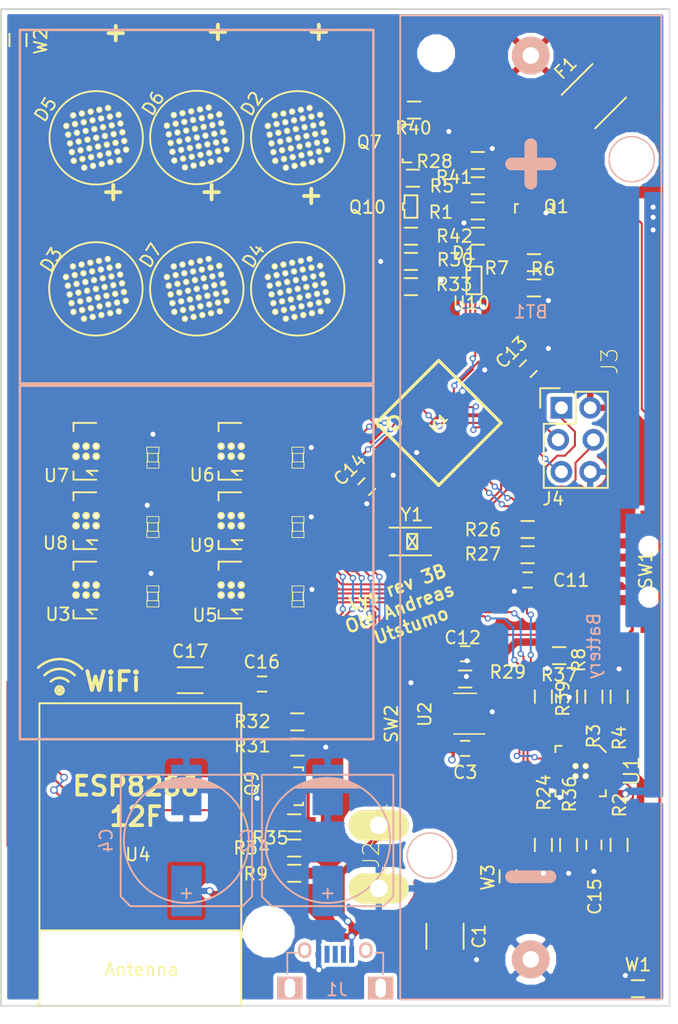
<source format=kicad_pcb>
(kicad_pcb (version 4) (host pcbnew 4.0.1-stable)
  (layers (0 F.Cu signal) (31 B.Cu signal) (34 B.Paste user) (35 F.Paste user) (36 B.SilkS user) (37 F.SilkS user) (38 B.Mask user) (39 F.Mask user) (44 Edge.Cuts user))
  (net 0 "")
  (net 1 GND)
  (net 2 VCC)
  (net 3 "Net-(C5-Pad1)")
  (net 4 "Net-(C6-Pad1)")
  (net 5 "Net-(C7-Pad1)")
  (net 6 "Net-(C8-Pad1)")
  (net 7 "Net-(C9-Pad1)")
  (net 8 "Net-(C10-Pad1)")
  (net 9 BUTTON)
  (net 10 VPP)
  (net 11 +BATT)
  (net 12 PWM_LED2)
  (net 13 XTAL1)
  (net 14 XTAL2)
  (net 15 EXT_en)
  (net 16 PWM_LED1)
  (net 17 PWM_LED4)
  (net 18 MOSI)
  (net 19 MISO)
  (net 20 SCK)
  (net 21 ADC_EXT2)
  (net 22 nRESET)
  (net 23 "Net-(Q9-Pad1)")
  (net 24 "Net-(C16-Pad1)")
  (net 25 AREF)
  (net 26 "Net-(D1-Pad1)")
  (net 27 PWM_LED3)
  (net 28 "Net-(U4-Pad2)")
  (net 29 "Net-(U4-Pad7)")
  (net 30 "Net-(J1-Pad2)")
  (net 31 "Net-(J1-Pad3)")
  (net 32 Battsense_EN)
  (net 33 "Net-(Q7-Pad1)")
  (net 34 "Net-(Q10-Pad1)")
  (net 35 "Net-(Q10-Pad3)")
  (net 36 "Net-(R37-Pad1)")
  (net 37 "Net-(R37-Pad2)")
  (net 38 VDD)
  (net 39 "Net-(U1-Pad7)")
  (net 40 Chg_en)
  (net 41 Chg_STAT1)
  (net 42 ADC_solar)
  (net 43 ADC_batt)
  (net 44 "Net-(IC1-Pad26)")
  (net 45 "Net-(IC1-Pad27)")
  (net 46 "Net-(IC1-Pad28)")
  (net 47 PWM_LED5)
  (net 48 "Net-(J1-Pad4)")
  (net 49 "Net-(J3-Pad3)")
  (net 50 "Net-(Q1-Pad1)")
  (net 51 ESP_en)
  (net 52 ESP_TX)
  (net 53 ESP_RX)
  (net 54 "Net-(BT1-Pad1)")
  (net 55 ADC_temp)
  (net 56 Chg_nPG)
  (net 57 "Net-(C3-Pad1)")
  (net 58 "Net-(C3-Pad2)")
  (net 59 "Net-(R3-Pad1)")
  (net 60 "Net-(R9-Pad2)")
  (net 61 "Net-(R24-Pad2)")
  (net 62 "Net-(R26-Pad1)")
  (net 63 "Net-(R29-Pad2)")
  (net 64 "Net-(R34-Pad2)")
  (net 65 "Net-(R35-Pad2)")
  (net 66 "Net-(R36-Pad2)")
  (module Utstumo:ESP8266_12F_handsolder (layer F.Cu) (at 91.05 96.125 180)
    (fp_text reference U4 (at 0.2 3.6 180) (layer F.SilkS))
    (fp_text value ESP-12E)
    (fp_text user Antenna (at -0.1 -5.5 180) (layer F.SilkS))
    (pad 2 smd rect (at -8.6 2 180) (size 2.4 1.1) (layers F.Cu F.Paste F.Mask) (net 28 "Net-(U4-Pad2)"))
    (pad 3 smd rect (at -8.6 3.9 180) (size 2.4 1.1) (layers F.Cu F.Paste F.Mask) (net 2 VCC))
    (pad 7 smd rect (at -8.7 12 180) (size 2.4 1.1) (layers F.Cu F.Paste F.Mask) (net 29 "Net-(U4-Pad7)"))
    (pad 8 smd rect (at -8.7 14 180) (size 2.4 1.1) (layers F.Cu F.Paste F.Mask) (net 2 VCC))
    (pad 15 smd rect (at 8.6 14 180) (size 2.4 1.1) (layers F.Cu F.Paste F.Mask) (net 24 "Net-(C16-Pad1)"))
    (pad 16 smd rect (at 8.6 12 180) (size 2.4 1.1) (layers F.Cu F.Paste F.Mask) (net 65 "Net-(R35-Pad2)"))
    (pad 17 smd rect (at 8.6 10 180) (size 2.4 1.1) (layers F.Cu F.Paste F.Mask) (net 64 "Net-(R34-Pad2)"))
    (pad 18 smd rect (at 8.6 8 180) (size 2.4 1.1) (layers F.Cu F.Paste F.Mask) (net 60 "Net-(R9-Pad2)"))
    (pad 21 smd rect (at 8.6 2 180) (size 2.4 1.1) (layers F.Cu F.Paste F.Mask) (net 53 ESP_RX))
    (pad 22 smd rect (at 8.6 0 180) (size 2.4 1.1) (layers F.Cu F.Paste F.Mask) (net 52 ESP_TX))
  )
  (module Utstumo:QFN_20 (layer F.Cu) (at 125.95 85.9 270)
    (fp_text reference U1 (at 0 -4.05 270) (layer F.SilkS) (effects (font (size 1.2 1.2))))
    (fp_text value MCP73871)
    (pad 1 smd oval (at -2.1 -1) (size 0.25 1.5) (layers F.Cu F.Paste F.Mask) (net 38 VDD))
    (pad 2 smd oval (at -2.1 -0.5) (size 0.25 1.5) (layers F.Cu F.Paste F.Mask) (net 59 "Net-(R3-Pad1)"))
    (pad 3 smd oval (at -2.1 0) (size 0.25 1.5) (layers F.Cu F.Paste F.Mask) (net 10 VPP))
    (pad 4 smd oval (at -2.1 0.5) (size 0.25 1.5) (layers F.Cu F.Paste F.Mask) (net 10 VPP))
    (pad 5 smd oval (at -2.1 1) (size 0.25 1.5) (layers F.Cu F.Paste F.Mask) (net 36 "Net-(R37-Pad1)"))
    (pad 6 smd oval (at -1 2.1 270) (size 0.25 1.5) (layers F.Cu F.Paste F.Mask) (net 56 Chg_nPG))
    (pad 7 smd oval (at -0.5 2.1 270) (size 0.25 1.5) (layers F.Cu F.Paste F.Mask) (net 39 "Net-(U1-Pad7)"))
    (pad 8 smd oval (at 0 2.1 270) (size 0.25 1.5) (layers F.Cu F.Paste F.Mask) (net 41 Chg_STAT1))
    (pad 9 smd oval (at 0.5 2.1 270) (size 0.25 1.5) (layers F.Cu F.Paste F.Mask) (net 10 VPP))
    (pad 10 smd oval (at 1 2.1 270) (size 0.25 1.5) (layers F.Cu F.Paste F.Mask) (net 1 GND))
    (pad 11 smd oval (at 2.1 1) (size 0.25 1.5) (layers F.Cu F.Paste F.Mask) (net 1 GND))
    (pad 12 smd oval (at 2.1 0.5) (size 0.25 1.5) (layers F.Cu F.Paste F.Mask) (net 61 "Net-(R24-Pad2)"))
    (pad 13 smd oval (at 2.1 0) (size 0.25 1.5) (layers F.Cu F.Paste F.Mask) (net 66 "Net-(R36-Pad2)"))
    (pad 14 smd oval (at 2.1 -0.5) (size 0.25 1.5) (layers F.Cu F.Paste F.Mask) (net 11 +BATT))
    (pad 15 smd oval (at 2.1 -1) (size 0.25 1.5) (layers F.Cu F.Paste F.Mask) (net 11 +BATT))
    (pad 16 smd oval (at 1 -2.1 270) (size 0.25 1.5) (layers F.Cu F.Paste F.Mask) (net 11 +BATT))
    (pad 17 smd oval (at 0.5 -2.1 270) (size 0.25 1.5) (layers F.Cu F.Paste F.Mask) (net 40 Chg_en))
    (pad 18 smd oval (at 0 -2.1 270) (size 0.25 1.5) (layers F.Cu F.Paste F.Mask) (net 10 VPP))
    (pad 19 smd oval (at -0.5 -2.1 270) (size 0.25 1.5) (layers F.Cu F.Paste F.Mask) (net 10 VPP))
    (pad 20 smd oval (at -1 -2.1 270) (size 0.25 1.5) (layers F.Cu F.Paste F.Mask) (net 38 VDD))
    (pad EP smd rect (at 0 0 270) (size 1.524 1.524) (layers F.Cu F.Paste F.Mask) (net 1 GND))
    (pad 0 thru_hole circle (at -0.4 -0.4 270) (size 0.5 0.5) (drill 0.3) (layers *.Cu *.Mask F.SilkS) (net 1 GND))
    (pad 0 thru_hole circle (at 0.4 -0.4 270) (size 0.5 0.5) (drill 0.3) (layers *.Cu *.Mask F.SilkS) (net 1 GND))
    (pad 0 thru_hole circle (at 0.4 0.4 270) (size 0.5 0.5) (drill 0.3) (layers *.Cu *.Mask F.SilkS) (net 1 GND))
    (pad 0 thru_hole circle (at -0.4 0.4 270) (size 0.5 0.5) (drill 0.3) (layers *.Cu *.Mask F.SilkS) (net 1 GND))
  )
  (module Utstumo:SPI_Header_SnapIn (layer F.Cu) (at 124.3 57.1)
    (fp_text reference J4 (at -0.525 7.225) (layer F.SilkS))
    (fp_text value CON_HEADER_2X03-PTH)
    (pad 1 thru_hole rect (at 0.127 0) (size 1.7272 1.7272) (drill 1.016) (layers *.Cu *.Mask) (net 19 MISO))
    (pad 2 thru_hole oval (at 2.413 0) (size 1.7272 1.7272) (drill 1.016) (layers *.Cu *.Mask) (net 2 VCC))
    (pad 3 thru_hole oval (at -0.127 2.54) (size 1.7272 1.7272) (drill 1.016) (layers *.Cu *.Mask) (net 20 SCK))
    (pad 4 thru_hole oval (at 2.667 2.54) (size 1.7272 1.7272) (drill 1.016) (layers *.Cu *.Mask) (net 18 MOSI))
    (pad 5 thru_hole oval (at 0.127 5.08) (size 1.7272 1.7272) (drill 1.016) (layers *.Cu *.Mask) (net 22 nRESET))
    (pad 6 thru_hole oval (at 2.413 5.08) (size 1.7272 1.7272) (drill 1.016) (layers *.Cu *.Mask) (net 1 GND))
  )
  (module Utstumo:Wire_terminal_x2 (layer F.Cu) (at 110.4 92.7 270)
    (fp_text reference J2 (at -0.13 1.05 270) (layer F.SilkS) (effects (font (size 1.27 1.27) (thickness 0.0889))))
    (fp_text value CON_TERMINAL_BLOCK_02-5MM hide)
    (pad 1 thru_hole oval (at 2.49936 0.44958 270) (size 2.37998 4.75996) (drill 1.39954) (layers *.Cu F.Paste F.SilkS F.Mask) (net 1 GND))
    (pad 2 thru_hole oval (at -2.49936 0.44958 270) (size 2.37998 4.75996) (drill 1.39954) (layers *.Cu F.Paste F.SilkS F.Mask) (net 10 VPP))
  )
  (module Nova:1W_LED_bead_1 (layer F.Cu) (at 95.525 35.675 237)
    (fp_text reference D6 (at -0.387936 4.367437 237) (layer F.SilkS))
    (fp_text value LED)
    (pad 0 thru_hole circle (at 0.5 2.5 237) (size 0.5 0.5) (drill 0.3) (layers *.Cu *.Mask F.SilkS) (net 1 GND))
    (pad 0 thru_hole circle (at 1 2 237) (size 0.5 0.5) (drill 0.3) (layers *.Cu *.Mask F.SilkS) (net 1 GND))
    (pad 0 thru_hole circle (at 1.5 1.5 237) (size 0.5 0.5) (drill 0.3) (layers *.Cu *.Mask F.SilkS) (net 1 GND))
    (pad 0 thru_hole circle (at 2.5 0.5 237) (size 0.5 0.5) (drill 0.3) (layers *.Cu *.Mask F.SilkS) (net 1 GND))
    (pad 0 thru_hole circle (at 2 1 237) (size 0.5 0.5) (drill 0.3) (layers *.Cu *.Mask F.SilkS) (net 1 GND))
    (pad 0 thru_hole circle (at -0.5 2.5 237) (size 0.5 0.5) (drill 0.3) (layers *.Cu *.Mask F.SilkS) (net 1 GND))
    (pad 0 thru_hole circle (at -2.5 -0.5 237) (size 0.5 0.5) (drill 0.3) (layers *.Cu *.Mask F.SilkS) (net 1 GND))
    (pad 0 thru_hole circle (at -2.5 0.5 237) (size 0.5 0.5) (drill 0.3) (layers *.Cu *.Mask F.SilkS) (net 1 GND))
    (pad 0 thru_hole circle (at -1 -2 237) (size 0.5 0.5) (drill 0.3) (layers *.Cu *.Mask F.SilkS) (net 1 GND))
    (pad 0 thru_hole circle (at -0.5 -2.5 237) (size 0.5 0.5) (drill 0.3) (layers *.Cu *.Mask F.SilkS) (net 1 GND))
    (pad 0 thru_hole circle (at 0.5 -2.5 237) (size 0.5 0.5) (drill 0.3) (layers *.Cu *.Mask F.SilkS) (net 1 GND))
    (pad 0 thru_hole circle (at -1.5 1.5 237) (size 0.5 0.5) (drill 0.3) (layers *.Cu *.Mask F.SilkS) (net 1 GND))
    (pad 0 thru_hole circle (at -1.5 0.5 237) (size 0.5 0.5) (drill 0.3) (layers *.Cu *.Mask F.SilkS) (net 1 GND))
    (pad 0 thru_hole circle (at -1.5 -1.5 237) (size 0.5 0.5) (drill 0.3) (layers *.Cu *.Mask F.SilkS) (net 1 GND))
    (pad 0 thru_hole circle (at -0.5 -1.5 237) (size 0.5 0.5) (drill 0.3) (layers *.Cu *.Mask F.SilkS) (net 1 GND))
    (pad 0 thru_hole circle (at -1.5 -0.5 237) (size 0.5 0.5) (drill 0.3) (layers *.Cu *.Mask F.SilkS) (net 1 GND))
    (pad 0 thru_hole circle (at -2 -1 237) (size 0.5 0.5) (drill 0.3) (layers *.Cu *.Mask F.SilkS) (net 1 GND))
    (pad 0 thru_hole circle (at -1 -1 237) (size 0.5 0.5) (drill 0.3) (layers *.Cu *.Mask F.SilkS) (net 1 GND))
    (pad 0 thru_hole circle (at -1 0 237) (size 0.5 0.5) (drill 0.3) (layers *.Cu *.Mask F.SilkS) (net 1 GND))
    (pad 0 thru_hole circle (at -2 0 237) (size 0.5 0.5) (drill 0.3) (layers *.Cu *.Mask F.SilkS) (net 1 GND))
    (pad 0 thru_hole circle (at -2 1 237) (size 0.5 0.5) (drill 0.3) (layers *.Cu *.Mask F.SilkS) (net 1 GND))
    (pad 0 thru_hole circle (at 0.5 1.5 237) (size 0.5 0.5) (drill 0.3) (layers *.Cu *.Mask F.SilkS) (net 1 GND))
    (pad 0 thru_hole circle (at -1 2 237) (size 0.5 0.5) (drill 0.3) (layers *.Cu *.Mask F.SilkS) (net 1 GND))
    (pad 0 thru_hole circle (at 0 2 237) (size 0.5 0.5) (drill 0.3) (layers *.Cu *.Mask F.SilkS) (net 1 GND))
    (pad 0 thru_hole circle (at 0 1 237) (size 0.5 0.5) (drill 0.3) (layers *.Cu *.Mask F.SilkS) (net 1 GND))
    (pad 0 thru_hole circle (at -1 1 237) (size 0.5 0.5) (drill 0.3) (layers *.Cu *.Mask F.SilkS) (net 1 GND))
    (pad 0 thru_hole circle (at -0.5 1.5 237) (size 0.5 0.5) (drill 0.3) (layers *.Cu *.Mask F.SilkS) (net 1 GND))
    (pad 0 thru_hole circle (at 2 -1 237) (size 0.5 0.5) (drill 0.3) (layers *.Cu *.Mask F.SilkS) (net 1 GND))
    (pad 0 thru_hole circle (at 1.5 -1.5 237) (size 0.5 0.5) (drill 0.3) (layers *.Cu *.Mask F.SilkS) (net 1 GND))
    (pad 0 thru_hole circle (at 2.5 -0.5 237) (size 0.5 0.5) (drill 0.3) (layers *.Cu *.Mask F.SilkS) (net 1 GND))
    (pad 0 thru_hole circle (at 1.5 -0.5 237) (size 0.5 0.5) (drill 0.3) (layers *.Cu *.Mask F.SilkS) (net 1 GND))
    (pad 0 thru_hole circle (at 0 -1 237) (size 0.5 0.5) (drill 0.3) (layers *.Cu *.Mask F.SilkS) (net 1 GND))
    (pad 0 thru_hole circle (at 1 -1 237) (size 0.5 0.5) (drill 0.3) (layers *.Cu *.Mask F.SilkS) (net 1 GND))
    (pad 0 thru_hole circle (at 1 -2 237) (size 0.5 0.5) (drill 0.3) (layers *.Cu *.Mask F.SilkS) (net 1 GND))
    (pad 0 thru_hole circle (at 0 -2 237) (size 0.5 0.5) (drill 0.3) (layers *.Cu *.Mask F.SilkS) (net 1 GND))
    (pad 0 thru_hole circle (at 0.5 -1.5 237) (size 0.5 0.5) (drill 0.3) (layers *.Cu *.Mask F.SilkS) (net 1 GND))
    (pad 0 thru_hole circle (at 1 1 237) (size 0.5 0.5) (drill 0.3) (layers *.Cu *.Mask F.SilkS) (net 1 GND))
    (pad 0 thru_hole circle (at 2 0 237) (size 0.5 0.5) (drill 0.3) (layers *.Cu *.Mask F.SilkS) (net 1 GND))
    (pad 0 thru_hole circle (at 1 0 237) (size 0.5 0.5) (drill 0.3) (layers *.Cu *.Mask F.SilkS) (net 1 GND))
    (pad 0 thru_hole circle (at 1.5 0.5 237) (size 0.5 0.5) (drill 0.3) (layers *.Cu *.Mask F.SilkS) (net 1 GND))
    (pad 0 thru_hole circle (at 0 0 237) (size 0.5 0.5) (drill 0.3) (layers *.Cu *.Mask F.SilkS) (net 1 GND))
    (pad 0 thru_hole circle (at -0.5 -0.5 237) (size 0.5 0.5) (drill 0.3) (layers *.Cu *.Mask F.SilkS) (net 1 GND))
    (pad 0 thru_hole circle (at 0.5 -0.5 237) (size 0.5 0.5) (drill 0.3) (layers *.Cu *.Mask F.SilkS) (net 1 GND))
    (pad 0 thru_hole circle (at 0.5 0.5 237) (size 0.5 0.5) (drill 0.3) (layers *.Cu *.Mask F.SilkS) (net 1 GND))
    (pad 2 smd rect (at -7 1.15 327) (size 1.6 3) (layers F.Cu F.Paste F.Mask) (net 11 +BATT))
    (pad 0 smd circle (at 0 0 237) (size 6 6) (layers F.Cu F.Paste F.Mask) (net 1 GND))
    (pad 1 smd rect (at 7 -1.15 327) (size 1.6 3) (layers F.Cu F.Paste F.Mask) (net 4 "Net-(C6-Pad1)"))
    (pad 0 thru_hole circle (at -0.5 0.5 237) (size 0.5 0.5) (drill 0.3) (layers *.Cu *.Mask F.SilkS) (net 1 GND))
  )
  (module ok-ic-smd:TQFP32-7x7 (layer F.Cu) (at 114.7 58.3 45)
    (fp_text reference IC1 (at 0 0 45) (layer F.SilkS) (effects (font (size 0.635 0.635) (thickness 0.16002))))
    (fp_text value ATMEGA168PB-AU hide)
    (pad 1 smd rect (at -4.24942 -2.79908 45) (size 1.50114 0.39878) (layers F.Cu F.Paste F.Mask) (net 17 PWM_LED4))
    (pad 2 smd rect (at -4.24942 -1.99898 45) (size 1.50114 0.39878) (layers F.Cu F.Paste F.Mask) (net 40 Chg_en))
    (pad 3 smd rect (at -4.24942 -1.19888 45) (size 1.50114 0.39878) (layers F.Cu F.Paste F.Mask) (net 56 Chg_nPG))
    (pad 4 smd rect (at -4.24942 -0.39878 45) (size 1.50114 0.39878) (layers F.Cu F.Paste F.Mask) (net 2 VCC))
    (pad 5 smd rect (at -4.24942 0.39878 45) (size 1.50114 0.39878) (layers F.Cu F.Paste F.Mask) (net 1 GND))
    (pad 6 smd rect (at -4.24942 1.19888 45) (size 1.50114 0.39878) (layers F.Cu F.Paste F.Mask) (net 51 ESP_en))
    (pad 7 smd rect (at -4.24942 1.99898 45) (size 1.50114 0.39878) (layers F.Cu F.Paste F.Mask) (net 13 XTAL1))
    (pad 8 smd rect (at -4.24942 2.79908 45) (size 1.50114 0.39878) (layers F.Cu F.Paste F.Mask) (net 14 XTAL2))
    (pad 9 smd rect (at -2.79908 4.24942 45) (size 0.39878 1.50114) (layers F.Cu F.Paste F.Mask) (net 16 PWM_LED1))
    (pad 10 smd rect (at -1.99898 4.24942 45) (size 0.39878 1.50114) (layers F.Cu F.Paste F.Mask) (net 47 PWM_LED5))
    (pad 11 smd rect (at -1.19888 4.24942 45) (size 0.39878 1.50114) (layers F.Cu F.Paste F.Mask) (net 41 Chg_STAT1))
    (pad 12 smd rect (at -0.39878 4.24942 45) (size 0.39878 1.50114) (layers F.Cu F.Paste F.Mask) (net 9 BUTTON))
    (pad 13 smd rect (at 0.39878 4.24942 45) (size 0.39878 1.50114) (layers F.Cu F.Paste F.Mask) (net 12 PWM_LED2))
    (pad 14 smd rect (at 1.19888 4.24942 45) (size 0.39878 1.50114) (layers F.Cu F.Paste F.Mask) (net 27 PWM_LED3))
    (pad 15 smd rect (at 1.99898 4.24942 45) (size 0.39878 1.50114) (layers F.Cu F.Paste F.Mask) (net 18 MOSI))
    (pad 16 smd rect (at 2.79908 4.24942 45) (size 0.39878 1.50114) (layers F.Cu F.Paste F.Mask) (net 19 MISO))
    (pad 17 smd rect (at 4.24942 2.79908 45) (size 1.50114 0.39878) (layers F.Cu F.Paste F.Mask) (net 20 SCK))
    (pad 18 smd rect (at 4.24942 1.99898 45) (size 1.50114 0.39878) (layers F.Cu F.Paste F.Mask) (net 2 VCC))
    (pad 19 smd rect (at 4.24942 1.19888 45) (size 1.50114 0.39878) (layers F.Cu F.Paste F.Mask) (net 21 ADC_EXT2))
    (pad 20 smd rect (at 4.24942 0.39878 45) (size 1.50114 0.39878) (layers F.Cu F.Paste F.Mask) (net 25 AREF))
    (pad 21 smd rect (at 4.24942 -0.39878 45) (size 1.50114 0.39878) (layers F.Cu F.Paste F.Mask) (net 1 GND))
    (pad 22 smd rect (at 4.24942 -1.19888 45) (size 1.50114 0.39878) (layers F.Cu F.Paste F.Mask) (net 15 EXT_en))
    (pad 23 smd rect (at 4.24942 -1.99898 45) (size 1.50114 0.39878) (layers F.Cu F.Paste F.Mask) (net 42 ADC_solar))
    (pad 24 smd rect (at 4.24942 -2.79908 45) (size 1.50114 0.39878) (layers F.Cu F.Paste F.Mask) (net 55 ADC_temp))
    (pad 25 smd rect (at 2.79908 -4.24942 45) (size 0.39878 1.50114) (layers F.Cu F.Paste F.Mask) (net 43 ADC_batt))
    (pad 26 smd rect (at 1.99898 -4.24942 45) (size 0.39878 1.50114) (layers F.Cu F.Paste F.Mask) (net 44 "Net-(IC1-Pad26)"))
    (pad 27 smd rect (at 1.19888 -4.24942 45) (size 0.39878 1.50114) (layers F.Cu F.Paste F.Mask) (net 45 "Net-(IC1-Pad27)"))
    (pad 28 smd rect (at 0.39878 -4.24942 45) (size 0.39878 1.50114) (layers F.Cu F.Paste F.Mask) (net 46 "Net-(IC1-Pad28)"))
    (pad 29 smd rect (at -0.39878 -4.24942 45) (size 0.39878 1.50114) (layers F.Cu F.Paste F.Mask) (net 22 nRESET))
    (pad 30 smd rect (at -1.19888 -4.24942 45) (size 0.39878 1.50114) (layers F.Cu F.Paste F.Mask) (net 52 ESP_TX))
    (pad 31 smd rect (at -1.99898 -4.24942 45) (size 0.39878 1.50114) (layers F.Cu F.Paste F.Mask) (net 53 ESP_RX))
    (pad 32 smd rect (at -2.79908 -4.24942 45) (size 0.39878 1.50114) (layers F.Cu F.Paste F.Mask) (net 32 Battsense_EN))
  )
  (module Nova:1W_LED_bead_1 (layer F.Cu) (at 103.525 47.675 237)
    (fp_text reference D4 (at -0.295274 4.365024 237) (layer F.SilkS))
    (fp_text value LED)
    (pad 0 thru_hole circle (at 0.5 2.5 237) (size 0.5 0.5) (drill 0.3) (layers *.Cu *.Mask F.SilkS) (net 1 GND))
    (pad 0 thru_hole circle (at 0.999999 2 237) (size 0.5 0.5) (drill 0.3) (layers *.Cu *.Mask F.SilkS) (net 1 GND))
    (pad 0 thru_hole circle (at 1.5 1.5 237) (size 0.5 0.5) (drill 0.3) (layers *.Cu *.Mask F.SilkS) (net 1 GND))
    (pad 0 thru_hole circle (at 2.5 0.5 237) (size 0.5 0.5) (drill 0.3) (layers *.Cu *.Mask F.SilkS) (net 1 GND))
    (pad 0 thru_hole circle (at 2 1 237) (size 0.5 0.5) (drill 0.3) (layers *.Cu *.Mask F.SilkS) (net 1 GND))
    (pad 0 thru_hole circle (at -0.5 2.5 237) (size 0.5 0.5) (drill 0.3) (layers *.Cu *.Mask F.SilkS) (net 1 GND))
    (pad 0 thru_hole circle (at -2.5 -0.5 237) (size 0.5 0.5) (drill 0.3) (layers *.Cu *.Mask F.SilkS) (net 1 GND))
    (pad 0 thru_hole circle (at -2.5 0.5 237) (size 0.5 0.5) (drill 0.3) (layers *.Cu *.Mask F.SilkS) (net 1 GND))
    (pad 0 thru_hole circle (at -1 -2 237) (size 0.5 0.5) (drill 0.3) (layers *.Cu *.Mask F.SilkS) (net 1 GND))
    (pad 0 thru_hole circle (at -0.5 -2.5 237) (size 0.5 0.5) (drill 0.3) (layers *.Cu *.Mask F.SilkS) (net 1 GND))
    (pad 0 thru_hole circle (at 0.5 -2.5 237) (size 0.5 0.5) (drill 0.3) (layers *.Cu *.Mask F.SilkS) (net 1 GND))
    (pad 0 thru_hole circle (at -1.5 1.5 237) (size 0.5 0.5) (drill 0.3) (layers *.Cu *.Mask F.SilkS) (net 1 GND))
    (pad 0 thru_hole circle (at -1.5 0.5 237) (size 0.5 0.5) (drill 0.3) (layers *.Cu *.Mask F.SilkS) (net 1 GND))
    (pad 0 thru_hole circle (at -1.5 -1.5 237) (size 0.5 0.5) (drill 0.3) (layers *.Cu *.Mask F.SilkS) (net 1 GND))
    (pad 0 thru_hole circle (at -0.5 -1.5 237) (size 0.5 0.5) (drill 0.3) (layers *.Cu *.Mask F.SilkS) (net 1 GND))
    (pad 0 thru_hole circle (at -1.5 -0.5 237) (size 0.5 0.5) (drill 0.3) (layers *.Cu *.Mask F.SilkS) (net 1 GND))
    (pad 0 thru_hole circle (at -2 -1 237) (size 0.5 0.5) (drill 0.3) (layers *.Cu *.Mask F.SilkS) (net 1 GND))
    (pad 0 thru_hole circle (at -1 -1 237) (size 0.5 0.5) (drill 0.3) (layers *.Cu *.Mask F.SilkS) (net 1 GND))
    (pad 0 thru_hole circle (at -1 0 237) (size 0.5 0.5) (drill 0.3) (layers *.Cu *.Mask F.SilkS) (net 1 GND))
    (pad 0 thru_hole circle (at -2 0 237) (size 0.5 0.5) (drill 0.3) (layers *.Cu *.Mask F.SilkS) (net 1 GND))
    (pad 0 thru_hole circle (at -2 1 237) (size 0.5 0.5) (drill 0.3) (layers *.Cu *.Mask F.SilkS) (net 1 GND))
    (pad 0 thru_hole circle (at 0.5 1.5 237) (size 0.5 0.5) (drill 0.3) (layers *.Cu *.Mask F.SilkS) (net 1 GND))
    (pad 0 thru_hole circle (at -1 2 237) (size 0.5 0.5) (drill 0.3) (layers *.Cu *.Mask F.SilkS) (net 1 GND))
    (pad 0 thru_hole circle (at 0 2 237) (size 0.5 0.5) (drill 0.3) (layers *.Cu *.Mask F.SilkS) (net 1 GND))
    (pad 0 thru_hole circle (at 0 1 237) (size 0.5 0.5) (drill 0.3) (layers *.Cu *.Mask F.SilkS) (net 1 GND))
    (pad 0 thru_hole circle (at -1 1 237) (size 0.5 0.5) (drill 0.3) (layers *.Cu *.Mask F.SilkS) (net 1 GND))
    (pad 0 thru_hole circle (at -0.5 1.5 237) (size 0.5 0.5) (drill 0.3) (layers *.Cu *.Mask F.SilkS) (net 1 GND))
    (pad 0 thru_hole circle (at 2 -1 237) (size 0.5 0.5) (drill 0.3) (layers *.Cu *.Mask F.SilkS) (net 1 GND))
    (pad 0 thru_hole circle (at 1.5 -1.5 237) (size 0.5 0.5) (drill 0.3) (layers *.Cu *.Mask F.SilkS) (net 1 GND))
    (pad 0 thru_hole circle (at 2.5 -0.5 237) (size 0.5 0.5) (drill 0.3) (layers *.Cu *.Mask F.SilkS) (net 1 GND))
    (pad 0 thru_hole circle (at 1.5 -0.5 237) (size 0.5 0.5) (drill 0.3) (layers *.Cu *.Mask F.SilkS) (net 1 GND))
    (pad 0 thru_hole circle (at 0 -1 237) (size 0.5 0.5) (drill 0.3) (layers *.Cu *.Mask F.SilkS) (net 1 GND))
    (pad 0 thru_hole circle (at 1 -1 237) (size 0.5 0.5) (drill 0.3) (layers *.Cu *.Mask F.SilkS) (net 1 GND))
    (pad 0 thru_hole circle (at 1 -2 237) (size 0.5 0.5) (drill 0.3) (layers *.Cu *.Mask F.SilkS) (net 1 GND))
    (pad 0 thru_hole circle (at 0 -2 237) (size 0.5 0.5) (drill 0.3) (layers *.Cu *.Mask F.SilkS) (net 1 GND))
    (pad 0 thru_hole circle (at 0.5 -1.5 237) (size 0.5 0.5) (drill 0.3) (layers *.Cu *.Mask F.SilkS) (net 1 GND))
    (pad 0 thru_hole circle (at 1 1 237) (size 0.5 0.5) (drill 0.3) (layers *.Cu *.Mask F.SilkS) (net 1 GND))
    (pad 0 thru_hole circle (at 2 0 237) (size 0.5 0.5) (drill 0.3) (layers *.Cu *.Mask F.SilkS) (net 1 GND))
    (pad 0 thru_hole circle (at 1 0 237) (size 0.5 0.5) (drill 0.3) (layers *.Cu *.Mask F.SilkS) (net 1 GND))
    (pad 0 thru_hole circle (at 1.5 0.5 237) (size 0.5 0.5) (drill 0.3) (layers *.Cu *.Mask F.SilkS) (net 1 GND))
    (pad 0 thru_hole circle (at 0 0 237) (size 0.5 0.5) (drill 0.3) (layers *.Cu *.Mask F.SilkS) (net 1 GND))
    (pad 0 thru_hole circle (at -0.5 -0.5 237) (size 0.5 0.5) (drill 0.3) (layers *.Cu *.Mask F.SilkS) (net 1 GND))
    (pad 0 thru_hole circle (at 0.5 -0.5 237) (size 0.5 0.5) (drill 0.3) (layers *.Cu *.Mask F.SilkS) (net 1 GND))
    (pad 0 thru_hole circle (at 0.5 0.5 237) (size 0.5 0.5) (drill 0.3) (layers *.Cu *.Mask F.SilkS) (net 1 GND))
    (pad 2 smd rect (at -7 1.15 327) (size 1.6 3) (layers F.Cu F.Paste F.Mask) (net 11 +BATT))
    (pad 0 smd circle (at 0 0 237) (size 6 6) (layers F.Cu F.Paste F.Mask) (net 1 GND))
    (pad 1 smd rect (at 7 -1.15 327) (size 1.6 3) (layers F.Cu F.Paste F.Mask) (net 5 "Net-(C7-Pad1)"))
    (pad 0 thru_hole circle (at -0.5 0.5 237) (size 0.5 0.5) (drill 0.3) (layers *.Cu *.Mask F.SilkS) (net 1 GND))
  )
  (module Nova:1W_LED_bead_1 (layer F.Cu) (at 87.55 35.7 237)
    (fp_text reference D5 (at 0.300515 4.581996 237) (layer F.SilkS))
    (fp_text value LED)
    (pad 0 thru_hole circle (at 0.5 2.5 237) (size 0.5 0.5) (drill 0.3) (layers *.Cu *.Mask F.SilkS) (net 1 GND))
    (pad 0 thru_hole circle (at 1 2 237) (size 0.5 0.5) (drill 0.3) (layers *.Cu *.Mask F.SilkS) (net 1 GND))
    (pad 0 thru_hole circle (at 1.5 1.5 237) (size 0.5 0.5) (drill 0.3) (layers *.Cu *.Mask F.SilkS) (net 1 GND))
    (pad 0 thru_hole circle (at 2.5 0.5 237) (size 0.5 0.5) (drill 0.3) (layers *.Cu *.Mask F.SilkS) (net 1 GND))
    (pad 0 thru_hole circle (at 2 1 237) (size 0.5 0.5) (drill 0.3) (layers *.Cu *.Mask F.SilkS) (net 1 GND))
    (pad 0 thru_hole circle (at -0.5 2.5 237) (size 0.5 0.5) (drill 0.3) (layers *.Cu *.Mask F.SilkS) (net 1 GND))
    (pad 0 thru_hole circle (at -2.5 -0.5 237) (size 0.5 0.5) (drill 0.3) (layers *.Cu *.Mask F.SilkS) (net 1 GND))
    (pad 0 thru_hole circle (at -2.5 0.5 237) (size 0.5 0.5) (drill 0.3) (layers *.Cu *.Mask F.SilkS) (net 1 GND))
    (pad 0 thru_hole circle (at -1 -2 237) (size 0.5 0.5) (drill 0.3) (layers *.Cu *.Mask F.SilkS) (net 1 GND))
    (pad 0 thru_hole circle (at -0.5 -2.5 237) (size 0.5 0.5) (drill 0.3) (layers *.Cu *.Mask F.SilkS) (net 1 GND))
    (pad 0 thru_hole circle (at 0.5 -2.5 237) (size 0.5 0.5) (drill 0.3) (layers *.Cu *.Mask F.SilkS) (net 1 GND))
    (pad 0 thru_hole circle (at -1.5 1.5 237) (size 0.5 0.5) (drill 0.3) (layers *.Cu *.Mask F.SilkS) (net 1 GND))
    (pad 0 thru_hole circle (at -1.5 0.5 237) (size 0.5 0.5) (drill 0.3) (layers *.Cu *.Mask F.SilkS) (net 1 GND))
    (pad 0 thru_hole circle (at -1.5 -1.5 237) (size 0.5 0.5) (drill 0.3) (layers *.Cu *.Mask F.SilkS) (net 1 GND))
    (pad 0 thru_hole circle (at -0.5 -1.5 237) (size 0.5 0.5) (drill 0.3) (layers *.Cu *.Mask F.SilkS) (net 1 GND))
    (pad 0 thru_hole circle (at -1.5 -0.5 237) (size 0.5 0.5) (drill 0.3) (layers *.Cu *.Mask F.SilkS) (net 1 GND))
    (pad 0 thru_hole circle (at -2 -1 237) (size 0.5 0.5) (drill 0.3) (layers *.Cu *.Mask F.SilkS) (net 1 GND))
    (pad 0 thru_hole circle (at -1 -1 237) (size 0.5 0.5) (drill 0.3) (layers *.Cu *.Mask F.SilkS) (net 1 GND))
    (pad 0 thru_hole circle (at -1 0 237) (size 0.5 0.5) (drill 0.3) (layers *.Cu *.Mask F.SilkS) (net 1 GND))
    (pad 0 thru_hole circle (at -2 0 237) (size 0.5 0.5) (drill 0.3) (layers *.Cu *.Mask F.SilkS) (net 1 GND))
    (pad 0 thru_hole circle (at -2 1 237) (size 0.5 0.5) (drill 0.3) (layers *.Cu *.Mask F.SilkS) (net 1 GND))
    (pad 0 thru_hole circle (at 0.5 1.5 237) (size 0.5 0.5) (drill 0.3) (layers *.Cu *.Mask F.SilkS) (net 1 GND))
    (pad 0 thru_hole circle (at -1 2 237) (size 0.5 0.5) (drill 0.3) (layers *.Cu *.Mask F.SilkS) (net 1 GND))
    (pad 0 thru_hole circle (at 0 2 237) (size 0.5 0.5) (drill 0.3) (layers *.Cu *.Mask F.SilkS) (net 1 GND))
    (pad 0 thru_hole circle (at 0 1 237) (size 0.5 0.5) (drill 0.3) (layers *.Cu *.Mask F.SilkS) (net 1 GND))
    (pad 0 thru_hole circle (at -1 1 237) (size 0.5 0.5) (drill 0.3) (layers *.Cu *.Mask F.SilkS) (net 1 GND))
    (pad 0 thru_hole circle (at -0.5 1.5 237) (size 0.5 0.5) (drill 0.3) (layers *.Cu *.Mask F.SilkS) (net 1 GND))
    (pad 0 thru_hole circle (at 2 -1 237) (size 0.5 0.5) (drill 0.3) (layers *.Cu *.Mask F.SilkS) (net 1 GND))
    (pad 0 thru_hole circle (at 1.5 -1.5 237) (size 0.5 0.5) (drill 0.3) (layers *.Cu *.Mask F.SilkS) (net 1 GND))
    (pad 0 thru_hole circle (at 2.5 -0.5 237) (size 0.5 0.5) (drill 0.3) (layers *.Cu *.Mask F.SilkS) (net 1 GND))
    (pad 0 thru_hole circle (at 1.5 -0.5 237) (size 0.5 0.5) (drill 0.3) (layers *.Cu *.Mask F.SilkS) (net 1 GND))
    (pad 0 thru_hole circle (at 0 -1 237) (size 0.5 0.5) (drill 0.3) (layers *.Cu *.Mask F.SilkS) (net 1 GND))
    (pad 0 thru_hole circle (at 1 -1 237) (size 0.5 0.5) (drill 0.3) (layers *.Cu *.Mask F.SilkS) (net 1 GND))
    (pad 0 thru_hole circle (at 1 -2 237) (size 0.5 0.5) (drill 0.3) (layers *.Cu *.Mask F.SilkS) (net 1 GND))
    (pad 0 thru_hole circle (at 0 -2 237) (size 0.5 0.5) (drill 0.3) (layers *.Cu *.Mask F.SilkS) (net 1 GND))
    (pad 0 thru_hole circle (at 0.5 -1.5 237) (size 0.5 0.5) (drill 0.3) (layers *.Cu *.Mask F.SilkS) (net 1 GND))
    (pad 0 thru_hole circle (at 1 1 237) (size 0.5 0.5) (drill 0.3) (layers *.Cu *.Mask F.SilkS) (net 1 GND))
    (pad 0 thru_hole circle (at 2 0 237) (size 0.5 0.5) (drill 0.3) (layers *.Cu *.Mask F.SilkS) (net 1 GND))
    (pad 0 thru_hole circle (at 1 0 237) (size 0.5 0.5) (drill 0.3) (layers *.Cu *.Mask F.SilkS) (net 1 GND))
    (pad 0 thru_hole circle (at 1.5 0.5 237) (size 0.5 0.5) (drill 0.3) (layers *.Cu *.Mask F.SilkS) (net 1 GND))
    (pad 0 thru_hole circle (at 0 0 237) (size 0.5 0.5) (drill 0.3) (layers *.Cu *.Mask F.SilkS) (net 1 GND))
    (pad 0 thru_hole circle (at -0.5 -0.5 237) (size 0.5 0.5) (drill 0.3) (layers *.Cu *.Mask F.SilkS) (net 1 GND))
    (pad 0 thru_hole circle (at 0.5 -0.5 237) (size 0.5 0.5) (drill 0.3) (layers *.Cu *.Mask F.SilkS) (net 1 GND))
    (pad 0 thru_hole circle (at 0.5 0.5 237) (size 0.5 0.5) (drill 0.3) (layers *.Cu *.Mask F.SilkS) (net 1 GND))
    (pad 2 smd rect (at -7 1.15 327) (size 1.6 3) (layers F.Cu F.Paste F.Mask) (net 11 +BATT))
    (pad 0 smd circle (at 0 0 237) (size 6 6) (layers F.Cu F.Paste F.Mask) (net 1 GND))
    (pad 1 smd rect (at 7 -1.15 327) (size 1.6 3) (layers F.Cu F.Paste F.Mask) (net 3 "Net-(C5-Pad1)"))
    (pad 0 thru_hole circle (at -0.5 0.5 237) (size 0.5 0.5) (drill 0.3) (layers *.Cu *.Mask F.SilkS) (net 1 GND))
  )
  (module Nova:1W_LED_bead_1 (layer F.Cu) (at 95.525 47.675 237)
    (fp_text reference D7 (at -0.223215 4.4914 237) (layer F.SilkS))
    (fp_text value LED)
    (pad 0 thru_hole circle (at 0.5 2.5 237) (size 0.5 0.5) (drill 0.3) (layers *.Cu *.Mask F.SilkS) (net 1 GND))
    (pad 0 thru_hole circle (at 1 2 237) (size 0.5 0.5) (drill 0.3) (layers *.Cu *.Mask F.SilkS) (net 1 GND))
    (pad 0 thru_hole circle (at 1.5 1.5 237) (size 0.5 0.5) (drill 0.3) (layers *.Cu *.Mask F.SilkS) (net 1 GND))
    (pad 0 thru_hole circle (at 2.5 0.5 237) (size 0.5 0.5) (drill 0.3) (layers *.Cu *.Mask F.SilkS) (net 1 GND))
    (pad 0 thru_hole circle (at 2 1 237) (size 0.5 0.5) (drill 0.3) (layers *.Cu *.Mask F.SilkS) (net 1 GND))
    (pad 0 thru_hole circle (at -0.5 2.5 237) (size 0.5 0.5) (drill 0.3) (layers *.Cu *.Mask F.SilkS) (net 1 GND))
    (pad 0 thru_hole circle (at -2.5 -0.5 237) (size 0.5 0.5) (drill 0.3) (layers *.Cu *.Mask F.SilkS) (net 1 GND))
    (pad 0 thru_hole circle (at -2.5 0.5 237) (size 0.5 0.5) (drill 0.3) (layers *.Cu *.Mask F.SilkS) (net 1 GND))
    (pad 0 thru_hole circle (at -1 -2 237) (size 0.5 0.5) (drill 0.3) (layers *.Cu *.Mask F.SilkS) (net 1 GND))
    (pad 0 thru_hole circle (at -0.5 -2.5 237) (size 0.5 0.5) (drill 0.3) (layers *.Cu *.Mask F.SilkS) (net 1 GND))
    (pad 0 thru_hole circle (at 0.5 -2.5 237) (size 0.5 0.5) (drill 0.3) (layers *.Cu *.Mask F.SilkS) (net 1 GND))
    (pad 0 thru_hole circle (at -1.5 1.5 237) (size 0.5 0.5) (drill 0.3) (layers *.Cu *.Mask F.SilkS) (net 1 GND))
    (pad 0 thru_hole circle (at -1.5 0.5 237) (size 0.5 0.5) (drill 0.3) (layers *.Cu *.Mask F.SilkS) (net 1 GND))
    (pad 0 thru_hole circle (at -1.5 -1.5 237) (size 0.5 0.5) (drill 0.3) (layers *.Cu *.Mask F.SilkS) (net 1 GND))
    (pad 0 thru_hole circle (at -0.5 -1.5 237) (size 0.5 0.5) (drill 0.3) (layers *.Cu *.Mask F.SilkS) (net 1 GND))
    (pad 0 thru_hole circle (at -1.5 -0.5 237) (size 0.5 0.5) (drill 0.3) (layers *.Cu *.Mask F.SilkS) (net 1 GND))
    (pad 0 thru_hole circle (at -2 -1 237) (size 0.5 0.5) (drill 0.3) (layers *.Cu *.Mask F.SilkS) (net 1 GND))
    (pad 0 thru_hole circle (at -1 -1 237) (size 0.5 0.5) (drill 0.3) (layers *.Cu *.Mask F.SilkS) (net 1 GND))
    (pad 0 thru_hole circle (at -1 0 237) (size 0.5 0.5) (drill 0.3) (layers *.Cu *.Mask F.SilkS) (net 1 GND))
    (pad 0 thru_hole circle (at -2 0 237) (size 0.5 0.5) (drill 0.3) (layers *.Cu *.Mask F.SilkS) (net 1 GND))
    (pad 0 thru_hole circle (at -2 1 237) (size 0.5 0.5) (drill 0.3) (layers *.Cu *.Mask F.SilkS) (net 1 GND))
    (pad 0 thru_hole circle (at 0.5 1.5 237) (size 0.5 0.5) (drill 0.3) (layers *.Cu *.Mask F.SilkS) (net 1 GND))
    (pad 0 thru_hole circle (at -1 2 237) (size 0.5 0.5) (drill 0.3) (layers *.Cu *.Mask F.SilkS) (net 1 GND))
    (pad 0 thru_hole circle (at 0 2 237) (size 0.5 0.5) (drill 0.3) (layers *.Cu *.Mask F.SilkS) (net 1 GND))
    (pad 0 thru_hole circle (at 0 1 237) (size 0.5 0.5) (drill 0.3) (layers *.Cu *.Mask F.SilkS) (net 1 GND))
    (pad 0 thru_hole circle (at -1 1 237) (size 0.5 0.5) (drill 0.3) (layers *.Cu *.Mask F.SilkS) (net 1 GND))
    (pad 0 thru_hole circle (at -0.5 1.5 237) (size 0.5 0.5) (drill 0.3) (layers *.Cu *.Mask F.SilkS) (net 1 GND))
    (pad 0 thru_hole circle (at 2 -1 237) (size 0.5 0.5) (drill 0.3) (layers *.Cu *.Mask F.SilkS) (net 1 GND))
    (pad 0 thru_hole circle (at 1.5 -1.5 237) (size 0.5 0.5) (drill 0.3) (layers *.Cu *.Mask F.SilkS) (net 1 GND))
    (pad 0 thru_hole circle (at 2.5 -0.5 237) (size 0.5 0.5) (drill 0.3) (layers *.Cu *.Mask F.SilkS) (net 1 GND))
    (pad 0 thru_hole circle (at 1.5 -0.5 237) (size 0.5 0.5) (drill 0.3) (layers *.Cu *.Mask F.SilkS) (net 1 GND))
    (pad 0 thru_hole circle (at 0 -1 237) (size 0.5 0.5) (drill 0.3) (layers *.Cu *.Mask F.SilkS) (net 1 GND))
    (pad 0 thru_hole circle (at 1 -1 237) (size 0.5 0.5) (drill 0.3) (layers *.Cu *.Mask F.SilkS) (net 1 GND))
    (pad 0 thru_hole circle (at 1 -2 237) (size 0.5 0.5) (drill 0.3) (layers *.Cu *.Mask F.SilkS) (net 1 GND))
    (pad 0 thru_hole circle (at 0 -2 237) (size 0.5 0.5) (drill 0.3) (layers *.Cu *.Mask F.SilkS) (net 1 GND))
    (pad 0 thru_hole circle (at 0.5 -1.5 237) (size 0.5 0.5) (drill 0.3) (layers *.Cu *.Mask F.SilkS) (net 1 GND))
    (pad 0 thru_hole circle (at 1 1 237) (size 0.5 0.5) (drill 0.3) (layers *.Cu *.Mask F.SilkS) (net 1 GND))
    (pad 0 thru_hole circle (at 2 0 237) (size 0.5 0.5) (drill 0.3) (layers *.Cu *.Mask F.SilkS) (net 1 GND))
    (pad 0 thru_hole circle (at 1 0 237) (size 0.5 0.5) (drill 0.3) (layers *.Cu *.Mask F.SilkS) (net 1 GND))
    (pad 0 thru_hole circle (at 1.5 0.5 237) (size 0.5 0.5) (drill 0.3) (layers *.Cu *.Mask F.SilkS) (net 1 GND))
    (pad 0 thru_hole circle (at 0 0 237) (size 0.5 0.5) (drill 0.3) (layers *.Cu *.Mask F.SilkS) (net 1 GND))
    (pad 0 thru_hole circle (at -0.5 -0.5 237) (size 0.5 0.5) (drill 0.3) (layers *.Cu *.Mask F.SilkS) (net 1 GND))
    (pad 0 thru_hole circle (at 0.5 -0.5 237) (size 0.5 0.5) (drill 0.3) (layers *.Cu *.Mask F.SilkS) (net 1 GND))
    (pad 0 thru_hole circle (at 0.5 0.5 237) (size 0.5 0.5) (drill 0.3) (layers *.Cu *.Mask F.SilkS) (net 1 GND))
    (pad 2 smd rect (at -7 1.15 327) (size 1.6 3) (layers F.Cu F.Paste F.Mask) (net 11 +BATT))
    (pad 0 smd circle (at 0 0 237) (size 6 6) (layers F.Cu F.Paste F.Mask) (net 1 GND))
    (pad 1 smd rect (at 7 -1.15 327) (size 1.6 3) (layers F.Cu F.Paste F.Mask) (net 8 "Net-(C10-Pad1)"))
    (pad 0 thru_hole circle (at -0.5 0.5 237) (size 0.5 0.5) (drill 0.3) (layers *.Cu *.Mask F.SilkS) (net 1 GND))
  )
  (module TO_SOT_Packages_SMD:SOT-23_Handsoldering (layer F.Cu) (at 103.3 87.1 270)
    (fp_text reference Q9 (at -0.2 3.4 270) (layer F.SilkS))
    (fp_text value TSM2306)
    (pad 1 smd rect (at -0.95 1.50114 270) (size 0.8001 1.80086) (layers F.Cu F.Paste F.Mask) (net 23 "Net-(Q9-Pad1)"))
    (pad 2 smd rect (at 0.95 1.50114 270) (size 0.8001 1.80086) (layers F.Cu F.Paste F.Mask) (net 1 GND))
    (pad 3 smd rect (at 0 -1.50114 270) (size 0.8001 1.80086) (layers F.Cu F.Paste F.Mask) (net 24 "Net-(C16-Pad1)"))
  )
  (module Nova:MC32882 (layer F.Cu) (at 110.5 81.6 90)
    (fp_text reference SW2 (at -0.55 0.45 90) (layer F.SilkS))
    (fp_text value SW_PUSH)
    (pad 2 smd rect (at 4.2 2.25 90) (size 1.8 1.4) (layers F.Cu F.Paste F.Mask) (net 1 GND))
    (pad 1 smd rect (at -4.2 -2.25 90) (size 1.8 1.4) (layers F.Cu F.Paste F.Mask) (net 62 "Net-(R26-Pad1)"))
    (pad 1 smd rect (at 4.2 -2.25 90) (size 1.8 1.4) (layers F.Cu F.Paste F.Mask) (net 62 "Net-(R26-Pad1)"))
    (pad 2 smd rect (at -4.2 2.25 90) (size 1.8 1.4) (layers F.Cu F.Paste F.Mask) (net 1 GND))
  )
  (module Nova:ABS07-32.768KHZ-T (layer F.Cu) (at 112.6 67.7 180)
    (fp_text reference Y1 (at 0.025 2.125 180) (layer F.SilkS))
    (fp_text value ABS25-32.768KHZ-6-T)
    (pad 1 smd rect (at 1.6 0 180) (size 1.8 1.9) (layers F.Cu F.Paste F.Mask) (net 13 XTAL1))
    (pad 2 smd rect (at -1.6 0 180) (size 1.8 1.9) (layers F.Cu F.Paste F.Mask) (net 14 XTAL2))
  )
  (module Capacitors_SMD:C_0603_HandSoldering (layer F.Cu) (at 116.8 84.1 180)
    (fp_text reference C3 (at 0 -1.9 180) (layer F.SilkS))
    (fp_text value 0.1u)
    (pad 1 smd rect (at -0.95 0 180) (size 1.2 0.75) (layers F.Cu F.Paste F.Mask) (net 57 "Net-(C3-Pad1)"))
    (pad 2 smd rect (at 0.95 0 180) (size 1.2 0.75) (layers F.Cu F.Paste F.Mask) (net 58 "Net-(C3-Pad2)"))
  )
  (module Capacitors_SMD:C_0603_HandSoldering (layer F.Cu) (at 121.75 70.75)
    (fp_text reference C11 (at 3.45 0.025) (layer F.SilkS))
    (fp_text value 0.1uF)
    (pad 1 smd rect (at -0.95 0) (size 1.2 0.75) (layers F.Cu F.Paste F.Mask) (net 1 GND))
    (pad 2 smd rect (at 0.95 0) (size 1.2 0.75) (layers F.Cu F.Paste F.Mask) (net 9 BUTTON))
  )
  (module Capacitors_SMD:C_0603_HandSoldering (layer F.Cu) (at 116.8 76.6)
    (fp_text reference C12 (at -0.2 -1.275) (layer F.SilkS))
    (fp_text value 1uF)
    (pad 1 smd rect (at -0.95 0) (size 1.2 0.75) (layers F.Cu F.Paste F.Mask) (net 2 VCC))
    (pad 2 smd rect (at 0.95 0) (size 1.2 0.75) (layers F.Cu F.Paste F.Mask) (net 1 GND))
  )
  (module Capacitors_SMD:C_0603_HandSoldering (layer F.Cu) (at 121.8 54 225)
    (fp_text reference C13 (at 0.035355 1.838478 225) (layer F.SilkS))
    (fp_text value 0.1uF)
    (pad 1 smd rect (at -0.95 0 225) (size 1.2 0.75) (layers F.Cu F.Paste F.Mask) (net 1 GND))
    (pad 2 smd rect (at 0.95 0 225) (size 1.2 0.75) (layers F.Cu F.Paste F.Mask) (net 2 VCC))
  )
  (module Capacitors_SMD:C_0603_HandSoldering (layer F.Cu) (at 109 63.35 45)
    (fp_text reference C14 (at 0 -1.9 45) (layer F.SilkS))
    (fp_text value 0.1uF)
    (pad 1 smd rect (at -0.95 0 45) (size 1.2 0.75) (layers F.Cu F.Paste F.Mask) (net 1 GND))
    (pad 2 smd rect (at 0.95 0 45) (size 1.2 0.75) (layers F.Cu F.Paste F.Mask) (net 2 VCC))
  )
  (module Capacitors_SMD:C_0603_HandSoldering (layer F.Cu) (at 127 91.75 270)
    (fp_text reference C15 (at 4.1 -0.075 270) (layer F.SilkS))
    (fp_text value 0.1u)
    (pad 1 smd rect (at -0.95 0 270) (size 1.2 0.75) (layers F.Cu F.Paste F.Mask) (net 11 +BATT))
    (pad 2 smd rect (at 0.95 0 270) (size 1.2 0.75) (layers F.Cu F.Paste F.Mask) (net 1 GND))
  )
  (module Capacitors_SMD:C_0603_HandSoldering (layer F.Cu) (at 100.7 79 180)
    (fp_text reference C16 (at 0.025 1.75 180) (layer F.SilkS))
    (fp_text value 0.1uF)
    (pad 1 smd rect (at -0.95 0 180) (size 1.2 0.75) (layers F.Cu F.Paste F.Mask) (net 24 "Net-(C16-Pad1)"))
    (pad 2 smd rect (at 0.95 0 180) (size 1.2 0.75) (layers F.Cu F.Paste F.Mask) (net 2 VCC))
  )
  (module Capacitors_SMD:C_1206_HandSoldering (layer F.Cu) (at 95 78.7)
    (fp_text reference C17 (at 0 -2.3) (layer F.SilkS))
    (fp_text value 10uF)
    (pad 1 smd rect (at -2 0) (size 2 1.6) (layers F.Cu F.Paste F.Mask) (net 24 "Net-(C16-Pad1)"))
    (pad 2 smd rect (at 2 0) (size 2 1.6) (layers F.Cu F.Paste F.Mask) (net 2 VCC))
  )
  (module Resistors_SMD:R_0603_HandSoldering (layer F.Cu) (at 117.8 41.5 180)
    (fp_text reference R1 (at 2.925 -0.1 180) (layer F.SilkS))
    (fp_text value 10k)
    (pad 1 smd rect (at -1.1 0 180) (size 1.2 0.9) (layers F.Cu F.Paste F.Mask) (net 26 "Net-(D1-Pad1)"))
    (pad 2 smd rect (at 1.1 0 180) (size 1.2 0.9) (layers F.Cu F.Paste F.Mask) (net 1 GND))
  )
  (module Resistors_SMD:R_0603_HandSoldering (layer F.Cu) (at 129 91.75 90)
    (fp_text reference R2 (at 3.15 0.05 90) (layer F.SilkS))
    (fp_text value 27k)
    (pad 1 smd rect (at -1.1 0 90) (size 1.2 0.9) (layers F.Cu F.Paste F.Mask) (net 40 Chg_en))
    (pad 2 smd rect (at 1.1 0 90) (size 1.2 0.9) (layers F.Cu F.Paste F.Mask) (net 10 VPP))
  )
  (module Resistors_SMD:R_0603_HandSoldering (layer F.Cu) (at 127 80 90)
    (fp_text reference R3 (at -3.125 -0.025 90) (layer F.SilkS))
    (fp_text value 27k)
    (pad 1 smd rect (at -1.1 0 90) (size 1.2 0.9) (layers F.Cu F.Paste F.Mask) (net 59 "Net-(R3-Pad1)"))
    (pad 2 smd rect (at 1.1 0 90) (size 1.2 0.9) (layers F.Cu F.Paste F.Mask) (net 10 VPP))
  )
  (module Resistors_SMD:R_0603_HandSoldering (layer F.Cu) (at 129 80 270)
    (fp_text reference R4 (at 3.275 -0.025 270) (layer F.SilkS))
    (fp_text value 27k)
    (pad 1 smd rect (at -1.1 0 270) (size 1.2 0.9) (layers F.Cu F.Paste F.Mask) (net 1 GND))
    (pad 2 smd rect (at 1.1 0 270) (size 1.2 0.9) (layers F.Cu F.Paste F.Mask) (net 59 "Net-(R3-Pad1)"))
  )
  (module Resistors_SMD:R_0603_HandSoldering (layer F.Cu) (at 117.8 39.5)
    (fp_text reference R5 (at -2.85 0.025) (layer F.SilkS))
    (fp_text value 10k)
    (pad 1 smd rect (at -1.1 0) (size 1.2 0.9) (layers F.Cu F.Paste F.Mask) (net 42 ADC_solar))
    (pad 2 smd rect (at 1.1 0) (size 1.2 0.9) (layers F.Cu F.Paste F.Mask) (net 10 VPP))
  )
  (module Resistors_SMD:R_0603_HandSoldering (layer F.Cu) (at 103.25 94)
    (fp_text reference R9 (at -3.05 0.05) (layer F.SilkS))
    (fp_text value 1k)
    (pad 1 smd rect (at -1.1 0) (size 1.2 0.9) (layers F.Cu F.Paste F.Mask) (net 2 VCC))
    (pad 2 smd rect (at 1.1 0) (size 1.2 0.9) (layers F.Cu F.Paste F.Mask) (net 60 "Net-(R9-Pad2)"))
  )
  (module Resistors_SMD:R_0603_HandSoldering (layer F.Cu) (at 121.75 66.75)
    (fp_text reference R26 (at -3.55 0.025) (layer F.SilkS))
    (fp_text value 10k)
    (pad 1 smd rect (at -1.1 0) (size 1.2 0.9) (layers F.Cu F.Paste F.Mask) (net 62 "Net-(R26-Pad1)"))
    (pad 2 smd rect (at 1.1 0) (size 1.2 0.9) (layers F.Cu F.Paste F.Mask) (net 2 VCC))
  )
  (module Resistors_SMD:R_0603_HandSoldering (layer F.Cu) (at 121.75 68.75 180)
    (fp_text reference R27 (at 3.55 0.05 180) (layer F.SilkS))
    (fp_text value 200)
    (pad 1 smd rect (at -1.1 0 180) (size 1.2 0.9) (layers F.Cu F.Paste F.Mask) (net 9 BUTTON))
    (pad 2 smd rect (at 1.1 0 180) (size 1.2 0.9) (layers F.Cu F.Paste F.Mask) (net 62 "Net-(R26-Pad1)"))
  )
  (module Resistors_SMD:R_0603_HandSoldering (layer F.Cu) (at 117.8 37.5 180)
    (fp_text reference R28 (at 3.425 -0.075 180) (layer F.SilkS))
    (fp_text value 10k)
    (pad 1 smd rect (at -1.1 0 180) (size 1.2 0.9) (layers F.Cu F.Paste F.Mask) (net 1 GND))
    (pad 2 smd rect (at 1.1 0 180) (size 1.2 0.9) (layers F.Cu F.Paste F.Mask) (net 42 ADC_solar))
  )
  (module Resistors_SMD:R_0603_HandSoldering (layer F.Cu) (at 112.5 45.5 180)
    (fp_text reference R30 (at -3.5 0.125 180) (layer F.SilkS))
    (fp_text value 10k)
    (pad 1 smd rect (at -1.1 0 180) (size 1.2 0.9) (layers F.Cu F.Paste F.Mask) (net 43 ADC_batt))
    (pad 2 smd rect (at 1.1 0 180) (size 1.2 0.9) (layers F.Cu F.Paste F.Mask) (net 1 GND))
  )
  (module Resistors_SMD:R_0603_HandSoldering (layer F.Cu) (at 103.5 84 180)
    (fp_text reference R31 (at 3.575 0.1 180) (layer F.SilkS))
    (fp_text value 100k)
    (pad 1 smd rect (at -1.1 0 180) (size 1.2 0.9) (layers F.Cu F.Paste F.Mask) (net 1 GND))
    (pad 2 smd rect (at 1.1 0 180) (size 1.2 0.9) (layers F.Cu F.Paste F.Mask) (net 23 "Net-(Q9-Pad1)"))
  )
  (module Resistors_SMD:R_0603_HandSoldering (layer F.Cu) (at 103.5 82 180)
    (fp_text reference R32 (at 3.575 0.025 180) (layer F.SilkS))
    (fp_text value 200)
    (pad 1 smd rect (at -1.1 0 180) (size 1.2 0.9) (layers F.Cu F.Paste F.Mask) (net 51 ESP_en))
    (pad 2 smd rect (at 1.1 0 180) (size 1.2 0.9) (layers F.Cu F.Paste F.Mask) (net 23 "Net-(Q9-Pad1)"))
  )
  (module Resistors_SMD:R_0603_HandSoldering (layer F.Cu) (at 112.5 47.5 180)
    (fp_text reference R33 (at -3.425 0.175 180) (layer F.SilkS))
    (fp_text value 10k)
    (pad 1 smd rect (at -1.1 0 180) (size 1.2 0.9) (layers F.Cu F.Paste F.Mask) (net 2 VCC))
    (pad 2 smd rect (at 1.1 0 180) (size 1.2 0.9) (layers F.Cu F.Paste F.Mask) (net 22 nRESET))
  )
  (module Capacitors_SMD:C_1210_HandSoldering (layer F.Cu) (at 115.2 99 270)
    (fp_text reference C1 (at 0 -2.7 270) (layer F.SilkS))
    (fp_text value 0.1u)
    (pad 1 smd rect (at -2 0 270) (size 2 2.5) (layers F.Cu F.Paste F.Mask) (net 10 VPP))
    (pad 2 smd rect (at 2 0 270) (size 2 2.5) (layers F.Cu F.Paste F.Mask) (net 1 GND))
  )
  (module Capacitors_SMD:c_elec_10x10 (layer B.Cu) (at 105.9 91.4 270)
    (fp_text reference C2 (at 0 6.35 270) (layer B.SilkS) (effects (justify mirror)))
    (fp_text value CAPACITOR_POL-CASE_A)
    (pad 1 smd rect (at 4.0005 0 270) (size 4.0005 2.4003) (layers B.Cu B.Paste B.Mask) (net 10 VPP))
    (pad 2 smd rect (at -4.0005 0 270) (size 4.0005 2.4003) (layers B.Cu B.Paste B.Mask) (net 1 GND))
  )
  (module Capacitors_SMD:c_elec_10x10 (layer B.Cu) (at 94.7 91.4 270)
    (fp_text reference C4 (at 0 6.35 270) (layer B.SilkS) (effects (justify mirror)))
    (fp_text value CAPACITOR_POL-CASE_A)
    (pad 1 smd rect (at 4.0005 0 270) (size 4.0005 2.4003) (layers B.Cu B.Paste B.Mask) (net 10 VPP))
    (pad 2 smd rect (at -4.0005 0 270) (size 4.0005 2.4003) (layers B.Cu B.Paste B.Mask) (net 1 GND))
  )
  (module Resistors_SMD:R_0603_HandSoldering (layer F.Cu) (at 117.8 43.5 180)
    (fp_text reference D1 (at 1.075 -1.35 180) (layer F.SilkS))
    (fp_text value LED)
    (pad 1 smd rect (at -1.1 0 180) (size 1.2 0.9) (layers F.Cu F.Paste F.Mask) (net 26 "Net-(D1-Pad1)"))
    (pad 2 smd rect (at 1.1 0 180) (size 1.2 0.9) (layers F.Cu F.Paste F.Mask) (net 19 MISO))
  )
  (module Utstumo:Multicomp_MC001009_handsolder (layer B.Cu) (at 106.5 101.1 180)
    (fp_text reference J1 (at -0.125 -2.125 180) (layer B.SilkS) (effects (justify mirror)))
    (fp_text value USBJACK_micro)
    (pad 1 smd rect (at -1.3 0.675 180) (size 0.4 1.35) (layers B.Cu B.Paste B.Mask) (net 10 VPP))
    (pad 2 smd rect (at -0.65 0.675 180) (size 0.4 1.35) (layers B.Cu B.Paste B.Mask) (net 30 "Net-(J1-Pad2)"))
    (pad 3 smd rect (at 0 0.675 180) (size 0.4 1.35) (layers B.Cu B.Paste B.Mask) (net 31 "Net-(J1-Pad3)"))
    (pad 4 smd rect (at 0.65 0.675 180) (size 0.4 1.35) (layers B.Cu B.Paste B.Mask) (net 48 "Net-(J1-Pad4)"))
    (pad 5 smd rect (at 1.3 0.675 180) (size 0.4 1.35) (layers B.Cu B.Paste B.Mask) (net 1 GND))
    (pad 0 thru_hole oval (at 2.425 1 180) (size 1.05 1.25) (drill oval 0.65 0.85) (layers *.Cu *.Mask B.SilkS))
    (pad 0 thru_hole rect (at -3.6 -2 180) (size 2 1.8) (drill oval 0.83 1.5) (layers *.Cu *.Mask B.SilkS))
    (pad 0 thru_hole rect (at 3.6 -2 180) (size 2 1.8) (drill oval 0.83 1.5) (layers *.Cu *.Mask B.SilkS))
    (pad 0 thru_hole oval (at -2.425 1 180) (size 1.05 1.25) (drill oval 0.65 0.85) (layers *.Cu *.Mask B.SilkS))
  )
  (module TO_SOT_Packages_SMD:SOT-23_Handsoldering (layer F.Cu) (at 112.5 36.15 90)
    (fp_text reference Q7 (at 0.1 -3.3 180) (layer F.SilkS))
    (fp_text value PBSS4120T)
    (pad 1 smd rect (at -0.95 1.50114 90) (size 0.8001 1.80086) (layers F.Cu F.Paste F.Mask) (net 33 "Net-(Q7-Pad1)"))
    (pad 2 smd rect (at 0.95 1.50114 90) (size 0.8001 1.80086) (layers F.Cu F.Paste F.Mask) (net 1 GND))
    (pad 3 smd rect (at 0 -1.50114 90) (size 0.8001 1.80086) (layers F.Cu F.Paste F.Mask) (net 34 "Net-(Q10-Pad1)"))
  )
  (module Utstumo:SOT-323_handsoldering (layer F.Cu) (at 112.5 41.15 270)
    (fp_text reference Q10 (at 0.05 3.45 360) (layer F.SilkS))
    (fp_text value NX3008PBKW)
    (pad 2 smd rect (at -0.65024 -1.14996 270) (size 0.59944 1.40076) (layers F.Cu F.Paste F.Mask) (net 11 +BATT))
    (pad 1 smd rect (at 0.65024 -1.14996 270) (size 0.59944 1.40076) (layers F.Cu F.Paste F.Mask) (net 34 "Net-(Q10-Pad1)"))
    (pad 3 smd rect (at 0 1.14996 270) (size 0.59944 1.4) (layers F.Cu F.Paste F.Mask) (net 35 "Net-(Q10-Pad3)"))
  )
  (module Resistors_SMD:R_0603_HandSoldering (layer F.Cu) (at 123 91.75 90)
    (fp_text reference R24 (at 4.15 0.05 90) (layer F.SilkS))
    (fp_text value 6.8k)
    (pad 1 smd rect (at -1.1 0 90) (size 1.2 0.9) (layers F.Cu F.Paste F.Mask) (net 1 GND))
    (pad 2 smd rect (at 1.1 0 90) (size 1.2 0.9) (layers F.Cu F.Paste F.Mask) (net 61 "Net-(R24-Pad2)"))
  )
  (module Resistors_SMD:R_0603_HandSoldering (layer F.Cu) (at 125 91.75 90)
    (fp_text reference R36 (at 4.025 0.075 90) (layer F.SilkS))
    (fp_text value 6.8k)
    (pad 1 smd rect (at -1.1 0 90) (size 1.2 0.9) (layers F.Cu F.Paste F.Mask) (net 1 GND))
    (pad 2 smd rect (at 1.1 0 90) (size 1.2 0.9) (layers F.Cu F.Paste F.Mask) (net 66 "Net-(R36-Pad2)"))
  )
  (module Resistors_SMD:R_0603_HandSoldering (layer F.Cu) (at 124.25 76.75)
    (fp_text reference R37 (at 0 1.525) (layer F.SilkS))
    (fp_text value 6.8k)
    (pad 1 smd rect (at -1.1 0) (size 1.2 0.9) (layers F.Cu F.Paste F.Mask) (net 36 "Net-(R37-Pad1)"))
    (pad 2 smd rect (at 1.1 0) (size 1.2 0.9) (layers F.Cu F.Paste F.Mask) (net 37 "Net-(R37-Pad2)"))
  )
  (module Resistors_SMD:R_0603_HandSoldering (layer F.Cu) (at 123 80 270)
    (fp_text reference R39 (at 0.15 -1.55 270) (layer F.SilkS))
    (fp_text value 6.8k)
    (pad 1 smd rect (at -1.1 0 270) (size 1.2 0.9) (layers F.Cu F.Paste F.Mask) (net 1 GND))
    (pad 2 smd rect (at 1.1 0 270) (size 1.2 0.9) (layers F.Cu F.Paste F.Mask) (net 37 "Net-(R37-Pad2)"))
  )
  (module Resistors_SMD:R_0603_HandSoldering (layer F.Cu) (at 112.75 33.5)
    (fp_text reference R40 (at -0.05 1.425) (layer F.SilkS))
    (fp_text value 10k)
    (pad 1 smd rect (at -1.1 0) (size 1.2 0.9) (layers F.Cu F.Paste F.Mask) (net 32 Battsense_EN))
    (pad 2 smd rect (at 1.1 0) (size 1.2 0.9) (layers F.Cu F.Paste F.Mask) (net 33 "Net-(Q7-Pad1)"))
  )
  (module Resistors_SMD:R_0603_HandSoldering (layer F.Cu) (at 112.65 38.9 180)
    (fp_text reference R41 (at -3.275 0.075 180) (layer F.SilkS))
    (fp_text value 10k)
    (pad 1 smd rect (at -1.1 0 180) (size 1.2 0.9) (layers F.Cu F.Paste F.Mask) (net 11 +BATT))
    (pad 2 smd rect (at 1.1 0 180) (size 1.2 0.9) (layers F.Cu F.Paste F.Mask) (net 34 "Net-(Q10-Pad1)"))
  )
  (module Resistors_SMD:R_0603_HandSoldering (layer F.Cu) (at 112.5 43.5)
    (fp_text reference R42 (at 3.45 0) (layer F.SilkS))
    (fp_text value 10k)
    (pad 1 smd rect (at -1.1 0) (size 1.2 0.9) (layers F.Cu F.Paste F.Mask) (net 35 "Net-(Q10-Pad3)"))
    (pad 2 smd rect (at 1.1 0) (size 1.2 0.9) (layers F.Cu F.Paste F.Mask) (net 43 ADC_batt))
  )
  (module Resistors_SMD:R_0603_HandSoldering (layer F.Cu) (at 116.8 78.6 180)
    (fp_text reference R29 (at -3.375 0.55 180) (layer F.SilkS))
    (fp_text value 1M)
    (pad 1 smd rect (at -1.1 0 180) (size 1.2 0.9) (layers F.Cu F.Paste F.Mask) (net 1 GND))
    (pad 2 smd rect (at 1.1 0 180) (size 1.2 0.9) (layers F.Cu F.Paste F.Mask) (net 63 "Net-(R29-Pad2)"))
  )
  (module Utstumo:JS102000SAQN (layer F.Cu) (at 131.2 70.1 90)
    (fp_text reference SW1 (at 0.15 -0.09 90) (layer F.SilkS))
    (fp_text value SPST)
    (pad "" smd rect (at -4.05 0 90) (size 1.6 1) (layers F.Cu F.Paste F.Mask))
    (pad "" smd rect (at 4.05 0 90) (size 1.6 1) (layers F.Cu F.Paste F.Mask))
    (pad 1 smd rect (at -2.25 -2.2 90) (size 0.8 1.4) (layers F.Cu F.Paste F.Mask) (net 63 "Net-(R29-Pad2)"))
    (pad 2 smd rect (at 0 -2.2 90) (size 0.8 1.4) (layers F.Cu F.Paste F.Mask) (net 38 VDD))
    (pad 3 smd rect (at 2.25 -2.2 90) (size 0.8 1.4) (layers F.Cu F.Paste F.Mask))
    (pad "" np_thru_hole circle (at -2 0.18 90) (size 0.9 0.9) (drill 0.9) (layers *.Cu *.Mask))
    (pad "" np_thru_hole circle (at 2 0.18 90) (size 0.9 0.9) (drill 0.9) (layers *.Cu *.Mask))
  )
  (module Resistors_SMD:R_0603_HandSoldering (layer F.Cu) (at 103.25 92)
    (fp_text reference R34 (at -3.375 0) (layer F.SilkS))
    (fp_text value 1k)
    (pad 1 smd rect (at -1.1 0) (size 1.2 0.9) (layers F.Cu F.Paste F.Mask) (net 2 VCC))
    (pad 2 smd rect (at 1.1 0) (size 1.2 0.9) (layers F.Cu F.Paste F.Mask) (net 64 "Net-(R34-Pad2)"))
  )
  (module Resistors_SMD:R_0603_HandSoldering (layer F.Cu) (at 103.25 90 180)
    (fp_text reference R35 (at 1.9 -1.2 180) (layer F.SilkS))
    (fp_text value 1k)
    (pad 1 smd rect (at -1.1 0 180) (size 1.2 0.9) (layers F.Cu F.Paste F.Mask) (net 24 "Net-(C16-Pad1)"))
    (pad 2 smd rect (at 1.1 0 180) (size 1.2 0.9) (layers F.Cu F.Paste F.Mask) (net 65 "Net-(R35-Pad2)"))
  )
  (module dp_devices:dp_devices-C603 (layer F.Cu) (at 92.05 72.05 90)
    (fp_text reference C5 hide)
    (fp_text value C hide)
    (pad 1 smd rect (at -0.84836 0 90) (size 1.09982 0.99822) (layers F.Cu F.Paste F.Mask) (net 3 "Net-(C5-Pad1)"))
    (pad 2 smd rect (at 0.84836 0 90) (size 1.09982 0.99822) (layers F.Cu F.Paste F.Mask) (net 1 GND))
  )
  (module dp_devices:dp_devices-C603 (layer F.Cu) (at 103.55 72.05 90)
    (fp_text reference C6 hide)
    (fp_text value C hide)
    (pad 1 smd rect (at -0.84836 0 90) (size 1.09982 0.99822) (layers F.Cu F.Paste F.Mask) (net 4 "Net-(C6-Pad1)"))
    (pad 2 smd rect (at 0.84836 0 90) (size 1.09982 0.99822) (layers F.Cu F.Paste F.Mask) (net 1 GND))
  )
  (module dp_devices:dp_devices-C603 (layer F.Cu) (at 103.55 61.05 90)
    (fp_text reference C7 hide)
    (fp_text value C hide)
    (pad 1 smd rect (at -0.84836 0 90) (size 1.09982 0.99822) (layers F.Cu F.Paste F.Mask) (net 5 "Net-(C7-Pad1)"))
    (pad 2 smd rect (at 0.84836 0 90) (size 1.09982 0.99822) (layers F.Cu F.Paste F.Mask) (net 1 GND))
  )
  (module dp_devices:dp_devices-C603 (layer F.Cu) (at 92.05 61.05 90)
    (fp_text reference C8 hide)
    (fp_text value C hide)
    (pad 1 smd rect (at -0.84836 0 90) (size 1.09982 0.99822) (layers F.Cu F.Paste F.Mask) (net 6 "Net-(C8-Pad1)"))
    (pad 2 smd rect (at 0.84836 0 90) (size 1.09982 0.99822) (layers F.Cu F.Paste F.Mask) (net 1 GND))
  )
  (module dp_devices:dp_devices-C603 (layer F.Cu) (at 92.05 66.55 90)
    (fp_text reference C9 hide)
    (fp_text value C hide)
    (pad 1 smd rect (at -0.84836 0 90) (size 1.09982 0.99822) (layers F.Cu F.Paste F.Mask) (net 7 "Net-(C9-Pad1)"))
    (pad 2 smd rect (at 0.84836 0 90) (size 1.09982 0.99822) (layers F.Cu F.Paste F.Mask) (net 1 GND))
  )
  (module dp_devices:dp_devices-C603 (layer F.Cu) (at 103.55 66.55 90)
    (fp_text reference C10 hide)
    (fp_text value C hide)
    (pad 1 smd rect (at -0.84836 0 90) (size 1.09982 0.99822) (layers F.Cu F.Paste F.Mask) (net 8 "Net-(C10-Pad1)"))
    (pad 2 smd rect (at 0.84836 0 90) (size 1.09982 0.99822) (layers F.Cu F.Paste F.Mask) (net 1 GND))
  )
  (module Nova:1W_LED_bead_1 (layer F.Cu) (at 103.525 35.7 237)
    (fp_text reference D2 (at -0.290094 4.510706 237) (layer F.SilkS))
    (fp_text value LED)
    (pad 0 thru_hole circle (at 0.5 2.5 237) (size 0.5 0.5) (drill 0.3) (layers *.Cu *.Mask F.SilkS) (net 1 GND))
    (pad 0 thru_hole circle (at 1 2 237) (size 0.5 0.5) (drill 0.3) (layers *.Cu *.Mask F.SilkS) (net 1 GND))
    (pad 0 thru_hole circle (at 1.5 1.5 237) (size 0.5 0.5) (drill 0.3) (layers *.Cu *.Mask F.SilkS) (net 1 GND))
    (pad 0 thru_hole circle (at 2.5 0.5 237) (size 0.5 0.5) (drill 0.3) (layers *.Cu *.Mask F.SilkS) (net 1 GND))
    (pad 0 thru_hole circle (at 2 1 237) (size 0.5 0.5) (drill 0.3) (layers *.Cu *.Mask F.SilkS) (net 1 GND))
    (pad 0 thru_hole circle (at -0.5 2.5 237) (size 0.5 0.5) (drill 0.3) (layers *.Cu *.Mask F.SilkS) (net 1 GND))
    (pad 0 thru_hole circle (at -2.5 -0.5 237) (size 0.5 0.5) (drill 0.3) (layers *.Cu *.Mask F.SilkS) (net 1 GND))
    (pad 0 thru_hole circle (at -2.5 0.5 237) (size 0.5 0.5) (drill 0.3) (layers *.Cu *.Mask F.SilkS) (net 1 GND))
    (pad 0 thru_hole circle (at -1 -2 237) (size 0.5 0.5) (drill 0.3) (layers *.Cu *.Mask F.SilkS) (net 1 GND))
    (pad 0 thru_hole circle (at -0.5 -2.5 237) (size 0.5 0.5) (drill 0.3) (layers *.Cu *.Mask F.SilkS) (net 1 GND))
    (pad 0 thru_hole circle (at 0.5 -2.5 237) (size 0.5 0.5) (drill 0.3) (layers *.Cu *.Mask F.SilkS) (net 1 GND))
    (pad 0 thru_hole circle (at -1.5 1.5 237) (size 0.5 0.5) (drill 0.3) (layers *.Cu *.Mask F.SilkS) (net 1 GND))
    (pad 0 thru_hole circle (at -1.5 0.5 237) (size 0.5 0.5) (drill 0.3) (layers *.Cu *.Mask F.SilkS) (net 1 GND))
    (pad 0 thru_hole circle (at -1.5 -1.5 237) (size 0.5 0.5) (drill 0.3) (layers *.Cu *.Mask F.SilkS) (net 1 GND))
    (pad 0 thru_hole circle (at -0.5 -1.5 237) (size 0.5 0.5) (drill 0.3) (layers *.Cu *.Mask F.SilkS) (net 1 GND))
    (pad 0 thru_hole circle (at -1.5 -0.5 237) (size 0.5 0.5) (drill 0.3) (layers *.Cu *.Mask F.SilkS) (net 1 GND))
    (pad 0 thru_hole circle (at -2 -1 237) (size 0.5 0.5) (drill 0.3) (layers *.Cu *.Mask F.SilkS) (net 1 GND))
    (pad 0 thru_hole circle (at -1 -1 237) (size 0.5 0.5) (drill 0.3) (layers *.Cu *.Mask F.SilkS) (net 1 GND))
    (pad 0 thru_hole circle (at -1 0 237) (size 0.5 0.5) (drill 0.3) (layers *.Cu *.Mask F.SilkS) (net 1 GND))
    (pad 0 thru_hole circle (at -2 0 237) (size 0.5 0.5) (drill 0.3) (layers *.Cu *.Mask F.SilkS) (net 1 GND))
    (pad 0 thru_hole circle (at -2 1 237) (size 0.5 0.5) (drill 0.3) (layers *.Cu *.Mask F.SilkS) (net 1 GND))
    (pad 0 thru_hole circle (at 0.5 1.5 237) (size 0.5 0.5) (drill 0.3) (layers *.Cu *.Mask F.SilkS) (net 1 GND))
    (pad 0 thru_hole circle (at -1 2 237) (size 0.5 0.5) (drill 0.3) (layers *.Cu *.Mask F.SilkS) (net 1 GND))
    (pad 0 thru_hole circle (at 0 2 237) (size 0.5 0.5) (drill 0.3) (layers *.Cu *.Mask F.SilkS) (net 1 GND))
    (pad 0 thru_hole circle (at 0 1 237) (size 0.5 0.5) (drill 0.3) (layers *.Cu *.Mask F.SilkS) (net 1 GND))
    (pad 0 thru_hole circle (at -1 1 237) (size 0.5 0.5) (drill 0.3) (layers *.Cu *.Mask F.SilkS) (net 1 GND))
    (pad 0 thru_hole circle (at -0.5 1.5 237) (size 0.5 0.5) (drill 0.3) (layers *.Cu *.Mask F.SilkS) (net 1 GND))
    (pad 0 thru_hole circle (at 2 -1 237) (size 0.5 0.5) (drill 0.3) (layers *.Cu *.Mask F.SilkS) (net 1 GND))
    (pad 0 thru_hole circle (at 1.5 -1.5 237) (size 0.5 0.5) (drill 0.3) (layers *.Cu *.Mask F.SilkS) (net 1 GND))
    (pad 0 thru_hole circle (at 2.5 -0.5 237) (size 0.5 0.5) (drill 0.3) (layers *.Cu *.Mask F.SilkS) (net 1 GND))
    (pad 0 thru_hole circle (at 1.5 -0.5 237) (size 0.5 0.5) (drill 0.3) (layers *.Cu *.Mask F.SilkS) (net 1 GND))
    (pad 0 thru_hole circle (at 0 -1 237) (size 0.5 0.5) (drill 0.3) (layers *.Cu *.Mask F.SilkS) (net 1 GND))
    (pad 0 thru_hole circle (at 1 -1 237) (size 0.5 0.5) (drill 0.3) (layers *.Cu *.Mask F.SilkS) (net 1 GND))
    (pad 0 thru_hole circle (at 1 -2 237) (size 0.5 0.5) (drill 0.3) (layers *.Cu *.Mask F.SilkS) (net 1 GND))
    (pad 0 thru_hole circle (at 0 -2 237) (size 0.5 0.5) (drill 0.3) (layers *.Cu *.Mask F.SilkS) (net 1 GND))
    (pad 0 thru_hole circle (at 0.5 -1.5 237) (size 0.5 0.5) (drill 0.3) (layers *.Cu *.Mask F.SilkS) (net 1 GND))
    (pad 0 thru_hole circle (at 1 1 237) (size 0.5 0.5) (drill 0.3) (layers *.Cu *.Mask F.SilkS) (net 1 GND))
    (pad 0 thru_hole circle (at 2 0 237) (size 0.5 0.5) (drill 0.3) (layers *.Cu *.Mask F.SilkS) (net 1 GND))
    (pad 0 thru_hole circle (at 1 0 237) (size 0.5 0.5) (drill 0.3) (layers *.Cu *.Mask F.SilkS) (net 1 GND))
    (pad 0 thru_hole circle (at 1.5 0.5 237) (size 0.5 0.5) (drill 0.3) (layers *.Cu *.Mask F.SilkS) (net 1 GND))
    (pad 0 thru_hole circle (at 0 0 237) (size 0.5 0.5) (drill 0.3) (layers *.Cu *.Mask F.SilkS) (net 1 GND))
    (pad 0 thru_hole circle (at -0.5 -0.5 237) (size 0.5 0.5) (drill 0.3) (layers *.Cu *.Mask F.SilkS) (net 1 GND))
    (pad 0 thru_hole circle (at 0.5 -0.5 237) (size 0.5 0.5) (drill 0.3) (layers *.Cu *.Mask F.SilkS) (net 1 GND))
    (pad 0 thru_hole circle (at 0.5 0.5 237) (size 0.5 0.5) (drill 0.3) (layers *.Cu *.Mask F.SilkS) (net 1 GND))
    (pad 2 smd rect (at -7 1.15 327) (size 1.6 3) (layers F.Cu F.Paste F.Mask) (net 11 +BATT))
    (pad 0 smd circle (at 0 0 237) (size 6 6) (layers F.Cu F.Paste F.Mask) (net 1 GND))
    (pad 1 smd rect (at 7 -1.15 327) (size 1.6 3) (layers F.Cu F.Paste F.Mask) (net 6 "Net-(C8-Pad1)"))
    (pad 0 thru_hole circle (at -0.5 0.5 237) (size 0.5 0.5) (drill 0.3) (layers *.Cu *.Mask F.SilkS) (net 1 GND))
  )
  (module Nova:1W_LED_bead_1 (layer F.Cu) (at 87.525 47.675 237)
    (fp_text reference D3 (at -0.00909 4.208984 237) (layer F.SilkS))
    (fp_text value LED)
    (pad 0 thru_hole circle (at 0.5 2.5 237) (size 0.5 0.5) (drill 0.3) (layers *.Cu *.Mask F.SilkS) (net 1 GND))
    (pad 0 thru_hole circle (at 1 2 237) (size 0.5 0.5) (drill 0.3) (layers *.Cu *.Mask F.SilkS) (net 1 GND))
    (pad 0 thru_hole circle (at 1.5 1.5 237) (size 0.5 0.5) (drill 0.3) (layers *.Cu *.Mask F.SilkS) (net 1 GND))
    (pad 0 thru_hole circle (at 2.5 0.5 237) (size 0.5 0.5) (drill 0.3) (layers *.Cu *.Mask F.SilkS) (net 1 GND))
    (pad 0 thru_hole circle (at 2 1 237) (size 0.5 0.5) (drill 0.3) (layers *.Cu *.Mask F.SilkS) (net 1 GND))
    (pad 0 thru_hole circle (at -0.5 2.5 237) (size 0.5 0.5) (drill 0.3) (layers *.Cu *.Mask F.SilkS) (net 1 GND))
    (pad 0 thru_hole circle (at -2.5 -0.5 237) (size 0.5 0.5) (drill 0.3) (layers *.Cu *.Mask F.SilkS) (net 1 GND))
    (pad 0 thru_hole circle (at -2.5 0.5 237) (size 0.5 0.5) (drill 0.3) (layers *.Cu *.Mask F.SilkS) (net 1 GND))
    (pad 0 thru_hole circle (at -1 -2 237) (size 0.5 0.5) (drill 0.3) (layers *.Cu *.Mask F.SilkS) (net 1 GND))
    (pad 0 thru_hole circle (at -0.5 -2.5 237) (size 0.5 0.5) (drill 0.3) (layers *.Cu *.Mask F.SilkS) (net 1 GND))
    (pad 0 thru_hole circle (at 0.5 -2.5 237) (size 0.5 0.5) (drill 0.3) (layers *.Cu *.Mask F.SilkS) (net 1 GND))
    (pad 0 thru_hole circle (at -1.5 1.5 237) (size 0.5 0.5) (drill 0.3) (layers *.Cu *.Mask F.SilkS) (net 1 GND))
    (pad 0 thru_hole circle (at -1.5 0.5 237) (size 0.5 0.5) (drill 0.3) (layers *.Cu *.Mask F.SilkS) (net 1 GND))
    (pad 0 thru_hole circle (at -1.5 -1.5 237) (size 0.5 0.5) (drill 0.3) (layers *.Cu *.Mask F.SilkS) (net 1 GND))
    (pad 0 thru_hole circle (at -0.5 -1.5 237) (size 0.5 0.5) (drill 0.3) (layers *.Cu *.Mask F.SilkS) (net 1 GND))
    (pad 0 thru_hole circle (at -1.5 -0.5 237) (size 0.5 0.5) (drill 0.3) (layers *.Cu *.Mask F.SilkS) (net 1 GND))
    (pad 0 thru_hole circle (at -2 -1 237) (size 0.5 0.5) (drill 0.3) (layers *.Cu *.Mask F.SilkS) (net 1 GND))
    (pad 0 thru_hole circle (at -1 -1 237) (size 0.5 0.5) (drill 0.3) (layers *.Cu *.Mask F.SilkS) (net 1 GND))
    (pad 0 thru_hole circle (at -1 0 237) (size 0.5 0.5) (drill 0.3) (layers *.Cu *.Mask F.SilkS) (net 1 GND))
    (pad 0 thru_hole circle (at -2 0 237) (size 0.5 0.5) (drill 0.3) (layers *.Cu *.Mask F.SilkS) (net 1 GND))
    (pad 0 thru_hole circle (at -2 1 237) (size 0.5 0.5) (drill 0.3) (layers *.Cu *.Mask F.SilkS) (net 1 GND))
    (pad 0 thru_hole circle (at 0.5 1.5 237) (size 0.5 0.5) (drill 0.3) (layers *.Cu *.Mask F.SilkS) (net 1 GND))
    (pad 0 thru_hole circle (at -1 2 237) (size 0.5 0.5) (drill 0.3) (layers *.Cu *.Mask F.SilkS) (net 1 GND))
    (pad 0 thru_hole circle (at 0 2 237) (size 0.5 0.5) (drill 0.3) (layers *.Cu *.Mask F.SilkS) (net 1 GND))
    (pad 0 thru_hole circle (at 0 1 237) (size 0.5 0.5) (drill 0.3) (layers *.Cu *.Mask F.SilkS) (net 1 GND))
    (pad 0 thru_hole circle (at -1 1 237) (size 0.5 0.5) (drill 0.3) (layers *.Cu *.Mask F.SilkS) (net 1 GND))
    (pad 0 thru_hole circle (at -0.5 1.5 237) (size 0.5 0.5) (drill 0.3) (layers *.Cu *.Mask F.SilkS) (net 1 GND))
    (pad 0 thru_hole circle (at 2 -1 237) (size 0.5 0.5) (drill 0.3) (layers *.Cu *.Mask F.SilkS) (net 1 GND))
    (pad 0 thru_hole circle (at 1.5 -1.5 237) (size 0.5 0.5) (drill 0.3) (layers *.Cu *.Mask F.SilkS) (net 1 GND))
    (pad 0 thru_hole circle (at 2.5 -0.5 237) (size 0.5 0.5) (drill 0.3) (layers *.Cu *.Mask F.SilkS) (net 1 GND))
    (pad 0 thru_hole circle (at 1.5 -0.5 237) (size 0.5 0.5) (drill 0.3) (layers *.Cu *.Mask F.SilkS) (net 1 GND))
    (pad 0 thru_hole circle (at 0 -1 237) (size 0.5 0.5) (drill 0.3) (layers *.Cu *.Mask F.SilkS) (net 1 GND))
    (pad 0 thru_hole circle (at 1 -1 237) (size 0.5 0.5) (drill 0.3) (layers *.Cu *.Mask F.SilkS) (net 1 GND))
    (pad 0 thru_hole circle (at 1 -2 237) (size 0.5 0.5) (drill 0.3) (layers *.Cu *.Mask F.SilkS) (net 1 GND))
    (pad 0 thru_hole circle (at 0 -2 237) (size 0.5 0.5) (drill 0.3) (layers *.Cu *.Mask F.SilkS) (net 1 GND))
    (pad 0 thru_hole circle (at 0.5 -1.5 237) (size 0.5 0.5) (drill 0.3) (layers *.Cu *.Mask F.SilkS) (net 1 GND))
    (pad 0 thru_hole circle (at 1 1 237) (size 0.5 0.5) (drill 0.3) (layers *.Cu *.Mask F.SilkS) (net 1 GND))
    (pad 0 thru_hole circle (at 2 0 237) (size 0.5 0.5) (drill 0.3) (layers *.Cu *.Mask F.SilkS) (net 1 GND))
    (pad 0 thru_hole circle (at 1 0 237) (size 0.5 0.5) (drill 0.3) (layers *.Cu *.Mask F.SilkS) (net 1 GND))
    (pad 0 thru_hole circle (at 1.5 0.5 237) (size 0.5 0.5) (drill 0.3) (layers *.Cu *.Mask F.SilkS) (net 1 GND))
    (pad 0 thru_hole circle (at 0 0 237) (size 0.5 0.5) (drill 0.3) (layers *.Cu *.Mask F.SilkS) (net 1 GND))
    (pad 0 thru_hole circle (at -0.5 -0.5 237) (size 0.5 0.5) (drill 0.3) (layers *.Cu *.Mask F.SilkS) (net 1 GND))
    (pad 0 thru_hole circle (at 0.5 -0.5 237) (size 0.5 0.5) (drill 0.3) (layers *.Cu *.Mask F.SilkS) (net 1 GND))
    (pad 0 thru_hole circle (at 0.5 0.5 237) (size 0.5 0.5) (drill 0.3) (layers *.Cu *.Mask F.SilkS) (net 1 GND))
    (pad 2 smd rect (at -7 1.15 327) (size 1.6 3) (layers F.Cu F.Paste F.Mask) (net 11 +BATT))
    (pad 0 smd circle (at 0 0 237) (size 6 6) (layers F.Cu F.Paste F.Mask))
    (pad 1 smd rect (at 7 -1.15 327) (size 1.6 3) (layers F.Cu F.Paste F.Mask) (net 7 "Net-(C9-Pad1)"))
    (pad 0 thru_hole circle (at -0.5 0.5 237) (size 0.5 0.5) (drill 0.3) (layers *.Cu *.Mask F.SilkS) (net 1 GND))
  )
  (module Utstumo:Keystone_1043_1860_holder (layer B.Cu) (at 122 65)
    (fp_text reference BT1 (at 0 -15.5) (layer B.SilkS) (effects (justify mirror)))
    (fp_text value Battery (at 5 11 90) (layer B.SilkS) (effects (justify mirror)))
    (fp_text user + (at 0 -27.5) (layer B.SilkS) (effects (font (size 4 4) (thickness 1)) (justify mirror)))
    (fp_text user - (at 0 29) (layer B.SilkS) (effects (font (size 4 4) (thickness 1)) (justify mirror)))
    (pad 2 thru_hole circle (at 0 35.82) (size 3 3) (drill 1.32) (layers *.Cu *.Mask B.SilkS) (net 1 GND))
    (pad 1 thru_hole circle (at 0 -35.82) (size 3 3) (drill 1.32) (layers *.Cu *.Mask B.SilkS) (net 54 "Net-(BT1-Pad1)"))
    (pad "" np_thru_hole circle (at -8 27.6) (size 3.68 3.68) (drill 3.45) (layers *.Cu *.Mask B.SilkS))
    (pad "" np_thru_hole circle (at 8 -27.6) (size 3.68 3.68) (drill 3.45) (layers *.Cu *.Mask B.SilkS))
    (pad "" np_thru_hole circle (at -7.5 -36) (size 2.39 2.39) (drill 2.39) (layers *.Cu *.Mask B.SilkS))
  )
  (module Utstumo:SOT89-3_ThermalVias_Handsoldering (layer F.Cu) (at 87.05 71.55 90)
    (fp_text reference U3 (at -1.925 -2.525 180) (layer F.SilkS))
    (fp_text value AMC7135)
    (pad 0 thru_hole circle (at 0.4 0.5 90) (size 0.6 0.6) (drill 0.3) (layers *.Cu *.Mask F.SilkS) (net 1 GND))
    (pad 0 thru_hole circle (at -0.4 -1.1 90) (size 0.6 0.6) (drill 0.3) (layers *.Cu *.Mask F.SilkS) (net 1 GND))
    (pad 0 thru_hole circle (at 0.4 -1.1 90) (size 0.6 0.6) (drill 0.3) (layers *.Cu *.Mask F.SilkS) (net 1 GND))
    (pad 1 smd rect (at -1.50114 2.35204 90) (size 1.00076 2.5019) (layers F.Cu F.Paste F.Mask) (net 3 "Net-(C5-Pad1)"))
    (pad 2 smd rect (at 0 2.35204 90) (size 1.00076 2.5019) (layers F.Cu F.Paste F.Mask) (net 1 GND))
    (pad 3 smd rect (at 1.50114 2.35204 90) (size 1.00076 2.5019) (layers F.Cu F.Paste F.Mask) (net 27 PWM_LED3))
    (pad 2 smd rect (at 0 -1.6002 90) (size 1.99898 4.0005) (layers F.Cu F.Paste F.Mask) (net 1 GND))
    (pad 2 smd trapezoid (at 0 0.7493 270) (size 1.50114 0.7493) (rect_delta 0 0.50038) (layers F.Cu F.Paste F.Mask) (net 1 GND))
    (pad 0 thru_hole circle (at -0.4 -0.3 90) (size 0.6 0.6) (drill 0.3) (layers *.Cu *.Mask F.SilkS) (net 1 GND))
    (pad 0 thru_hole circle (at 0.4 -0.3 90) (size 0.6 0.6) (drill 0.3) (layers *.Cu *.Mask F.SilkS) (net 1 GND))
    (pad 0 thru_hole circle (at -0.4 0.5 90) (size 0.6 0.6) (drill 0.3) (layers *.Cu *.Mask F.SilkS) (net 1 GND))
  )
  (module Utstumo:SOT89-3_ThermalVias_Handsoldering (layer F.Cu) (at 98.55 71.55 90)
    (fp_text reference U5 (at -2 -2.375 180) (layer F.SilkS))
    (fp_text value AMC7135)
    (pad 0 thru_hole circle (at 0.4 0.5 90) (size 0.6 0.6) (drill 0.3) (layers *.Cu *.Mask F.SilkS) (net 1 GND))
    (pad 0 thru_hole circle (at -0.4 -1.1 90) (size 0.6 0.6) (drill 0.3) (layers *.Cu *.Mask F.SilkS) (net 1 GND))
    (pad 0 thru_hole circle (at 0.4 -1.1 90) (size 0.6 0.6) (drill 0.3) (layers *.Cu *.Mask F.SilkS) (net 1 GND))
    (pad 1 smd rect (at -1.50114 2.35204 90) (size 1.00076 2.5019) (layers F.Cu F.Paste F.Mask) (net 4 "Net-(C6-Pad1)"))
    (pad 2 smd rect (at 0 2.35204 90) (size 1.00076 2.5019) (layers F.Cu F.Paste F.Mask) (net 1 GND))
    (pad 3 smd rect (at 1.50114 2.35204 90) (size 1.00076 2.5019) (layers F.Cu F.Paste F.Mask) (net 12 PWM_LED2))
    (pad 2 smd rect (at 0 -1.6002 90) (size 1.99898 4.0005) (layers F.Cu F.Paste F.Mask) (net 1 GND))
    (pad 2 smd trapezoid (at 0 0.7493 270) (size 1.50114 0.7493) (rect_delta 0 0.50038) (layers F.Cu F.Paste F.Mask) (net 1 GND))
    (pad 0 thru_hole circle (at -0.4 -0.3 90) (size 0.6 0.6) (drill 0.3) (layers *.Cu *.Mask F.SilkS) (net 1 GND))
    (pad 0 thru_hole circle (at 0.4 -0.3 90) (size 0.6 0.6) (drill 0.3) (layers *.Cu *.Mask F.SilkS) (net 1 GND))
    (pad 0 thru_hole circle (at -0.4 0.5 90) (size 0.6 0.6) (drill 0.3) (layers *.Cu *.Mask F.SilkS) (net 1 GND))
  )
  (module Utstumo:SOT89-3_ThermalVias_Handsoldering (layer F.Cu) (at 98.55 60.55 90)
    (fp_text reference U6 (at -1.875 -2.6 180) (layer F.SilkS))
    (fp_text value AMC7135)
    (pad 0 thru_hole circle (at 0.4 0.5 90) (size 0.6 0.6) (drill 0.3) (layers *.Cu *.Mask F.SilkS) (net 1 GND))
    (pad 0 thru_hole circle (at -0.4 -1.1 90) (size 0.6 0.6) (drill 0.3) (layers *.Cu *.Mask F.SilkS) (net 1 GND))
    (pad 0 thru_hole circle (at 0.4 -1.1 90) (size 0.6 0.6) (drill 0.3) (layers *.Cu *.Mask F.SilkS) (net 1 GND))
    (pad 1 smd rect (at -1.50114 2.35204 90) (size 1.00076 2.5019) (layers F.Cu F.Paste F.Mask) (net 5 "Net-(C7-Pad1)"))
    (pad 2 smd rect (at 0 2.35204 90) (size 1.00076 2.5019) (layers F.Cu F.Paste F.Mask) (net 1 GND))
    (pad 3 smd rect (at 1.50114 2.35204 90) (size 1.00076 2.5019) (layers F.Cu F.Paste F.Mask) (net 17 PWM_LED4))
    (pad 2 smd rect (at 0 -1.6002 90) (size 1.99898 4.0005) (layers F.Cu F.Paste F.Mask) (net 1 GND))
    (pad 2 smd trapezoid (at 0 0.7493 270) (size 1.50114 0.7493) (rect_delta 0 0.50038) (layers F.Cu F.Paste F.Mask) (net 1 GND))
    (pad 0 thru_hole circle (at -0.4 -0.3 90) (size 0.6 0.6) (drill 0.3) (layers *.Cu *.Mask F.SilkS) (net 1 GND))
    (pad 0 thru_hole circle (at 0.4 -0.3 90) (size 0.6 0.6) (drill 0.3) (layers *.Cu *.Mask F.SilkS) (net 1 GND))
    (pad 0 thru_hole circle (at -0.4 0.5 90) (size 0.6 0.6) (drill 0.3) (layers *.Cu *.Mask F.SilkS) (net 1 GND))
  )
  (module Utstumo:SOT89-3_ThermalVias_Handsoldering (layer F.Cu) (at 87.05 60.55 90)
    (fp_text reference U7 (at -1.925 -2.65 180) (layer F.SilkS))
    (fp_text value AMC7135)
    (pad 0 thru_hole circle (at 0.4 0.5 90) (size 0.6 0.6) (drill 0.3) (layers *.Cu *.Mask F.SilkS) (net 1 GND))
    (pad 0 thru_hole circle (at -0.4 -1.1 90) (size 0.6 0.6) (drill 0.3) (layers *.Cu *.Mask F.SilkS) (net 1 GND))
    (pad 0 thru_hole circle (at 0.4 -1.1 90) (size 0.6 0.6) (drill 0.3) (layers *.Cu *.Mask F.SilkS) (net 1 GND))
    (pad 1 smd rect (at -1.50114 2.35204 90) (size 1.00076 2.5019) (layers F.Cu F.Paste F.Mask) (net 6 "Net-(C8-Pad1)"))
    (pad 2 smd rect (at 0 2.35204 90) (size 1.00076 2.5019) (layers F.Cu F.Paste F.Mask) (net 1 GND))
    (pad 3 smd rect (at 1.50114 2.35204 90) (size 1.00076 2.5019) (layers F.Cu F.Paste F.Mask) (net 16 PWM_LED1))
    (pad 2 smd rect (at 0 -1.6002 90) (size 1.99898 4.0005) (layers F.Cu F.Paste F.Mask) (net 1 GND))
    (pad 2 smd trapezoid (at 0 0.7493 270) (size 1.50114 0.7493) (rect_delta 0 0.50038) (layers F.Cu F.Paste F.Mask) (net 1 GND))
    (pad 0 thru_hole circle (at -0.4 -0.3 90) (size 0.6 0.6) (drill 0.3) (layers *.Cu *.Mask F.SilkS) (net 1 GND))
    (pad 0 thru_hole circle (at 0.4 -0.3 90) (size 0.6 0.6) (drill 0.3) (layers *.Cu *.Mask F.SilkS) (net 1 GND))
    (pad 0 thru_hole circle (at -0.4 0.5 90) (size 0.6 0.6) (drill 0.3) (layers *.Cu *.Mask F.SilkS) (net 1 GND))
  )
  (module Utstumo:SOT89-3_ThermalVias_Handsoldering (layer F.Cu) (at 87.05 66.05 90)
    (fp_text reference U8 (at -1.775 -2.725 180) (layer F.SilkS))
    (fp_text value AMC7135)
    (pad 0 thru_hole circle (at 0.4 0.5 90) (size 0.6 0.6) (drill 0.3) (layers *.Cu *.Mask F.SilkS) (net 1 GND))
    (pad 0 thru_hole circle (at -0.4 -1.1 90) (size 0.6 0.6) (drill 0.3) (layers *.Cu *.Mask F.SilkS) (net 1 GND))
    (pad 0 thru_hole circle (at 0.4 -1.1 90) (size 0.6 0.6) (drill 0.3) (layers *.Cu *.Mask F.SilkS) (net 1 GND))
    (pad 1 smd rect (at -1.50114 2.35204 90) (size 1.00076 2.5019) (layers F.Cu F.Paste F.Mask) (net 7 "Net-(C9-Pad1)"))
    (pad 2 smd rect (at 0 2.35204 90) (size 1.00076 2.5019) (layers F.Cu F.Paste F.Mask) (net 1 GND))
    (pad 3 smd rect (at 1.50114 2.35204 90) (size 1.00076 2.5019) (layers F.Cu F.Paste F.Mask) (net 47 PWM_LED5))
    (pad 2 smd rect (at 0 -1.6002 90) (size 1.99898 4.0005) (layers F.Cu F.Paste F.Mask) (net 1 GND))
    (pad 2 smd trapezoid (at 0 0.7493 270) (size 1.50114 0.7493) (rect_delta 0 0.50038) (layers F.Cu F.Paste F.Mask) (net 1 GND))
    (pad 0 thru_hole circle (at -0.4 -0.3 90) (size 0.6 0.6) (drill 0.3) (layers *.Cu *.Mask F.SilkS) (net 1 GND))
    (pad 0 thru_hole circle (at 0.4 -0.3 90) (size 0.6 0.6) (drill 0.3) (layers *.Cu *.Mask F.SilkS) (net 1 GND))
    (pad 0 thru_hole circle (at -0.4 0.5 90) (size 0.6 0.6) (drill 0.3) (layers *.Cu *.Mask F.SilkS) (net 1 GND))
  )
  (module Utstumo:SOT89-3_ThermalVias_Handsoldering (layer F.Cu) (at 98.55 66.05 90)
    (fp_text reference U9 (at -1.95 -2.6 360) (layer F.SilkS))
    (fp_text value AMC7135)
    (pad 0 thru_hole circle (at 0.4 0.5 90) (size 0.6 0.6) (drill 0.3) (layers *.Cu *.Mask F.SilkS) (net 1 GND))
    (pad 0 thru_hole circle (at -0.4 -1.1 90) (size 0.6 0.6) (drill 0.3) (layers *.Cu *.Mask F.SilkS) (net 1 GND))
    (pad 0 thru_hole circle (at 0.4 -1.1 90) (size 0.6 0.6) (drill 0.3) (layers *.Cu *.Mask F.SilkS) (net 1 GND))
    (pad 1 smd rect (at -1.50114 2.35204 90) (size 1.00076 2.5019) (layers F.Cu F.Paste F.Mask) (net 8 "Net-(C10-Pad1)"))
    (pad 2 smd rect (at 0 2.35204 90) (size 1.00076 2.5019) (layers F.Cu F.Paste F.Mask) (net 1 GND))
    (pad 3 smd rect (at 1.50114 2.35204 90) (size 1.00076 2.5019) (layers F.Cu F.Paste F.Mask) (net 18 MOSI))
    (pad 2 smd rect (at 0 -1.6002 90) (size 1.99898 4.0005) (layers F.Cu F.Paste F.Mask) (net 1 GND))
    (pad 2 smd trapezoid (at 0 0.7493 270) (size 1.50114 0.7493) (rect_delta 0 0.50038) (layers F.Cu F.Paste F.Mask) (net 1 GND))
    (pad 0 thru_hole circle (at -0.4 -0.3 90) (size 0.6 0.6) (drill 0.3) (layers *.Cu *.Mask F.SilkS) (net 1 GND))
    (pad 0 thru_hole circle (at 0.4 -0.3 90) (size 0.6 0.6) (drill 0.3) (layers *.Cu *.Mask F.SilkS) (net 1 GND))
    (pad 0 thru_hole circle (at -0.4 0.5 90) (size 0.6 0.6) (drill 0.3) (layers *.Cu *.Mask F.SilkS) (net 1 GND))
  )
  (module TO_SOT_Packages_SMD:SOT-23_Handsoldering (layer F.Cu) (at 122.25 41.6)
    (fp_text reference Q1 (at 1.775 -0.45) (layer F.SilkS))
    (fp_text value TSM2306)
    (pad 1 smd rect (at -0.95 1.50114) (size 0.8001 1.80086) (layers F.Cu F.Paste F.Mask) (net 50 "Net-(Q1-Pad1)"))
    (pad 2 smd rect (at 0.95 1.50114) (size 0.8001 1.80086) (layers F.Cu F.Paste F.Mask) (net 1 GND))
    (pad 3 smd rect (at 0 -1.50114) (size 0.8001 1.80086) (layers F.Cu F.Paste F.Mask) (net 49 "Net-(J3-Pad3)"))
  )
  (module Resistors_SMD:R_0603_HandSoldering (layer F.Cu) (at 122.25 47.6 180)
    (fp_text reference R6 (at -0.725 1.5 180) (layer F.SilkS))
    (fp_text value 100k)
    (pad 1 smd rect (at -1.1 0 180) (size 1.2 0.9) (layers F.Cu F.Paste F.Mask) (net 1 GND))
    (pad 2 smd rect (at 1.1 0 180) (size 1.2 0.9) (layers F.Cu F.Paste F.Mask) (net 50 "Net-(Q1-Pad1)"))
  )
  (module Resistors_SMD:R_0603_HandSoldering (layer F.Cu) (at 122.25 45.6 180)
    (fp_text reference R7 (at 2.95 -0.425 180) (layer F.SilkS))
    (fp_text value 200)
    (pad 1 smd rect (at -1.1 0 180) (size 1.2 0.9) (layers F.Cu F.Paste F.Mask) (net 15 EXT_en))
    (pad 2 smd rect (at 1.1 0 180) (size 1.2 0.9) (layers F.Cu F.Paste F.Mask) (net 50 "Net-(Q1-Pad1)"))
  )
  (module Utstumo:Wire_Solder_Pads_x3_SMD (layer F.Cu) (at 127.9 47 90)
    (fp_text reference J3 (at -6.425 0.35 90) (layer F.SilkS) (effects (font (size 1.27 1.27) (thickness 0.0889))))
    (fp_text value CON_HEADER_1X03-PTH hide)
    (pad 3 smd oval (at 4 0 90) (size 2.37998 4.75996) (layers F.Cu F.Paste F.Mask) (net 49 "Net-(J3-Pad3)"))
    (pad 1 smd oval (at -4 0 90) (size 2.37998 4.75996) (layers F.Cu F.Paste F.Mask) (net 2 VCC))
    (pad 2 smd oval (at 0 0 90) (size 2.37998 4.75996) (layers F.Cu F.Paste F.Mask) (net 21 ADC_EXT2))
  )
  (module Resistors_SMD:R_1812 (layer F.Cu) (at 127 32.4 45)
    (fp_text reference F1 (at 0 -3.175 45) (layer F.SilkS))
    (fp_text value FUSE)
    (pad 1 smd rect (at -2.4384 0 45) (size 1.6 3.5) (layers F.Cu F.Paste F.Mask) (net 11 +BATT))
    (pad 2 smd rect (at 2.4384 0 45) (size 1.6 3.5) (layers F.Cu F.Paste F.Mask) (net 54 "Net-(BT1-Pad1)"))
  )
  (module Utstumo:SOT-23-5_Handsolder (layer F.Cu) (at 116.8 81.35 180)
    (fp_text reference U2 (at 3.2 -0.05 270) (layer F.SilkS))
    (fp_text value TLV733)
    (pad 1 smd rect (at -1.5 -0.95 180) (size 1.86 0.65) (layers F.Cu F.Paste F.Mask) (net 38 VDD))
    (pad 2 smd rect (at -1.5 0 180) (size 1.86 0.65) (layers F.Cu F.Paste F.Mask) (net 1 GND))
    (pad 3 smd rect (at -1.5 0.95 180) (size 1.86 0.65) (layers F.Cu F.Paste F.Mask) (net 63 "Net-(R29-Pad2)"))
    (pad 4 smd rect (at 1.5 0.95 180) (size 1.86 0.65) (layers F.Cu F.Paste F.Mask))
    (pad 5 smd rect (at 1.5 -0.95 180) (size 1.86 0.65) (layers F.Cu F.Paste F.Mask) (net 2 VCC))
  )
  (module Utstumo:SC-70-5_handsoldering (layer F.Cu) (at 117.5 47 270)
    (fp_text reference U10 (at 1.8 0.225 360) (layer F.SilkS))
    (fp_text value MCP9700)
    (pad 1 smd rect (at -0.6604 1.42 270) (size 0.4064 1.4604) (layers F.Cu F.Paste F.Mask))
    (pad 3 smd rect (at 0.6604 1.42 270) (size 0.4064 1.4604) (layers F.Cu F.Paste F.Mask) (net 55 ADC_temp))
    (pad 2 smd rect (at 0 1.42 270) (size 0.4064 1.4604) (layers F.Cu F.Paste F.Mask) (net 1 GND))
    (pad 4 smd rect (at 0.66 -1.42 270) (size 0.4064 1.4604) (layers F.Cu F.Paste F.Mask) (net 2 VCC))
    (pad 5 smd rect (at -0.6604 -1.42 270) (size 0.4064 1.4604) (layers F.Cu F.Paste F.Mask))
  )
  (module Resistors_SMD:R_0603_HandSoldering (layer F.Cu) (at 125 80 90)
    (fp_text reference R8 (at 2.9 0.8 90) (layer F.SilkS))
    (fp_text value 6.8k)
    (pad 1 smd rect (at -1.1 0 90) (size 1.2 0.9) (layers F.Cu F.Paste F.Mask) (net 1 GND))
    (pad 2 smd rect (at 1.1 0 90) (size 1.2 0.9) (layers F.Cu F.Paste F.Mask) (net 37 "Net-(R37-Pad2)"))
  )
  (module Resistors_SMD:R_0603_HandSoldering (layer F.Cu) (at 130.5 103.15)
    (fp_text reference W1 (at 0 -1.9) (layer F.SilkS))
    (fp_text value TEST_1P)
    (pad 1 smd rect (at -1.1 0) (size 1.2 0.9) (layers F.Cu F.Paste F.Mask) (net 1 GND))
    (pad 2 smd rect (at 1.1 0) (size 1.2 0.9) (layers F.Cu F.Paste F.Mask))
  )
  (module Resistors_SMD:R_0603_HandSoldering (layer F.Cu) (at 81.35 27.95 90)
    (fp_text reference W2 (at -0.1 1.8 90) (layer F.SilkS))
    (fp_text value TEST_1P)
    (pad 1 smd rect (at -1.1 0 90) (size 1.2 0.9) (layers F.Cu F.Paste F.Mask) (net 11 +BATT))
    (pad 2 smd rect (at 1.1 0 90) (size 1.2 0.9) (layers F.Cu F.Paste F.Mask))
  )
  (module Resistors_SMD:R_0603_HandSoldering (layer F.Cu) (at 120.2 94.25 270)
    (fp_text reference W3 (at 0.075 1.6 270) (layer F.SilkS))
    (fp_text value TEST_1P)
    (pad 1 smd rect (at -1.1 0 270) (size 1.2 0.9) (layers F.Cu F.Paste F.Mask) (net 2 VCC))
    (pad 2 smd rect (at 1.1 0 270) (size 1.2 0.9) (layers F.Cu F.Paste F.Mask))
  )
  (module Mounting_Holes:MountingHole_3.5mm (layer F.Cu) (at 101.225 98.625)
    (fp_text reference REF** hide)
    (fp_text value MountingHole_3.5mm)
    (pad 1 np_thru_hole circle (at 0 0) (size 3.5 3.5) (drill 3.5) (layers *.Cu *.Mask))
  )
  (gr_text + (at 88.9 39.9) (layer F.SilkS) (effects (font (size 1.5 1.5) (thickness 0.3)) (justify mirror)))
  (gr_text + (at 97.2 27.2) (layer F.SilkS) (effects (font (size 1.5 1.5) (thickness 0.3)) (justify mirror)))
  (gr_text + (at 105.2 27.2) (layer F.SilkS) (effects (font (size 1.5 1.5) (thickness 0.3)) (justify mirror)))
  (gr_line (start 98.975 98.55) (end 98.975 98.65) (angle 90) (layer F.SilkS) (width 0.2))
  (gr_line (start 82.975 104.35) (end 82.975 104.55) (angle 90) (layer F.SilkS) (width 0.2))
  (gr_line (start 109.5 83.375) (end 81.5 83.375) (angle 90) (layer B.SilkS) (width 0.2))
  (gr_line (start 81.5 83.375) (end 81.5 55.375) (angle 90) (layer B.SilkS) (width 0.2))
  (gr_line (start 81.5 55.35) (end 109.5 55.35) (angle 90) (layer B.SilkS) (width 0.2))
  (gr_line (start 109.525 55.35) (end 109.525 83.35) (angle 90) (layer B.SilkS) (width 0.2))
  (gr_line (start 133 104.5) (end 133 25.5) (angle 90) (layer Edge.Cuts) (width 0.15))
  (gr_text "ESP8266\n12F" (at 90.7 88.3) (layer F.SilkS) (effects (font (size 1.5 1.5) (thickness 0.3))))
  (gr_arc (start 84.65 79.5) (end 82.95 77.7) (angle 90) (layer F.SilkS) (width 0.2))
  (gr_arc (start 84.65 79.5) (end 83.45 78.3) (angle 90) (layer F.SilkS) (width 0.2))
  (gr_arc (start 84.65 79.5) (end 83.95 78.8) (angle 90) (layer F.SilkS) (width 0.2))
  (gr_circle (center 84.65 79.5) (end 84.75 79.5) (layer F.SilkS) (width 0.2))
  (gr_circle (center 84.65 79.5) (end 84.95 79.4) (layer F.SilkS) (width 0.2))
  (gr_text WiFi (at 88.85 78.8) (layer F.SilkS) (effects (font (size 1.5 1.5) (thickness 0.3))))
  (gr_line (start 133 104.5) (end 80 104.5) (angle 90) (layer Edge.Cuts) (width 0.15))
  (gr_line (start 80 25.5) (end 80 104.5) (angle 90) (layer Edge.Cuts) (width 0.15))
  (gr_line (start 133 25.5) (end 80 25.5) (angle 90) (layer Edge.Cuts) (width 0.15))
  (gr_line (start 109.525 27.15) (end 109.525 55.15) (angle 90) (layer B.SilkS) (width 0.2))
  (gr_line (start 81.5 27.15) (end 109.5 27.15) (angle 90) (layer B.SilkS) (width 0.2))
  (gr_line (start 81.5 55.175) (end 81.5 27.175) (angle 90) (layer B.SilkS) (width 0.2))
  (gr_line (start 109.5 55.175) (end 81.5 55.175) (angle 90) (layer B.SilkS) (width 0.2))
  (gr_text "Lys rev 3B\nOle Andreas \nUtstumo" (at 111.975 72.85 20) (layer F.SilkS) (effects (font (size 1 1) (thickness 0.2))))
  (gr_text + (at 89.1 27.3) (layer F.SilkS) (effects (font (size 1.5 1.5) (thickness 0.3)) (justify mirror)))
  (gr_text + (at 96.7 39.9) (layer F.SilkS) (effects (font (size 1.5 1.5) (thickness 0.3)) (justify mirror)))
  (gr_text + (at 104.6 40.2) (layer F.SilkS) (effects (font (size 1.5 1.5) (thickness 0.3)) (justify mirror)))
  (segment (start 104.6 84) (end 105.75 84) (width 0.25) (layer F.Cu) (net 1))
  (via (at 105.75 84) (size 0.6) (drill 0.4) (layers F.Cu B.Cu) (net 1))
  (segment (start 117.9 78.6) (end 117.1 78.6) (width 0.16) (layer F.Cu) (net 1))
  (via (at 116.9 78.4) (size 0.6) (drill 0.4) (layers F.Cu B.Cu) (net 1))
  (segment (start 117.1 78.6) (end 116.9 78.4) (width 0.16) (layer F.Cu) (net 1))
  (segment (start 125 81.1) (end 125 80.1) (width 0.16) (layer F.Cu) (net 1))
  (via (at 125.05 80.05) (size 0.6) (drill 0.4) (layers F.Cu B.Cu) (net 1))
  (segment (start 125 80.1) (end 125.05 80.05) (width 0.16) (layer F.Cu) (net 1))
  (segment (start 123 78.9) (end 123 78.05) (width 0.25) (layer F.Cu) (net 1))
  (via (at 123.3 77.75) (size 0.6) (drill 0.4) (layers F.Cu B.Cu) (net 1))
  (segment (start 123 78.05) (end 123.3 77.75) (width 0.25) (layer F.Cu) (net 1))
  (via (at 129 77.8) (size 0.6) (drill 0.4) (layers F.Cu B.Cu) (net 1))
  (segment (start 129 77.8) (end 129 78.9) (width 0.25) (layer F.Cu) (net 1))
  (segment (start 125 92.85) (end 125 94) (width 0.25) (layer F.Cu) (net 1))
  (via (at 125 94) (size 0.6) (drill 0.4) (layers F.Cu B.Cu) (net 1))
  (segment (start 123 92.85) (end 123 94) (width 0.25) (layer F.Cu) (net 1))
  (via (at 123 94) (size 0.6) (drill 0.4) (layers F.Cu B.Cu) (net 1))
  (segment (start 118.9 37.5) (end 118.9 36.6) (width 0.25) (layer F.Cu) (net 1))
  (via (at 118.95 36.55) (size 0.6) (drill 0.4) (layers F.Cu B.Cu) (net 1))
  (segment (start 118.9 36.6) (end 118.95 36.55) (width 0.25) (layer F.Cu) (net 1))
  (via (at 110.1 45.5) (size 0.6) (drill 0.4) (layers F.Cu B.Cu) (net 1))
  (segment (start 111.4 45.5) (end 110.1 45.5) (width 0.25) (layer F.Cu) (net 1))
  (segment (start 110.1 45.5) (end 110.05 45.5) (width 0.25) (layer B.Cu) (net 1))
  (segment (start 123.35 47.6) (end 123.35 48.55) (width 0.25) (layer F.Cu) (net 1))
  (via (at 123.4 48.6) (size 0.6) (drill 0.4) (layers F.Cu B.Cu) (net 1))
  (segment (start 123.35 48.55) (end 123.4 48.6) (width 0.25) (layer F.Cu) (net 1))
  (segment (start 116.7 41.5) (end 116.7 42.45) (width 0.25) (layer F.Cu) (net 1))
  (via (at 116.7 42.45) (size 0.6) (drill 0.4) (layers F.Cu B.Cu) (net 1))
  (segment (start 129.4 103.15) (end 129.4 102.2) (width 0.16) (layer F.Cu) (net 1))
  (via (at 129.5 102.1) (size 0.6) (drill 0.4) (layers F.Cu B.Cu) (net 1))
  (segment (start 129.4 102.2) (end 129.5 102.1) (width 0.16) (layer F.Cu) (net 1))
  (segment (start 124.95 88) (end 124.95 86.9) (width 0.25) (layer F.Cu) (net 1))
  (segment (start 123.85 86.9) (end 124.95 86.9) (width 0.25) (layer F.Cu) (net 1))
  (segment (start 108.328249 64.021751) (end 108.328249 64.028249) (width 0.16) (layer F.Cu) (net 1))
  (segment (start 108.328249 64.028249) (end 109 64.7) (width 0.16) (layer F.Cu) (net 1))
  (via (at 109 64.7) (size 0.6) (drill 0.4) (layers F.Cu B.Cu) (net 1))
  (segment (start 114.00114 35.2) (end 115.5 35.2) (width 0.16) (layer F.Cu) (net 1))
  (via (at 115.5 35.2) (size 0.6) (drill 0.4) (layers F.Cu B.Cu) (net 1))
  (segment (start 116.08 47) (end 114.9 47) (width 0.16) (layer F.Cu) (net 1))
  (via (at 114.9 47) (size 0.6) (drill 0.4) (layers F.Cu B.Cu) (net 1))
  (segment (start 112.75 77.4) (end 112.75 78.65) (width 0.25) (layer F.Cu) (net 1))
  (via (at 112.5 78.9) (size 0.6) (drill 0.4) (layers F.Cu B.Cu) (net 1))
  (segment (start 112.75 78.65) (end 112.5 78.9) (width 0.25) (layer F.Cu) (net 1))
  (segment (start 120.8 70.75) (end 120.8 71.55) (width 0.25) (layer F.Cu) (net 1))
  (via (at 120.7 71.65) (size 0.6) (drill 0.4) (layers F.Cu B.Cu) (net 1))
  (segment (start 120.8 71.55) (end 120.7 71.65) (width 0.25) (layer F.Cu) (net 1))
  (segment (start 89.40204 60.55) (end 91.70164 60.55) (width 0.6) (layer F.Cu) (net 1))
  (segment (start 91.70164 60.55) (end 92.05 60.20164) (width 0.6) (layer F.Cu) (net 1))
  (segment (start 89.40204 66.05) (end 91.70164 66.05) (width 0.6) (layer F.Cu) (net 1))
  (segment (start 91.70164 66.05) (end 92.05 65.70164) (width 0.6) (layer F.Cu) (net 1))
  (segment (start 89.40204 71.55) (end 91.70164 71.55) (width 0.6) (layer F.Cu) (net 1))
  (segment (start 91.70164 71.55) (end 92.05 71.20164) (width 0.6) (layer F.Cu) (net 1))
  (segment (start 100.90204 71.55) (end 103.20164 71.55) (width 0.6) (layer F.Cu) (net 1))
  (segment (start 103.20164 71.55) (end 103.55 71.20164) (width 0.6) (layer F.Cu) (net 1))
  (segment (start 100.90204 66.05) (end 103.20164 66.05) (width 0.6) (layer F.Cu) (net 1))
  (segment (start 103.20164 66.05) (end 103.55 65.70164) (width 0.6) (layer F.Cu) (net 1))
  (segment (start 100.90204 60.55) (end 103.20164 60.55) (width 0.6) (layer F.Cu) (net 1))
  (segment (start 103.20164 60.55) (end 103.55 60.20164) (width 0.6) (layer F.Cu) (net 1))
  (segment (start 105.2 100.425) (end 105.2 101.65) (width 0.25) (layer B.Cu) (net 1))
  (via (at 105.2 101.65) (size 0.6) (drill 0.4) (layers F.Cu B.Cu) (net 1))
  (segment (start 127 92.7) (end 127 93.85) (width 0.25) (layer F.Cu) (net 1))
  (via (at 127 93.85) (size 0.6) (drill 0.4) (layers F.Cu B.Cu) (net 1))
  (segment (start 92.05 65.70164) (end 92.05 65.280002) (width 0.6) (layer F.Cu) (net 1))
  (segment (start 92.05 65.280002) (end 91.6 64.830002) (width 0.6) (layer F.Cu) (net 1))
  (via (at 91.6 64.830002) (size 0.6) (drill 0.4) (layers F.Cu B.Cu) (net 1))
  (segment (start 92.05 71.20164) (end 92.05 70.380002) (width 0.6) (layer F.Cu) (net 1))
  (via (at 91.9 70.230002) (size 0.6) (drill 0.4) (layers F.Cu B.Cu) (net 1))
  (segment (start 92.05 70.380002) (end 91.9 70.230002) (width 0.6) (layer F.Cu) (net 1))
  (segment (start 103.55 71.20164) (end 104.35164 71.20164) (width 0.6) (layer F.Cu) (net 1))
  (via (at 104.65 71.5) (size 0.6) (drill 0.4) (layers F.Cu B.Cu) (net 1))
  (segment (start 104.35164 71.20164) (end 104.65 71.5) (width 0.6) (layer F.Cu) (net 1))
  (segment (start 103.55 65.70164) (end 104.55164 65.70164) (width 0.6) (layer F.Cu) (net 1))
  (via (at 104.6 65.75) (size 0.6) (drill 0.4) (layers F.Cu B.Cu) (net 1))
  (segment (start 104.55164 65.70164) (end 104.6 65.75) (width 0.6) (layer F.Cu) (net 1))
  (segment (start 103.55 60.20164) (end 104.55164 60.20164) (width 0.6) (layer F.Cu) (net 1))
  (via (at 104.6 60.25) (size 0.6) (drill 0.4) (layers F.Cu B.Cu) (net 1))
  (segment (start 104.55164 60.20164) (end 104.6 60.25) (width 0.6) (layer F.Cu) (net 1))
  (segment (start 92.05 71.20164) (end 92.05 71) (width 0.25) (layer F.Cu) (net 1))
  (segment (start 92.05 65.70164) (end 92.05 65.6) (width 0.25) (layer F.Cu) (net 1))
  (segment (start 92.05 60.20164) (end 92.05 59.2) (width 0.6) (layer F.Cu) (net 1))
  (via (at 92.05 59.2) (size 0.6) (drill 0.4) (layers F.Cu B.Cu) (net 1))
  (segment (start 92.05 60.20164) (end 92.05 59.2) (width 0.25) (layer F.Cu) (net 1))
  (segment (start 91.70164 66.05) (end 92.05 65.70164) (width 0.25) (layer F.Cu) (net 1))
  (segment (start 91.70164 60.55) (end 92.05 60.20164) (width 0.25) (layer F.Cu) (net 1))
  (segment (start 123.2 43.10114) (end 123.2 41.65) (width 0.25) (layer F.Cu) (net 1))
  (via (at 123.2 41.65) (size 0.6) (drill 0.4) (layers F.Cu B.Cu) (net 1))
  (segment (start 122.471751 53.328249) (end 123.4 52.4) (width 0.25) (layer F.Cu) (net 1))
  (via (at 123.4 52.4) (size 0.6) (drill 0.4) (layers F.Cu B.Cu) (net 1))
  (segment (start 108.328249 64.021751) (end 108.078249 64.021751) (width 0.25) (layer F.Cu) (net 1))
  (segment (start 111.977186 61.586774) (end 111.963226 61.586774) (width 0.25) (layer F.Cu) (net 1))
  (segment (start 111.963226 61.586774) (end 111.1 62.45) (width 0.25) (layer F.Cu) (net 1))
  (via (at 111.1 62.45) (size 0.6) (drill 0.4) (layers F.Cu B.Cu) (net 1))
  (segment (start 111.977186 61.586774) (end 112.013226 61.586774) (width 0.25) (layer F.Cu) (net 1))
  (segment (start 112.013226 61.586774) (end 112.95 60.65) (width 0.25) (layer F.Cu) (net 1))
  (via (at 112.95 60.65) (size 0.6) (drill 0.4) (layers F.Cu B.Cu) (net 1))
  (segment (start 117.422814 55.013226) (end 117.386774 55.013226) (width 0.25) (layer F.Cu) (net 1))
  (segment (start 117.386774 55.013226) (end 116.6 55.8) (width 0.25) (layer F.Cu) (net 1))
  (via (at 116.6 55.8) (size 0.6) (drill 0.4) (layers F.Cu B.Cu) (net 1))
  (segment (start 117.422814 55.013226) (end 117.436774 55.013226) (width 0.25) (layer F.Cu) (net 1))
  (segment (start 117.436774 55.013226) (end 118.35 54.1) (width 0.25) (layer F.Cu) (net 1))
  (via (at 118.35 54.1) (size 0.6) (drill 0.4) (layers F.Cu B.Cu) (net 1))
  (segment (start 124.95 88) (end 124.3 88) (width 0.25) (layer F.Cu) (net 1))
  (segment (start 123.85 87.3) (end 123.85 86.9) (width 0.25) (layer F.Cu) (net 1))
  (segment (start 123.7 87.45) (end 123.85 87.3) (width 0.25) (layer F.Cu) (net 1))
  (via (at 123.7 87.45) (size 0.6) (drill 0.4) (layers F.Cu B.Cu) (net 1))
  (segment (start 123.75 87.45) (end 123.7 87.45) (width 0.25) (layer B.Cu) (net 1))
  (segment (start 124.3 88) (end 123.75 87.45) (width 0.25) (layer B.Cu) (net 1))
  (via (at 124.3 88) (size 0.6) (drill 0.4) (layers F.Cu B.Cu) (net 1))
  (segment (start 117.9 81.35) (end 118.8 81.35) (width 0.25) (layer F.Cu) (net 1))
  (via (at 118.95 81.2) (size 0.6) (drill 0.4) (layers F.Cu B.Cu) (net 1))
  (segment (start 118.8 81.35) (end 118.95 81.2) (width 0.25) (layer F.Cu) (net 1))
  (segment (start 117.75 76.6) (end 117.5 76.6) (width 0.16) (layer F.Cu) (net 1))
  (segment (start 126.727 61.53) (end 126.58 61.53) (width 0.16) (layer B.Cu) (net 1))
  (segment (start 115.2 101) (end 117.55 101) (width 0.8) (layer F.Cu) (net 1))
  (via (at 117.7 100.85) (size 0.6) (drill 0.4) (layers F.Cu B.Cu) (net 1))
  (segment (start 117.55 101) (end 117.7 100.85) (width 0.8) (layer F.Cu) (net 1))
  (segment (start 101.79886 88.05) (end 100.3 88.05) (width 0.25) (layer F.Cu) (net 1))
  (via (at 100.3 88.05) (size 0.6) (drill 0.4) (layers F.Cu B.Cu) (net 1))
  (segment (start 117.5 76.6) (end 116.95 77.15) (width 0.16) (layer F.Cu) (net 1))
  (via (at 116.95 77.15) (size 0.6) (drill 0.4) (layers F.Cu B.Cu) (net 1))
  (segment (start 99.65 92.225) (end 101.925 92.225) (width 0.6) (layer F.Cu) (net 2))
  (segment (start 101.925 92.225) (end 102.15 92) (width 0.6) (layer F.Cu) (net 2))
  (segment (start 101.175 80.7) (end 99.75 82.125) (width 0.6) (layer F.Cu) (net 2))
  (segment (start 107.65 88.65) (end 106.5 87.5) (width 0.3) (layer F.Cu) (net 2))
  (segment (start 123.8 74.6) (end 118 74.6) (width 0.25) (layer F.Cu) (net 2))
  (segment (start 116.8 75.8) (end 118 74.6) (width 0.3) (layer F.Cu) (net 2))
  (segment (start 116.8 75.8) (end 116 76.6) (width 0.3) (layer F.Cu) (net 2))
  (segment (start 123.8 74.6) (end 125.3 73.1) (width 0.25) (layer F.Cu) (net 2))
  (segment (start 115.85 76.6) (end 115.3 76.6) (width 0.6) (layer F.Cu) (net 2))
  (segment (start 115.3 76.6) (end 114.2 77.7) (width 0.6) (layer F.Cu) (net 2))
  (segment (start 113 80.4) (end 113 82.3) (width 0.6) (layer F.Cu) (net 2))
  (segment (start 114.2 79.2) (end 113 80.4) (width 0.6) (layer F.Cu) (net 2))
  (segment (start 114.2 77.7) (end 114.2 79.2) (width 0.6) (layer F.Cu) (net 2))
  (segment (start 115.3 82.3) (end 113.5 82.3) (width 0.6) (layer F.Cu) (net 2))
  (segment (start 113.5 82.3) (end 113 82.3) (width 0.6) (layer F.Cu) (net 2))
  (segment (start 113 82.3) (end 112.7 82.3) (width 0.6) (layer F.Cu) (net 2))
  (segment (start 110.1 87.5) (end 109.3 88.3) (width 0.6) (layer F.Cu) (net 2))
  (segment (start 110.1 84.9) (end 110.1 87.5) (width 0.6) (layer F.Cu) (net 2))
  (segment (start 112.7 82.3) (end 110.1 84.9) (width 0.6) (layer F.Cu) (net 2))
  (segment (start 118.92 47.66) (end 118.92 48.38) (width 0.16) (layer F.Cu) (net 2))
  (segment (start 118.92 48.38) (end 118.2 49.1) (width 0.16) (layer F.Cu) (net 2))
  (segment (start 114.7 57.75) (end 114.75 57.7) (width 0.25) (layer F.Cu) (net 2))
  (segment (start 114.7 52.1) (end 114.7 57.75) (width 0.25) (layer F.Cu) (net 2))
  (segment (start 115.3 82.3) (end 114.4 82.3) (width 0.3) (layer F.Cu) (net 2))
  (segment (start 99 82) (end 98.3 82) (width 0.3) (layer F.Cu) (net 2))
  (segment (start 98.3 82) (end 97 80.7) (width 0.3) (layer F.Cu) (net 2))
  (segment (start 111.413226 61.022814) (end 111.427186 61.022814) (width 0.3) (layer F.Cu) (net 2))
  (segment (start 111.427186 61.022814) (end 114.75 57.7) (width 0.3) (layer F.Cu) (net 2))
  (segment (start 118.126985 57.7) (end 119.118286 56.708699) (width 0.3) (layer F.Cu) (net 2))
  (segment (start 114.75 57.7) (end 118.126985 57.7) (width 0.3) (layer F.Cu) (net 2))
  (segment (start 115.85 76.6) (end 116 76.6) (width 0.3) (layer F.Cu) (net 2))
  (segment (start 115.7 82.3) (end 115.45 82.3) (width 0.3) (layer F.Cu) (net 2))
  (segment (start 129.013 56.45) (end 129.013 50.637) (width 0.3) (layer F.Cu) (net 2))
  (segment (start 129.013 50.637) (end 129.2 50.45) (width 0.3) (layer F.Cu) (net 2))
  (segment (start 111.413226 61.022814) (end 111.413226 61.030276) (width 0.3) (layer F.Cu) (net 2))
  (segment (start 111.413226 61.030276) (end 109.571751 62.871751) (width 0.3) (layer F.Cu) (net 2))
  (segment (start 129.013 56.45) (end 129.013 56.013) (width 0.3) (layer F.Cu) (net 2))
  (segment (start 129.013 56.013) (end 127.4 54.4) (width 0.3) (layer F.Cu) (net 2))
  (segment (start 121.243502 54.4) (end 120.771751 54.871751) (width 0.3) (layer F.Cu) (net 2))
  (segment (start 127.4 54.4) (end 121.243502 54.4) (width 0.3) (layer F.Cu) (net 2))
  (segment (start 129 63.6) (end 129 56.437) (width 0.3) (layer F.Cu) (net 2))
  (segment (start 129 56.437) (end 129.013 56.45) (width 0.3) (layer F.Cu) (net 2))
  (segment (start 120.771751 54.871751) (end 120.771751 55.055234) (width 0.3) (layer F.Cu) (net 2))
  (segment (start 120.771751 55.055234) (end 119.118286 56.708699) (width 0.3) (layer F.Cu) (net 2))
  (via (at 118.2 49.1) (size 0.6) (drill 0.4) (layers F.Cu B.Cu) (net 2))
  (segment (start 113.6 51) (end 114.7 52.1) (width 0.25) (layer F.Cu) (net 2))
  (segment (start 107.3 88.3) (end 107.65 88.65) (width 0.6) (layer F.Cu) (net 2))
  (segment (start 109.3 88.3) (end 107.3 88.3) (width 0.6) (layer F.Cu) (net 2))
  (segment (start 107.65 88.65) (end 106.1 90.2) (width 0.3) (layer F.Cu) (net 2))
  (segment (start 125.3 73.1) (end 125.3 68.5) (width 0.3) (layer F.Cu) (net 2))
  (segment (start 125.3 68.5) (end 123.55 66.75) (width 0.3) (layer F.Cu) (net 2))
  (segment (start 125.85 66.75) (end 129 63.6) (width 0.3) (layer F.Cu) (net 2))
  (segment (start 118.1 49.2) (end 116.2 49.2) (width 0.16) (layer B.Cu) (net 2))
  (segment (start 118.2 49.1) (end 118.1 49.2) (width 0.16) (layer B.Cu) (net 2))
  (segment (start 106.1 90.2) (end 106.1 94.7) (width 0.3) (layer F.Cu) (net 2))
  (via (at 116.2 49.2) (size 0.6) (drill 0.4) (layers F.Cu B.Cu) (net 2))
  (segment (start 106.1 94.7) (end 105.8 95) (width 0.3) (layer F.Cu) (net 2))
  (segment (start 116 49) (end 115.1 49) (width 0.16) (layer F.Cu) (net 2))
  (segment (start 116.2 49.2) (end 116 49) (width 0.16) (layer F.Cu) (net 2))
  (segment (start 105.8 95) (end 103.15 95) (width 0.3) (layer F.Cu) (net 2))
  (segment (start 103.15 95) (end 102.15 94) (width 0.3) (layer F.Cu) (net 2))
  (segment (start 102.15 94) (end 102.15 92) (width 0.3) (layer F.Cu) (net 2))
  (segment (start 97 80.7) (end 97 78.7) (width 0.3) (layer F.Cu) (net 2))
  (segment (start 97 78.7) (end 99.45 78.7) (width 0.3) (layer F.Cu) (net 2))
  (segment (start 99.45 78.7) (end 99.75 79) (width 0.3) (layer F.Cu) (net 2))
  (segment (start 122.85 66.75) (end 123.55 66.75) (width 0.3) (layer F.Cu) (net 2))
  (segment (start 122.85 66.75) (end 125.85 66.75) (width 0.3) (layer F.Cu) (net 2))
  (segment (start 115.1 49) (end 113.6 47.5) (width 0.16) (layer F.Cu) (net 2))
  (segment (start 113.6 47.5) (end 113.6 51) (width 0.25) (layer F.Cu) (net 2))
  (segment (start 103.1 80.7) (end 101.175 80.7) (width 0.6) (layer F.Cu) (net 2))
  (segment (start 103.1 80.7) (end 103.5 81.1) (width 0.3) (layer F.Cu) (net 2))
  (segment (start 106.5 83.6) (end 106.5 87.5) (width 0.3) (layer F.Cu) (net 2))
  (segment (start 105.8 82.9) (end 106.5 83.6) (width 0.3) (layer F.Cu) (net 2))
  (segment (start 103.5 81.1) (end 103.5 82.6) (width 0.3) (layer F.Cu) (net 2))
  (segment (start 103.8 82.9) (end 105.8 82.9) (width 0.3) (layer F.Cu) (net 2))
  (segment (start 103.5 82.6) (end 103.8 82.9) (width 0.3) (layer F.Cu) (net 2))
  (segment (start 82 44.899027) (end 82 44.9) (width 0.5) (layer F.Cu) (net 3))
  (segment (start 84.701998 42.197029) (end 82 44.899027) (width 0.5) (layer F.Cu) (net 3))
  (segment (start 83.15114 73.05114) (end 89.40204 73.05114) (width 0.5) (layer F.Cu) (net 3))
  (segment (start 83.15114 73.05114) (end 82 71.9) (width 0.5) (layer F.Cu) (net 3))
  (segment (start 80.75 70.65) (end 82 71.9) (width 0.5) (layer F.Cu) (net 3))
  (segment (start 80.75 46.15) (end 80.75 70.65) (width 0.5) (layer F.Cu) (net 3))
  (segment (start 82 44.9) (end 80.75 46.15) (width 0.5) (layer F.Cu) (net 3))
  (segment (start 92.05 72.89836) (end 89.55482 72.89836) (width 0.3) (layer F.Cu) (net 3))
  (segment (start 89.55482 72.89836) (end 89.40204 73.05114) (width 0.3) (layer F.Cu) (net 3))
  (segment (start 81.7 67.84999) (end 81.450002 67.599992) (width 0.5) (layer F.Cu) (net 4))
  (segment (start 91.049027 43.8) (end 92.676998 42.172029) (width 0.5) (layer F.Cu) (net 4))
  (segment (start 85.8 43.8) (end 91.049027 43.8) (width 0.5) (layer F.Cu) (net 4))
  (segment (start 81.450002 48.149998) (end 85.8 43.8) (width 0.5) (layer F.Cu) (net 4))
  (segment (start 81.450002 67.599992) (end 81.450002 48.149998) (width 0.5) (layer F.Cu) (net 4))
  (segment (start 92.5 69) (end 92.4 68.9) (width 0.6) (layer F.Cu) (net 4))
  (segment (start 94 70.5) (end 92.5 69) (width 0.6) (layer F.Cu) (net 4))
  (segment (start 94 72.5) (end 94 70.5) (width 0.6) (layer F.Cu) (net 4))
  (segment (start 94.55114 73.05114) (end 94 72.5) (width 0.6) (layer F.Cu) (net 4))
  (segment (start 100.90204 73.05114) (end 94.55114 73.05114) (width 0.6) (layer F.Cu) (net 4))
  (segment (start 81.700002 67.84999) (end 81.7 67.84999) (width 0.6) (layer F.Cu) (net 4))
  (segment (start 82.75001 68.899998) (end 81.700002 67.84999) (width 0.6) (layer F.Cu) (net 4))
  (segment (start 82.75001 68.9) (end 82.75001 68.899998) (width 0.6) (layer F.Cu) (net 4))
  (segment (start 92.4 68.9) (end 82.75001 68.9) (width 0.6) (layer F.Cu) (net 4))
  (segment (start 81.7 67.85) (end 81.7 67.84999) (width 0.6) (layer F.Cu) (net 4))
  (segment (start 103.55 72.89836) (end 101.05482 72.89836) (width 0.3) (layer F.Cu) (net 4))
  (segment (start 101.05482 72.89836) (end 100.90204 73.05114) (width 0.3) (layer F.Cu) (net 4))
  (segment (start 100.90204 62.05114) (end 94.651142 62.05114) (width 0.5) (layer F.Cu) (net 5))
  (segment (start 96.427971 54.172029) (end 100.676998 54.172029) (width 0.5) (layer F.Cu) (net 5))
  (segment (start 94.200002 56.399998) (end 96.427971 54.172029) (width 0.5) (layer F.Cu) (net 5))
  (segment (start 94.200002 61.6) (end 94.200002 56.399998) (width 0.5) (layer F.Cu) (net 5))
  (segment (start 94.651142 62.05114) (end 94.200002 61.6) (width 0.5) (layer F.Cu) (net 5))
  (segment (start 103.55 61.89836) (end 101.05482 61.89836) (width 0.3) (layer F.Cu) (net 5))
  (segment (start 101.05482 61.89836) (end 100.90204 62.05114) (width 0.3) (layer F.Cu) (net 5))
  (segment (start 89.40204 62.05114) (end 83.301146 62.05114) (width 0.5) (layer F.Cu) (net 6))
  (segment (start 98.974027 43.9) (end 100.676998 42.197029) (width 0.5) (layer F.Cu) (net 6))
  (segment (start 93.7 43.9) (end 98.974027 43.9) (width 0.5) (layer F.Cu) (net 6))
  (segment (start 91.5 46.1) (end 93.7 43.9) (width 0.5) (layer F.Cu) (net 6))
  (segment (start 91.5 50) (end 91.5 46.1) (width 0.5) (layer F.Cu) (net 6))
  (segment (start 82.850006 58.649994) (end 91.5 50) (width 0.5) (layer F.Cu) (net 6))
  (segment (start 82.850006 61.6) (end 82.850006 58.649994) (width 0.5) (layer F.Cu) (net 6))
  (segment (start 83.301146 62.05114) (end 82.850006 61.6) (width 0.5) (layer F.Cu) (net 6))
  (segment (start 92.05 61.89836) (end 89.55482 61.89836) (width 0.3) (layer F.Cu) (net 6))
  (segment (start 89.55482 61.89836) (end 89.40204 62.05114) (width 0.3) (layer F.Cu) (net 6))
  (segment (start 89.40204 67.55114) (end 83.101144 67.55114) (width 0.5) (layer F.Cu) (net 7))
  (segment (start 82.150004 56.699023) (end 84.676998 54.172029) (width 0.5) (layer F.Cu) (net 7))
  (segment (start 82.150004 66.6) (end 82.150004 56.699023) (width 0.5) (layer F.Cu) (net 7))
  (segment (start 83.101144 67.55114) (end 82.150004 66.6) (width 0.5) (layer F.Cu) (net 7))
  (segment (start 92.05 67.39836) (end 89.55482 67.39836) (width 0.3) (layer F.Cu) (net 7))
  (segment (start 89.55482 67.39836) (end 89.40204 67.55114) (width 0.3) (layer F.Cu) (net 7))
  (segment (start 100.90204 67.55114) (end 94.65114 67.55114) (width 0.5) (layer F.Cu) (net 8))
  (segment (start 93.5 54.995031) (end 92.676998 54.172029) (width 0.5) (layer F.Cu) (net 8))
  (segment (start 93.5 62.769998) (end 93.5 54.995031) (width 0.5) (layer F.Cu) (net 8))
  (segment (start 94 63.269998) (end 93.5 62.769998) (width 0.5) (layer F.Cu) (net 8))
  (segment (start 94 66.9) (end 94 63.269998) (width 0.5) (layer F.Cu) (net 8))
  (segment (start 94.65114 67.55114) (end 94 66.9) (width 0.5) (layer F.Cu) (net 8))
  (segment (start 103.55 67.39836) (end 101.05482 67.39836) (width 0.3) (layer F.Cu) (net 8))
  (segment (start 101.05482 67.39836) (end 100.90204 67.55114) (width 0.3) (layer F.Cu) (net 8))
  (segment (start 119.15 63.35) (end 117.422814 61.622814) (width 0.16) (layer F.Cu) (net 9))
  (via (at 119.15 63.35) (size 0.5) (drill 0.3) (layers F.Cu B.Cu) (net 9))
  (segment (start 119.25 63.35) (end 119.15 63.35) (width 0.16) (layer B.Cu) (net 9))
  (segment (start 120.15 64.25) (end 119.25 63.35) (width 0.16) (layer B.Cu) (net 9))
  (via (at 120.15 64.25) (size 0.5) (drill 0.3) (layers F.Cu B.Cu) (net 9))
  (segment (start 120.502552 64.25) (end 120.15 64.25) (width 0.16) (layer F.Cu) (net 9))
  (segment (start 117.422814 61.622814) (end 117.422814 61.586774) (width 0.16) (layer F.Cu) (net 9))
  (segment (start 122.7 70.75) (end 122.7 68.9) (width 0.16) (layer F.Cu) (net 9))
  (segment (start 121.802552 65.55) (end 120.502552 64.25) (width 0.16) (layer F.Cu) (net 9))
  (segment (start 121.9 65.55) (end 121.802552 65.55) (width 0.16) (layer F.Cu) (net 9))
  (segment (start 122.7 68.9) (end 121.9 68.1) (width 0.16) (layer F.Cu) (net 9))
  (segment (start 121.9 68.1) (end 121.9 65.55) (width 0.16) (layer F.Cu) (net 9))
  (segment (start 130.7 86.7) (end 129.9 85.9) (width 0.6) (layer F.Cu) (net 10))
  (segment (start 130.7 90.1) (end 130.7 86.7) (width 0.6) (layer F.Cu) (net 10))
  (segment (start 129.9 85.9) (end 128.05 85.9) (width 0.25) (layer F.Cu) (net 10))
  (segment (start 123.85 86.4) (end 124.6 86.4) (width 0.16) (layer F.Cu) (net 10))
  (segment (start 125.45 84.675) (end 125.45 83.8) (width 0.16) (layer F.Cu) (net 10))
  (segment (start 125.325 84.8) (end 125.45 84.675) (width 0.16) (layer F.Cu) (net 10))
  (segment (start 125.125 84.8) (end 125.325 84.8) (width 0.16) (layer F.Cu) (net 10))
  (segment (start 124.9 85.025) (end 125.125 84.8) (width 0.16) (layer F.Cu) (net 10))
  (segment (start 124.9 86.1) (end 124.9 85.025) (width 0.16) (layer F.Cu) (net 10))
  (segment (start 124.6 86.4) (end 124.9 86.1) (width 0.16) (layer F.Cu) (net 10))
  (segment (start 128.05 85.4) (end 127.05 85.4) (width 0.16) (layer F.Cu) (net 10))
  (segment (start 125.95 84.675) (end 125.95 83.8) (width 0.16) (layer F.Cu) (net 10))
  (segment (start 126.125 84.85) (end 125.95 84.675) (width 0.16) (layer F.Cu) (net 10))
  (segment (start 126.85 84.85) (end 126.125 84.85) (width 0.16) (layer F.Cu) (net 10))
  (segment (start 127 85) (end 126.85 84.85) (width 0.16) (layer F.Cu) (net 10))
  (segment (start 127 85.35) (end 127 85) (width 0.16) (layer F.Cu) (net 10))
  (segment (start 127.05 85.4) (end 127 85.35) (width 0.16) (layer F.Cu) (net 10))
  (segment (start 128.1 97) (end 130.7 94.4) (width 0.6) (layer F.Cu) (net 10))
  (segment (start 128.1 97) (end 115.2 97) (width 0.6) (layer F.Cu) (net 10))
  (segment (start 109.95042 90.20064) (end 109.95042 91.04958) (width 0.5) (layer F.Cu) (net 10))
  (segment (start 109.95042 91.04958) (end 107 94) (width 0.5) (layer F.Cu) (net 10))
  (segment (start 114.55 96.75) (end 115.95 96.75) (width 0.5) (layer F.Cu) (net 10))
  (segment (start 114.55 96.75) (end 114.1 97.2) (width 0.5) (layer F.Cu) (net 10))
  (segment (start 105.9 95.4005) (end 105.9 96.2) (width 0.5) (layer B.Cu) (net 10))
  (segment (start 105.9 96.2) (end 107.5 97.8) (width 0.5) (layer B.Cu) (net 10))
  (segment (start 94.7 95.4005) (end 96.5495 95.4005) (width 0.5) (layer B.Cu) (net 10))
  (segment (start 96.5495 95.4005) (end 96.55 95.4) (width 0.5) (layer B.Cu) (net 10))
  (segment (start 128.05 85.9) (end 128.05 85.4) (width 0.3) (layer F.Cu) (net 10))
  (segment (start 107.8 99) (end 107.8 100.425) (width 0.3) (layer B.Cu) (net 10))
  (segment (start 125.45 83.8) (end 125.95 83.8) (width 0.16) (layer F.Cu) (net 10))
  (segment (start 130.7 90.1) (end 131.6 90.1) (width 0.16) (layer F.Cu) (net 10))
  (segment (start 132.2 58.6) (end 130.8 57.2) (width 0.16) (layer F.Cu) (net 10))
  (segment (start 132.2 89.5) (end 132.2 58.6) (width 0.16) (layer F.Cu) (net 10))
  (segment (start 131.6 90.1) (end 132.2 89.5) (width 0.16) (layer F.Cu) (net 10))
  (segment (start 130.7 94.4) (end 130.7 90.5) (width 0.6) (layer F.Cu) (net 10))
  (segment (start 130.7 90.5) (end 130.7 90.1) (width 0.6) (layer F.Cu) (net 10))
  (segment (start 130.8 57.2) (end 130.8 53) (width 0.16) (layer F.Cu) (net 10))
  (segment (start 130.8 42.5) (end 129.4 41.1) (width 0.16) (layer F.Cu) (net 10))
  (segment (start 130.8 42.5) (end 130.8 53) (width 0.16) (layer F.Cu) (net 10))
  (segment (start 129.4 41.1) (end 128.1 41.1) (width 0.16) (layer F.Cu) (net 10))
  (segment (start 130.8 57.2) (end 130.8 57.2) (width 0.16) (layer F.Cu) (net 10))
  (segment (start 128.1 41.1) (end 126.1 41.1) (width 0.16) (layer F.Cu) (net 10))
  (segment (start 126.1 41.1) (end 123.4 38.4) (width 0.16) (layer F.Cu) (net 10))
  (segment (start 123.4 38.4) (end 120.9 38.4) (width 0.16) (layer F.Cu) (net 10))
  (segment (start 120.9 38.4) (end 119.8 39.5) (width 0.16) (layer F.Cu) (net 10))
  (segment (start 114.1 97.2) (end 109.6 97.2) (width 0.5) (layer F.Cu) (net 10))
  (segment (start 109.6 97.2) (end 109.5 97.3) (width 0.5) (layer F.Cu) (net 10))
  (segment (start 107 94) (end 107 97.3) (width 0.5) (layer F.Cu) (net 10))
  (segment (start 107 97.3) (end 107.5 97.8) (width 0.5) (layer F.Cu) (net 10))
  (segment (start 109.5 97.3) (end 107.8 99) (width 0.5) (layer F.Cu) (net 10))
  (segment (start 107.8 98.1) (end 107.8 99) (width 0.5) (layer F.Cu) (net 10))
  (segment (start 107.5 97.8) (end 107.8 98.1) (width 0.5) (layer F.Cu) (net 10))
  (via (at 107.5 97.8) (size 0.6) (drill 0.4) (layers F.Cu B.Cu) (net 10))
  (via (at 107.8 99) (size 0.6) (drill 0.4) (layers F.Cu B.Cu) (net 10))
  (segment (start 105.35 99) (end 107.8 99) (width 0.5) (layer F.Cu) (net 10))
  (via (at 96.55 95.4) (size 0.6) (drill 0.4) (layers F.Cu B.Cu) (net 10))
  (segment (start 96.55 95.4) (end 96.8 95.65) (width 0.5) (layer F.Cu) (net 10))
  (segment (start 96.8 95.65) (end 102 95.65) (width 0.5) (layer F.Cu) (net 10))
  (segment (start 102 95.65) (end 105.35 99) (width 0.5) (layer F.Cu) (net 10))
  (segment (start 119.8 39.5) (end 118.9 39.5) (width 0.16) (layer F.Cu) (net 10))
  (segment (start 119 39.5) (end 118.9 39.5) (width 0.16) (layer F.Cu) (net 10))
  (segment (start 125.95 79.875) (end 125.95 83.8) (width 0.16) (layer F.Cu) (net 10))
  (segment (start 127 78.9) (end 126.925 78.9) (width 0.16) (layer F.Cu) (net 10))
  (segment (start 127 78.9) (end 127 78.8) (width 0.16) (layer F.Cu) (net 10))
  (segment (start 127 78.9) (end 127.2 78.9) (width 0.3) (layer F.Cu) (net 10))
  (segment (start 126.925 78.9) (end 125.95 79.875) (width 0.16) (layer F.Cu) (net 10))
  (segment (start 129 90.65) (end 129.15 90.5) (width 0.16) (layer F.Cu) (net 10))
  (segment (start 129.15 90.5) (end 130.7 90.5) (width 0.16) (layer F.Cu) (net 10))
  (segment (start 129 90.65) (end 129.25 90.65) (width 0.3) (layer F.Cu) (net 10))
  (segment (start 131.7 43) (end 131.7 42) (width 0.6) (layer B.Cu) (net 11))
  (segment (start 125.275791 38.075791) (end 127.2 40) (width 0.6) (layer F.Cu) (net 11))
  (segment (start 127.2 40) (end 131.4 40) (width 0.6) (layer F.Cu) (net 11))
  (segment (start 131.4 40) (end 131.7 40.3) (width 0.6) (layer F.Cu) (net 11))
  (segment (start 131.7 40.3) (end 131.7 41.2) (width 0.6) (layer F.Cu) (net 11))
  (via (at 131.7 41.2) (size 0.6) (drill 0.4) (layers F.Cu B.Cu) (net 11))
  (segment (start 131.7 41.2) (end 131.7 42) (width 0.6) (layer B.Cu) (net 11))
  (via (at 131.7 42) (size 0.6) (drill 0.4) (layers F.Cu B.Cu) (net 11))
  (segment (start 125.275791 38.075791) (end 125.275791 34.124209) (width 0.6) (layer F.Cu) (net 11))
  (via (at 131.7 43) (size 0.6) (drill 0.4) (layers F.Cu B.Cu) (net 11))
  (segment (start 110.5 39.95) (end 108.05 39.95) (width 0.16) (layer F.Cu) (net 11))
  (segment (start 112.5 39.95) (end 110.5 39.95) (width 0.16) (layer F.Cu) (net 11))
  (segment (start 106.822029 41.177971) (end 106.373002 41.177971) (width 0.16) (layer F.Cu) (net 11))
  (segment (start 108.05 39.95) (end 106.822029 41.177971) (width 0.16) (layer F.Cu) (net 11))
  (segment (start 126.95 88) (end 126.95 90.75) (width 0.25) (layer F.Cu) (net 11))
  (segment (start 126.95 90.75) (end 127 90.8) (width 0.25) (layer F.Cu) (net 11))
  (segment (start 127.425 87.525) (end 127.525 87.525) (width 0.25) (layer F.Cu) (net 11))
  (segment (start 129.7 87.5) (end 131.45 87.5) (width 0.6) (layer B.Cu) (net 11))
  (segment (start 129.5 87.7) (end 129.7 87.5) (width 0.6) (layer B.Cu) (net 11))
  (via (at 129.5 87.7) (size 0.6) (drill 0.4) (layers F.Cu B.Cu) (net 11))
  (segment (start 127.7 87.7) (end 129.5 87.7) (width 0.6) (layer F.Cu) (net 11))
  (segment (start 127.525 87.525) (end 127.7 87.7) (width 0.6) (layer F.Cu) (net 11))
  (segment (start 126.95 88) (end 126.45 88) (width 0.25) (layer F.Cu) (net 11))
  (segment (start 128.05 86.9) (end 127.425 87.525) (width 0.25) (layer F.Cu) (net 11))
  (segment (start 127.425 87.525) (end 126.95 88) (width 0.25) (layer F.Cu) (net 11))
  (segment (start 112.5 39.95) (end 113.1002 39.95) (width 0.16) (layer F.Cu) (net 11))
  (segment (start 112.5 39.95) (end 112.5002 39.95) (width 0.16) (layer F.Cu) (net 11))
  (segment (start 113.1002 39.95) (end 113.64996 40.49976) (width 0.16) (layer F.Cu) (net 11))
  (segment (start 113.75 38.9) (end 113.75 40.39972) (width 0.16) (layer F.Cu) (net 11))
  (segment (start 113.75 40.39972) (end 113.64996 40.49976) (width 0.16) (layer F.Cu) (net 11))
  (segment (start 113.5002 40.35) (end 113.64996 40.49976) (width 0.16) (layer F.Cu) (net 11))
  (segment (start 106.9 39.5) (end 106.8 39.5) (width 0.6) (layer F.Cu) (net 11))
  (segment (start 106.8 39.5) (end 106.8 39.6) (width 0.6) (layer F.Cu) (net 11))
  (segment (start 106.373002 41.177971) (end 106.373002 40.026998) (width 0.6) (layer F.Cu) (net 11))
  (segment (start 106.373002 40.026998) (end 106.8 39.6) (width 0.6) (layer F.Cu) (net 11))
  (segment (start 106.8 39.6) (end 108.4 38) (width 0.6) (layer F.Cu) (net 11))
  (segment (start 108.4 38) (end 108.4 31.229969) (width 0.6) (layer F.Cu) (net 11))
  (segment (start 108.4 31.229969) (end 107.460016 30.289985) (width 0.6) (layer F.Cu) (net 11))
  (segment (start 107.460016 30.289985) (end 106.373002 29.202971) (width 0.6) (layer F.Cu) (net 11))
  (segment (start 108.675973 26.9) (end 106.373002 29.202971) (width 0.6) (layer F.Cu) (net 11))
  (segment (start 106.373002 40.577971) (end 104.477971 40.577971) (width 0.6) (layer F.Cu) (net 11))
  (segment (start 99.250973 39.7) (end 98.373002 40.577971) (width 0.6) (layer F.Cu) (net 11))
  (segment (start 103.6 39.7) (end 99.250973 39.7) (width 0.6) (layer F.Cu) (net 11))
  (segment (start 104.477971 40.577971) (end 103.6 39.7) (width 0.6) (layer F.Cu) (net 11))
  (segment (start 98.373002 40.577971) (end 96.977971 40.577971) (width 0.6) (layer F.Cu) (net 11))
  (segment (start 96.977971 40.577971) (end 96.1 39.7) (width 0.6) (layer F.Cu) (net 11))
  (segment (start 96.1 39.7) (end 91.250973 39.7) (width 0.6) (layer F.Cu) (net 11))
  (segment (start 91.250973 39.7) (end 90.373002 40.577971) (width 0.6) (layer F.Cu) (net 11))
  (segment (start 90.398002 28.602971) (end 98.348002 28.602971) (width 0.6) (layer F.Cu) (net 11))
  (segment (start 98.348002 28.602971) (end 106.373002 28.602971) (width 0.6) (layer F.Cu) (net 11))
  (segment (start 118.420002 64.846987) (end 118.420002 64.829998) (width 0.16) (layer F.Cu) (net 12))
  (segment (start 118.420002 66.03255) (end 118.420002 64.846987) (width 0.16) (layer F.Cu) (net 12))
  (segment (start 104.14886 70.04886) (end 106.3 72.2) (width 0.16) (layer F.Cu) (net 12))
  (segment (start 106.3 72.2) (end 116.152552 72.2) (width 0.16) (layer F.Cu) (net 12))
  (segment (start 116.152552 72.2) (end 118.420002 69.93255) (width 0.16) (layer F.Cu) (net 12))
  (segment (start 118.420002 69.93255) (end 118.420002 66.03255) (width 0.16) (layer F.Cu) (net 12))
  (segment (start 100.90204 70.04886) (end 104.14886 70.04886) (width 0.16) (layer F.Cu) (net 12))
  (segment (start 119.65 62.68604) (end 117.986774 61.022814) (width 0.16) (layer F.Cu) (net 12))
  (segment (start 119.65 63.6) (end 119.65 62.68604) (width 0.16) (layer F.Cu) (net 12))
  (segment (start 118.420002 64.829998) (end 119.65 63.6) (width 0.16) (layer F.Cu) (net 12))
  (segment (start 118.172814 61.022814) (end 117.986774 61.022814) (width 0.16) (layer F.Cu) (net 12))
  (segment (start 113.108699 62.718286) (end 113.108699 62.791301) (width 0.16) (layer F.Cu) (net 13))
  (segment (start 113.108699 62.791301) (end 111 64.9) (width 0.16) (layer F.Cu) (net 13))
  (segment (start 111 64.9) (end 111 67.7) (width 0.16) (layer F.Cu) (net 13))
  (segment (start 111.4 67.5) (end 111.4 67.5) (width 0.16) (layer F.Cu) (net 13))
  (segment (start 113.674455 63.284042) (end 113.684042 63.284042) (width 0.16) (layer F.Cu) (net 14))
  (segment (start 113.684042 63.284042) (end 114.2 63.8) (width 0.16) (layer F.Cu) (net 14))
  (segment (start 114.2 63.8) (end 114.2 67.7) (width 0.16) (layer F.Cu) (net 14))
  (segment (start 122.35 49) (end 122.35 51.547448) (width 0.16) (layer F.Cu) (net 15))
  (segment (start 122.35 48.95) (end 122.35 49) (width 0.16) (layer F.Cu) (net 15))
  (segment (start 117.854528 53.45) (end 116.857058 54.44747) (width 0.16) (layer F.Cu) (net 15))
  (segment (start 117.854528 53.45) (end 120.447448 53.45) (width 0.16) (layer F.Cu) (net 15))
  (segment (start 122.35 51.547448) (end 120.447448 53.45) (width 0.16) (layer F.Cu) (net 15))
  (segment (start 123.35 45.6) (end 123.65 45.6) (width 0.16) (layer F.Cu) (net 15))
  (segment (start 122.35 46.9) (end 122.35 48.95) (width 0.16) (layer F.Cu) (net 15))
  (segment (start 123.65 45.6) (end 122.35 46.9) (width 0.16) (layer F.Cu) (net 15))
  (segment (start 89.40204 59.04886) (end 89.8509 58.6) (width 0.16) (layer F.Cu) (net 16))
  (segment (start 89.8509 58.6) (end 92.45 58.6) (width 0.16) (layer F.Cu) (net 16))
  (segment (start 92.45 58.6) (end 92.9 59.05) (width 0.16) (layer F.Cu) (net 16))
  (segment (start 92.9 59.05) (end 92.9 64.4) (width 0.16) (layer F.Cu) (net 16))
  (segment (start 92.9 64.4) (end 93.469996 64.969996) (width 0.16) (layer F.Cu) (net 16))
  (segment (start 93.469996 64.969996) (end 93.469996 67.169996) (width 0.16) (layer F.Cu) (net 16))
  (segment (start 117.7 69.65) (end 117.7 65.258497) (width 0.16) (layer F.Cu) (net 16))
  (segment (start 93.469996 67.169996) (end 94.7 68.4) (width 0.16) (layer F.Cu) (net 16))
  (segment (start 94.7 68.4) (end 103.7 68.4) (width 0.16) (layer F.Cu) (net 16))
  (segment (start 103.7 68.4) (end 106.8 71.5) (width 0.16) (layer F.Cu) (net 16))
  (segment (start 106.8 71.5) (end 115.85 71.5) (width 0.16) (layer F.Cu) (net 16))
  (segment (start 115.85 71.5) (end 117.7 69.65) (width 0.16) (layer F.Cu) (net 16))
  (segment (start 117.7 65.258497) (end 115.725545 63.284042) (width 0.16) (layer F.Cu) (net 16))
  (segment (start 109.715958 59.325545) (end 109.715958 58.415958) (width 0.16) (layer F.Cu) (net 17))
  (segment (start 102.2509 57.7) (end 100.90204 59.04886) (width 0.16) (layer F.Cu) (net 17))
  (segment (start 109 57.7) (end 102.2509 57.7) (width 0.16) (layer F.Cu) (net 17))
  (segment (start 109.715958 58.415958) (end 109 57.7) (width 0.16) (layer F.Cu) (net 17))
  (segment (start 126.967 59.64) (end 126.967 60.033) (width 0.16) (layer F.Cu) (net 18))
  (segment (start 126.967 60.033) (end 125.55 61.45) (width 0.16) (layer F.Cu) (net 18))
  (segment (start 125.55 61.45) (end 125.55 62.8) (width 0.16) (layer F.Cu) (net 18))
  (segment (start 125.55 62.8) (end 125 63.35) (width 0.16) (layer F.Cu) (net 18))
  (segment (start 125 63.35) (end 122.576985 63.35) (width 0.16) (layer F.Cu) (net 18))
  (segment (start 122.576985 63.35) (end 119.118286 59.891301) (width 0.16) (layer F.Cu) (net 18))
  (segment (start 100.90204 64.54886) (end 104.44886 64.54886) (width 0.16) (layer F.Cu) (net 18))
  (segment (start 118.476985 59.25) (end 119.118286 59.891301) (width 0.16) (layer F.Cu) (net 18))
  (segment (start 118.1 59.25) (end 118.476985 59.25) (width 0.16) (layer F.Cu) (net 18))
  (segment (start 114.7 62.65) (end 118.1 59.25) (width 0.16) (layer F.Cu) (net 18))
  (segment (start 114.7 63.3) (end 114.7 62.65) (width 0.16) (layer F.Cu) (net 18))
  (segment (start 115.75 64.35) (end 114.7 63.3) (width 0.16) (layer F.Cu) (net 18))
  (segment (start 116.338951 64.35) (end 115.75 64.35) (width 0.16) (layer F.Cu) (net 18))
  (segment (start 117.35 65.361049) (end 116.338951 64.35) (width 0.16) (layer F.Cu) (net 18))
  (segment (start 117.35 69.5) (end 117.35 65.361049) (width 0.16) (layer F.Cu) (net 18))
  (segment (start 115.75 71.1) (end 117.35 69.5) (width 0.16) (layer F.Cu) (net 18))
  (segment (start 107 71.1) (end 115.75 71.1) (width 0.16) (layer F.Cu) (net 18))
  (segment (start 105.2 69.3) (end 107 71.1) (width 0.16) (layer F.Cu) (net 18))
  (segment (start 105.2 65.3) (end 105.2 69.3) (width 0.16) (layer F.Cu) (net 18))
  (segment (start 104.44886 64.54886) (end 105.2 65.3) (width 0.16) (layer F.Cu) (net 18))
  (segment (start 119.684042 59.325545) (end 119.008497 58.65) (width 0.16) (layer F.Cu) (net 19))
  (segment (start 117.65 58.65) (end 119.008497 58.65) (width 0.16) (layer F.Cu) (net 19))
  (segment (start 117.45 58.85) (end 117.65 58.65) (width 0.16) (layer F.Cu) (net 19))
  (via (at 117.45 58.85) (size 0.5) (drill 0.3) (layers F.Cu B.Cu) (net 19))
  (segment (start 117.45 57.2) (end 117.45 58.85) (width 0.16) (layer B.Cu) (net 19))
  (segment (start 117.65 57) (end 117.45 57.2) (width 0.16) (layer B.Cu) (net 19))
  (via (at 117.65 57) (size 0.5) (drill 0.3) (layers F.Cu B.Cu) (net 19))
  (segment (start 117.6 57) (end 117.65 57) (width 0.16) (layer F.Cu) (net 19))
  (segment (start 117.55 57.05) (end 117.6 57) (width 0.16) (layer F.Cu) (net 19))
  (segment (start 117 57.05) (end 117.55 57.05) (width 0.16) (layer F.Cu) (net 19))
  (segment (start 115.9 55.95) (end 117 57.05) (width 0.16) (layer F.Cu) (net 19))
  (segment (start 115.9 55.4) (end 115.9 55.95) (width 0.16) (layer F.Cu) (net 19))
  (segment (start 115.95 55.35) (end 115.9 55.4) (width 0.16) (layer F.Cu) (net 19))
  (via (at 115.95 55.35) (size 0.5) (drill 0.3) (layers F.Cu B.Cu) (net 19))
  (segment (start 115.95 55.25) (end 115.95 55.35) (width 0.16) (layer B.Cu) (net 19))
  (segment (start 124.7 60.9) (end 124.1 60.9) (width 0.16) (layer F.Cu) (net 19))
  (segment (start 124.427 57.927) (end 125.5 59) (width 0.16) (layer F.Cu) (net 19))
  (segment (start 125.5 59) (end 125.5 60.1) (width 0.16) (layer F.Cu) (net 19))
  (segment (start 125.5 60.1) (end 124.7 60.9) (width 0.16) (layer F.Cu) (net 19))
  (segment (start 121.258497 60.9) (end 119.684042 59.325545) (width 0.16) (layer F.Cu) (net 19))
  (segment (start 122.158497 61.8) (end 121.258497 60.9) (width 0.16) (layer F.Cu) (net 19))
  (segment (start 123.2 61.8) (end 122.158497 61.8) (width 0.16) (layer F.Cu) (net 19))
  (segment (start 124.1 60.9) (end 123.2 61.8) (width 0.16) (layer F.Cu) (net 19))
  (segment (start 124.427 57.1) (end 124.427 57.927) (width 0.16) (layer F.Cu) (net 19))
  (segment (start 117.35 53.85) (end 115.95 55.25) (width 0.16) (layer B.Cu) (net 19))
  (segment (start 116.7 43.5) (end 117.6 44.4) (width 0.16) (layer F.Cu) (net 19))
  (segment (start 117.6 53) (end 117.4 53.2) (width 0.16) (layer F.Cu) (net 19))
  (segment (start 117.6 44.4) (end 117.6 53) (width 0.16) (layer F.Cu) (net 19))
  (segment (start 117.4 53.2) (end 117.4 53.8) (width 0.16) (layer B.Cu) (net 19))
  (segment (start 117.4 53.8) (end 117.35 53.85) (width 0.16) (layer B.Cu) (net 19))
  (via (at 117.4 53.2) (size 0.5) (drill 0.3) (layers F.Cu B.Cu) (net 19))
  (segment (start 121.55 57.274455) (end 121.807455 57.274455) (width 0.16) (layer F.Cu) (net 20))
  (segment (start 121.807455 57.274455) (end 124.173 59.64) (width 0.16) (layer F.Cu) (net 20))
  (segment (start 119.684042 57.274455) (end 121.55 57.274455) (width 0.16) (layer F.Cu) (net 20))
  (segment (start 121.55 57.274455) (end 121.624455 57.274455) (width 0.16) (layer F.Cu) (net 20))
  (segment (start 129.2 46.45) (end 127.9 46.45) (width 0.16) (layer F.Cu) (net 21))
  (segment (start 127.9 46.45) (end 119.35 55) (width 0.16) (layer F.Cu) (net 21))
  (segment (start 119.35 55) (end 119.35 55.345472) (width 0.16) (layer F.Cu) (net 21))
  (segment (start 119.35 55.345472) (end 118.55253 56.142942) (width 0.16) (layer F.Cu) (net 21))
  (segment (start 111.4 49.05) (end 111.4 47.5) (width 0.16) (layer F.Cu) (net 22))
  (segment (start 110 50.45) (end 111.4 49.05) (width 0.16) (layer F.Cu) (net 22))
  (segment (start 110 54.16396) (end 110 50.45) (width 0.16) (layer F.Cu) (net 22))
  (segment (start 111.413226 55.577186) (end 110 54.16396) (width 0.16) (layer F.Cu) (net 22))
  (segment (start 124.427 62.18) (end 124.18 62.18) (width 0.16) (layer B.Cu) (net 22))
  (segment (start 124.18 62.18) (end 123.15 61.15) (width 0.16) (layer B.Cu) (net 22))
  (via (at 123.15 61.15) (size 0.5) (drill 0.3) (layers F.Cu B.Cu) (net 22))
  (segment (start 123.15 61.15) (end 120.3 58.3) (width 0.16) (layer F.Cu) (net 22))
  (segment (start 120.3 58.3) (end 115 58.3) (width 0.16) (layer F.Cu) (net 22))
  (segment (start 115 58.3) (end 114.75 58.55) (width 0.16) (layer F.Cu) (net 22))
  (via (at 114.75 58.55) (size 0.5) (drill 0.3) (layers F.Cu B.Cu) (net 22))
  (segment (start 114.75 58.55) (end 113.9 57.7) (width 0.16) (layer B.Cu) (net 22))
  (via (at 113.9 57.7) (size 0.5) (drill 0.3) (layers F.Cu B.Cu) (net 22))
  (segment (start 113.9 57.7) (end 112.45 56.25) (width 0.16) (layer F.Cu) (net 22))
  (segment (start 112.45 56.25) (end 112.08604 56.25) (width 0.16) (layer F.Cu) (net 22))
  (segment (start 112.08604 56.25) (end 111.413226 55.577186) (width 0.16) (layer F.Cu) (net 22))
  (segment (start 102.15 82.25) (end 102.15 84.25) (width 0.25) (layer F.Cu) (net 23))
  (segment (start 102.15 84.25) (end 102.15 85.79886) (width 0.25) (layer F.Cu) (net 23))
  (segment (start 102.15 85.79886) (end 101.79886 86.15) (width 0.25) (layer F.Cu) (net 23))
  (segment (start 101.65 79) (end 101.65 77.95) (width 0.6) (layer F.Cu) (net 24))
  (segment (start 101.65 77.95) (end 101.05 77.35) (width 0.6) (layer F.Cu) (net 24))
  (segment (start 101.05 77.35) (end 94.35 77.35) (width 0.6) (layer F.Cu) (net 24))
  (segment (start 93 78.7) (end 92.8 78.7) (width 0.25) (layer F.Cu) (net 24))
  (segment (start 92.8 78.7) (end 87 84.5) (width 0.6) (layer F.Cu) (net 24))
  (segment (start 94.35 77.35) (end 93 78.7) (width 0.6) (layer F.Cu) (net 24))
  (segment (start 87 84.5) (end 84.5 82) (width 0.6) (layer F.Cu) (net 24))
  (segment (start 89.6 87.1) (end 87 84.5) (width 0.6) (layer F.Cu) (net 24))
  (segment (start 104.80114 87.1) (end 89.6 87.1) (width 0.6) (layer F.Cu) (net 24))
  (segment (start 104.35 87.55114) (end 104.80114 87.1) (width 0.25) (layer F.Cu) (net 24))
  (segment (start 84.5 82) (end 82.5 82) (width 0.6) (layer F.Cu) (net 24))
  (segment (start 104.35 90) (end 104.35 87.55114) (width 0.25) (layer F.Cu) (net 24))
  (segment (start 118.9 41.5) (end 118.9 43.5) (width 0.25) (layer F.Cu) (net 26))
  (segment (start 118.740004 70.0651) (end 118.740004 70.159996) (width 0.16) (layer F.Cu) (net 27))
  (segment (start 118.740004 64.962548) (end 120.05 63.652552) (width 0.16) (layer F.Cu) (net 27))
  (segment (start 120.05 63.652552) (end 120.05 61.954528) (width 0.16) (layer F.Cu) (net 27))
  (segment (start 118.55253 60.457058) (end 120.05 61.954528) (width 0.16) (layer F.Cu) (net 27))
  (segment (start 92.25 69.65) (end 93.25 70.65) (width 0.16) (layer F.Cu) (net 27))
  (segment (start 93.25 70.65) (end 93.25 73.55) (width 0.16) (layer F.Cu) (net 27))
  (segment (start 93.25 73.55) (end 93.75 74.05) (width 0.16) (layer F.Cu) (net 27))
  (segment (start 118.740004 70.0651) (end 118.740004 65.509996) (width 0.16) (layer F.Cu) (net 27))
  (segment (start 92.25 69.65) (end 89.25204 69.65) (width 0.16) (layer F.Cu) (net 27))
  (segment (start 118.740004 65.509996) (end 118.740004 64.962548) (width 0.16) (layer F.Cu) (net 27))
  (segment (start 104.25 74.05) (end 93.75 74.05) (width 0.16) (layer F.Cu) (net 27))
  (segment (start 105.779998 72.520002) (end 104.25 74.05) (width 0.16) (layer F.Cu) (net 27))
  (segment (start 116.379998 72.520002) (end 105.779998 72.520002) (width 0.16) (layer F.Cu) (net 27))
  (segment (start 118.740004 70.159996) (end 116.379998 72.520002) (width 0.16) (layer F.Cu) (net 27))
  (segment (start 112.289998 40.35) (end 110.60912 40.35) (width 0.16) (layer F.Cu) (net 32))
  (segment (start 112.55 40.610002) (end 112.289998 40.35) (width 0.16) (layer F.Cu) (net 32))
  (segment (start 112.55 42.3) (end 112.55 40.610002) (width 0.16) (layer F.Cu) (net 32))
  (segment (start 112.9 42.65) (end 112.55 42.3) (width 0.16) (layer F.Cu) (net 32))
  (segment (start 114.5 42.65) (end 112.9 42.65) (width 0.16) (layer F.Cu) (net 32))
  (segment (start 115.120002 42.029998) (end 114.5 42.65) (width 0.16) (layer F.Cu) (net 32))
  (segment (start 115.120002 38.21745) (end 115.120002 42.029998) (width 0.16) (layer F.Cu) (net 32))
  (segment (start 114.73255 37.829998) (end 115.120002 38.21745) (width 0.16) (layer F.Cu) (net 32))
  (segment (start 108.8 41.90912) (end 108.8 56.358497) (width 0.16) (layer F.Cu) (net 32))
  (segment (start 109.715958 57.274455) (end 108.8 56.358497) (width 0.16) (layer F.Cu) (net 32))
  (segment (start 110.35912 40.35) (end 108.8 41.90912) (width 0.16) (layer F.Cu) (net 32))
  (segment (start 110.60912 40.35) (end 110.35912 40.35) (width 0.16) (layer F.Cu) (net 32))
  (segment (start 111.65 34.25) (end 111.65 33.5) (width 0.16) (layer F.Cu) (net 32))
  (segment (start 112.7 37.829998) (end 114.73255 37.829998) (width 0.16) (layer F.Cu) (net 32))
  (segment (start 112.3 37.429998) (end 112.7 37.829998) (width 0.16) (layer F.Cu) (net 32))
  (segment (start 112.3 34.9) (end 112.3 37.429998) (width 0.16) (layer F.Cu) (net 32))
  (segment (start 111.65 34.25) (end 112.3 34.9) (width 0.16) (layer F.Cu) (net 32))
  (segment (start 113.85 33.5) (end 113.65 33.5) (width 0.25) (layer F.Cu) (net 33))
  (segment (start 113.65 33.5) (end 112.7 34.45) (width 0.16) (layer F.Cu) (net 33))
  (segment (start 112.7 34.45) (end 112.7 35.79886) (width 0.16) (layer F.Cu) (net 33))
  (segment (start 112.7 35.79886) (end 114.00114 37.1) (width 0.16) (layer F.Cu) (net 33))
  (segment (start 112.3 38.15) (end 111.55 38.9) (width 0.16) (layer F.Cu) (net 34))
  (segment (start 110.99886 38.34886) (end 111.55 38.9) (width 0.16) (layer F.Cu) (net 34))
  (segment (start 114.6 38.15) (end 112.3 38.15) (width 0.16) (layer F.Cu) (net 34))
  (segment (start 114.8 38.35) (end 114.6 38.15) (width 0.16) (layer F.Cu) (net 34))
  (segment (start 114.8 41.15) (end 114.8 38.35) (width 0.16) (layer F.Cu) (net 34))
  (segment (start 113.64996 41.80024) (end 114.14976 41.80024) (width 0.25) (layer F.Cu) (net 34))
  (segment (start 114.14976 41.80024) (end 114.8 41.15) (width 0.16) (layer F.Cu) (net 34))
  (segment (start 110.99886 36.15) (end 110.99886 38.34886) (width 0.16) (layer F.Cu) (net 34))
  (segment (start 111.4 43.5) (end 111.4 41.19996) (width 0.25) (layer F.Cu) (net 35))
  (segment (start 111.4 41.19996) (end 111.35004 41.15) (width 0.25) (layer F.Cu) (net 35))
  (segment (start 123.25 83.8) (end 124.95 83.8) (width 0.25) (layer F.Cu) (net 36))
  (segment (start 122.15 82.7) (end 123.25 83.8) (width 0.25) (layer F.Cu) (net 36))
  (segment (start 122.15 77.9) (end 122.15 82.7) (width 0.25) (layer F.Cu) (net 36))
  (segment (start 123.15 76.75) (end 123.15 76.9) (width 0.25) (layer F.Cu) (net 36))
  (segment (start 123.15 76.9) (end 122.15 77.9) (width 0.25) (layer F.Cu) (net 36))
  (segment (start 125.4 76.8) (end 125.35 76.75) (width 0.25) (layer F.Cu) (net 37))
  (segment (start 125.35 76.75) (end 125.25 76.75) (width 0.25) (layer F.Cu) (net 37))
  (segment (start 125.25 76.75) (end 124 78) (width 0.25) (layer F.Cu) (net 37))
  (segment (start 124 78) (end 124 80.5) (width 0.25) (layer F.Cu) (net 37))
  (segment (start 125.35 76.75) (end 125.35 78.55) (width 0.16) (layer F.Cu) (net 37))
  (segment (start 125.35 78.55) (end 125 78.9) (width 0.16) (layer F.Cu) (net 37))
  (segment (start 124 80.5) (end 123.4 81.1) (width 0.25) (layer F.Cu) (net 37))
  (segment (start 123.4 81.1) (end 123 81.1) (width 0.25) (layer F.Cu) (net 37))
  (segment (start 119.9 76.6) (end 119.9 78.45) (width 0.6) (layer F.Cu) (net 38))
  (segment (start 120.824998 75.675002) (end 119.9 76.6) (width 0.6) (layer F.Cu) (net 38))
  (segment (start 119.675 82.3) (end 118.3 82.3) (width 0.6) (layer F.Cu) (net 38))
  (segment (start 120.175 81.8) (end 119.675 82.3) (width 0.6) (layer F.Cu) (net 38))
  (segment (start 120.175 78.725) (end 120.175 81.8) (width 0.6) (layer F.Cu) (net 38))
  (segment (start 119.9 78.45) (end 120.175 78.725) (width 0.6) (layer F.Cu) (net 38))
  (segment (start 129 70.1) (end 129.2 70.1) (width 0.25) (layer F.Cu) (net 38))
  (segment (start 129.2 70.1) (end 130.05 70.95) (width 0.25) (layer F.Cu) (net 38))
  (segment (start 130.05 74.725004) (end 129.100002 75.675002) (width 0.25) (layer F.Cu) (net 38))
  (segment (start 130.05 70.95) (end 130.05 74.725004) (width 0.25) (layer F.Cu) (net 38))
  (segment (start 126.95 83.8) (end 128.125 83.8) (width 0.25) (layer F.Cu) (net 38))
  (segment (start 128.125 83.8) (end 128.425 84.1) (width 0.25) (layer F.Cu) (net 38))
  (segment (start 128.05 84.9) (end 128.05 84.45) (width 0.25) (layer F.Cu) (net 38))
  (segment (start 128.05 84.45) (end 128.425 84.075) (width 0.25) (layer F.Cu) (net 38))
  (segment (start 128.425 84.075) (end 128.425 84.1) (width 0.25) (layer F.Cu) (net 38))
  (segment (start 125.7 75.675002) (end 129.100002 75.675002) (width 0.6) (layer F.Cu) (net 38))
  (segment (start 129.100002 75.675002) (end 130.2 76.775) (width 0.6) (layer F.Cu) (net 38))
  (segment (start 130.2 76.775) (end 130.2 82.325) (width 0.6) (layer F.Cu) (net 38))
  (segment (start 130.2 82.325) (end 128.425 84.1) (width 0.6) (layer F.Cu) (net 38))
  (segment (start 128.425 84.1) (end 128.45 84.075) (width 0.6) (layer F.Cu) (net 38))
  (segment (start 120.824998 75.675002) (end 125.7 75.675002) (width 0.6) (layer F.Cu) (net 38))
  (segment (start 125.7 75.675002) (end 125.724998 75.675002) (width 0.6) (layer F.Cu) (net 38))
  (segment (start 128.05 84.9) (end 127.40912 84.9) (width 0.16) (layer F.Cu) (net 38))
  (segment (start 126.95 84.44088) (end 126.95 83.8) (width 0.16) (layer F.Cu) (net 38))
  (segment (start 120.8 75.675002) (end 120.824998 75.675002) (width 0.6) (layer F.Cu) (net 38))
  (segment (start 118.85 82.3) (end 117.9 82.3) (width 0.3) (layer F.Cu) (net 38))
  (segment (start 129 70.1) (end 129.05 70.1) (width 0.3) (layer F.Cu) (net 38))
  (segment (start 122.3 94.8) (end 121.494998 93.994998) (width 0.16) (layer F.Cu) (net 40))
  (segment (start 128.55 94.8) (end 122.3 94.8) (width 0.16) (layer F.Cu) (net 40))
  (segment (start 121.494998 85.994998) (end 121.424996 85.924996) (width 0.16) (layer F.Cu) (net 40))
  (segment (start 121.424996 85.924996) (end 121.424996 76.824996) (width 0.16) (layer F.Cu) (net 40))
  (segment (start 121.424996 76.824996) (end 121.2 76.6) (width 0.16) (layer F.Cu) (net 40))
  (segment (start 121.494998 93.994998) (end 121.494998 85.994998) (width 0.16) (layer F.Cu) (net 40))
  (segment (start 120.7 73.3) (end 119.425 73.3) (width 0.16) (layer F.Cu) (net 40))
  (segment (start 109.15 78.6) (end 107.3 78.6) (width 0.16) (layer F.Cu) (net 40))
  (segment (start 109.4 78.35) (end 109.15 78.6) (width 0.16) (layer F.Cu) (net 40))
  (segment (start 109.4 76.8) (end 109.4 78.35) (width 0.16) (layer F.Cu) (net 40))
  (segment (start 112.9 73.3) (end 109.4 76.8) (width 0.16) (layer F.Cu) (net 40))
  (segment (start 119.425 73.3) (end 112.9 73.3) (width 0.16) (layer F.Cu) (net 40))
  (segment (start 121.2 76.6) (end 121.2 73.9) (width 0.16) (layer B.Cu) (net 40))
  (segment (start 121.2 73.9) (end 120.7 73.4) (width 0.16) (layer B.Cu) (net 40))
  (via (at 120.7 73.4) (size 0.5) (drill 0.3) (layers F.Cu B.Cu) (net 40))
  (via (at 121.2 76.6) (size 0.5) (drill 0.3) (layers F.Cu B.Cu) (net 40))
  (segment (start 121.324996 76.724996) (end 121.2 76.6) (width 0.16) (layer F.Cu) (net 40))
  (segment (start 120.7 73.4) (end 120.7 73.3) (width 0.16) (layer F.Cu) (net 40))
  (segment (start 120.7 73.3) (end 120.7 73.4) (width 0.16) (layer F.Cu) (net 40))
  (segment (start 110 74.3) (end 110 73.2) (width 0.16) (layer F.Cu) (net 40))
  (segment (start 108.6 75) (end 109.3 75) (width 0.16) (layer F.Cu) (net 40))
  (segment (start 109.3 75) (end 110 74.3) (width 0.16) (layer F.Cu) (net 40))
  (segment (start 107.15 78.45) (end 107.15 76.45) (width 0.16) (layer F.Cu) (net 40))
  (segment (start 107.3 78.6) (end 107.15 78.45) (width 0.16) (layer F.Cu) (net 40))
  (segment (start 107.15 76.45) (end 108.6 75) (width 0.16) (layer F.Cu) (net 40))
  (segment (start 129 94.35) (end 128.55 94.8) (width 0.16) (layer F.Cu) (net 40))
  (segment (start 129 92.85) (end 129 94.35) (width 0.16) (layer F.Cu) (net 40))
  (segment (start 128.1 91.7) (end 128.1 90) (width 0.16) (layer F.Cu) (net 40))
  (segment (start 128.1 91.7) (end 129 92.6) (width 0.16) (layer F.Cu) (net 40))
  (segment (start 129 92.85) (end 129 92.6) (width 0.16) (layer F.Cu) (net 40))
  (segment (start 128.1 90) (end 130.1 88) (width 0.16) (layer F.Cu) (net 40))
  (segment (start 128.05 86.4) (end 129.091886 86.4) (width 0.16) (layer F.Cu) (net 40))
  (segment (start 130.1 87.408114) (end 129.091886 86.4) (width 0.16) (layer F.Cu) (net 40))
  (segment (start 130.1 88) (end 130.1 87.408114) (width 0.16) (layer F.Cu) (net 40))
  (segment (start 109.6 60.573015) (end 110.281714 59.891301) (width 0.16) (layer F.Cu) (net 40))
  (via (at 108.55 73.05) (size 0.5) (drill 0.3) (layers F.Cu B.Cu) (net 40))
  (segment (start 108.55 70.65) (end 108.55 73.05) (width 0.16) (layer B.Cu) (net 40))
  (segment (start 108.6 70.6) (end 108.55 70.65) (width 0.16) (layer B.Cu) (net 40))
  (via (at 108.6 70.6) (size 0.5) (drill 0.3) (layers F.Cu B.Cu) (net 40))
  (segment (start 108.6 70.55) (end 108.6 70.6) (width 0.16) (layer F.Cu) (net 40))
  (segment (start 108.1 70.05) (end 108.6 70.55) (width 0.16) (layer F.Cu) (net 40))
  (segment (start 107.802552 70.05) (end 108.1 70.05) (width 0.16) (layer F.Cu) (net 40))
  (segment (start 106.620002 68.86745) (end 107.802552 70.05) (width 0.16) (layer F.Cu) (net 40))
  (segment (start 106.620002 63.729998) (end 106.620002 68.86745) (width 0.16) (layer F.Cu) (net 40))
  (segment (start 109.6 60.75) (end 106.620002 63.729998) (width 0.16) (layer F.Cu) (net 40))
  (segment (start 109.6 60.573015) (end 109.6 60.75) (width 0.16) (layer F.Cu) (net 40))
  (segment (start 108.759996 72.840004) (end 108.55 73.05) (width 0.16) (layer F.Cu) (net 40))
  (segment (start 109.640004 72.840004) (end 108.759996 72.840004) (width 0.16) (layer F.Cu) (net 40))
  (segment (start 110 73.2) (end 109.640004 72.840004) (width 0.16) (layer F.Cu) (net 40))
  (segment (start 122 77.444998) (end 122 76.7) (width 0.16) (layer F.Cu) (net 41))
  (segment (start 121.7 71.8) (end 121.75 71.75) (width 0.16) (layer F.Cu) (net 41))
  (segment (start 121.75 71.75) (end 121.75 68.55) (width 0.16) (layer F.Cu) (net 41))
  (segment (start 121.75 68.55) (end 121.579998 68.379998) (width 0.16) (layer F.Cu) (net 41))
  (segment (start 121.7 73.4) (end 121.7 71.8) (width 0.16) (layer F.Cu) (net 41))
  (segment (start 122 73.5) (end 121.7 73.4) (width 0.16) (layer F.Cu) (net 41))
  (via (at 122 73.5) (size 0.5) (drill 0.3) (layers F.Cu B.Cu) (net 41))
  (segment (start 122 74.1) (end 122 73.5) (width 0.16) (layer B.Cu) (net 41))
  (segment (start 122 74) (end 122 74.1) (width 0.16) (layer B.Cu) (net 41))
  (segment (start 122 73.7) (end 122 74) (width 0.16) (layer B.Cu) (net 41))
  (segment (start 122 76.7) (end 122 73.7) (width 0.16) (layer B.Cu) (net 41))
  (via (at 122 76.7) (size 0.5) (drill 0.3) (layers F.Cu B.Cu) (net 41))
  (segment (start 121.744998 77.9) (end 121.744998 77.7) (width 0.16) (layer F.Cu) (net 41))
  (segment (start 121.744998 77.7) (end 122 77.444998) (width 0.16) (layer F.Cu) (net 41))
  (segment (start 117.00253 62.15253) (end 118.7 63.85) (width 0.16) (layer F.Cu) (net 41))
  (via (at 118.7 63.85) (size 0.5) (drill 0.3) (layers F.Cu B.Cu) (net 41))
  (segment (start 118.8 63.85) (end 118.7 63.85) (width 0.16) (layer B.Cu) (net 41))
  (segment (start 119.7 64.75) (end 118.8 63.85) (width 0.16) (layer B.Cu) (net 41))
  (via (at 119.7 64.75) (size 0.5) (drill 0.3) (layers F.Cu B.Cu) (net 41))
  (segment (start 119.85 64.9) (end 119.7 64.75) (width 0.16) (layer F.Cu) (net 41))
  (segment (start 122.6 85.9) (end 121.744998 85.044998) (width 0.16) (layer F.Cu) (net 41))
  (segment (start 121.744998 85.044998) (end 121.744998 77.9) (width 0.16) (layer F.Cu) (net 41))
  (segment (start 122.6 85.9) (end 123.85 85.9) (width 0.16) (layer F.Cu) (net 41))
  (segment (start 117.00253 62.15253) (end 116.857058 62.15253) (width 0.16) (layer F.Cu) (net 41))
  (segment (start 121.579998 65.779998) (end 120.7 64.9) (width 0.16) (layer F.Cu) (net 41))
  (segment (start 121.579998 68.379998) (end 121.579998 65.779998) (width 0.16) (layer F.Cu) (net 41))
  (segment (start 120.7 64.9) (end 119.85 64.9) (width 0.16) (layer F.Cu) (net 41))
  (segment (start 116.1 45.15) (end 116.429998 45.15) (width 0.16) (layer F.Cu) (net 42))
  (segment (start 115.6 44.65) (end 115.6 40.25) (width 0.16) (layer F.Cu) (net 42))
  (segment (start 116.35 39.5) (end 115.6 40.25) (width 0.16) (layer F.Cu) (net 42))
  (segment (start 116.1 45.15) (end 115.6 44.65) (width 0.16) (layer F.Cu) (net 42))
  (segment (start 116.7 39.5) (end 116.35 39.5) (width 0.16) (layer F.Cu) (net 42))
  (segment (start 116.7 37.5) (end 116.7 39.5) (width 0.16) (layer F.Cu) (net 42))
  (segment (start 116.8 52.9) (end 116.8 53.373015) (width 0.16) (layer F.Cu) (net 42))
  (segment (start 117.2 52.5) (end 116.8 52.9) (width 0.16) (layer F.Cu) (net 42))
  (segment (start 117.2 45.920002) (end 117.2 52.5) (width 0.16) (layer F.Cu) (net 42))
  (segment (start 116.429998 45.15) (end 117.2 45.920002) (width 0.16) (layer F.Cu) (net 42))
  (segment (start 116.8 53.373015) (end 116.291301 53.881714) (width 0.16) (layer F.Cu) (net 42))
  (segment (start 116.291301 53.881714) (end 116.8 53.373015) (width 0.16) (layer F.Cu) (net 42))
  (segment (start 113.6 43.5) (end 113.6 45.5) (width 0.16) (layer F.Cu) (net 43))
  (segment (start 113.6 45.5) (end 114.1 45.5) (width 0.16) (layer F.Cu) (net 43))
  (segment (start 113.6 45.5) (end 113.6 45.65) (width 0.16) (layer F.Cu) (net 43))
  (segment (start 112.6 46.5) (end 113.6 45.5) (width 0.16) (layer F.Cu) (net 43))
  (segment (start 112.6 52.1) (end 112.6 46.5) (width 0.16) (layer F.Cu) (net 43))
  (segment (start 113.674455 53.315958) (end 113.674455 53.174455) (width 0.16) (layer F.Cu) (net 43))
  (segment (start 113.674455 53.174455) (end 112.6 52.1) (width 0.16) (layer F.Cu) (net 43))
  (segment (start 113.674455 53.315958) (end 113.665958 53.315958) (width 0.25) (layer F.Cu) (net 43))
  (segment (start 113.108699 53.881714) (end 113.081714 53.881714) (width 0.25) (layer F.Cu) (net 44))
  (segment (start 113.081714 53.881714) (end 111.6 52.4) (width 0.25) (layer F.Cu) (net 44))
  (segment (start 112.542942 54.44747) (end 112.542942 54.392942) (width 0.25) (layer F.Cu) (net 45))
  (segment (start 112.542942 54.392942) (end 111.1 52.95) (width 0.25) (layer F.Cu) (net 45))
  (segment (start 111.977186 55.013226) (end 111.977186 54.927186) (width 0.25) (layer F.Cu) (net 46))
  (segment (start 111.977186 54.927186) (end 110.45 53.4) (width 0.25) (layer F.Cu) (net 46))
  (segment (start 94.7 68.720002) (end 94.56745 68.720002) (width 0.16) (layer F.Cu) (net 47))
  (segment (start 92.149994 64.25) (end 93.05 65.150006) (width 0.16) (layer F.Cu) (net 47))
  (segment (start 93.05 65.150006) (end 93.05 67.202552) (width 0.16) (layer F.Cu) (net 47))
  (segment (start 93.05 67.202552) (end 94.56745 68.720002) (width 0.16) (layer F.Cu) (net 47))
  (segment (start 89.40204 64.25) (end 92.149994 64.25) (width 0.16) (layer F.Cu) (net 47))
  (segment (start 115.9 71.820002) (end 115.98255 71.820002) (width 0.16) (layer F.Cu) (net 47))
  (segment (start 103.420002 68.720002) (end 106.520002 71.820002) (width 0.16) (layer F.Cu) (net 47))
  (segment (start 106.520002 71.820002) (end 115.9 71.820002) (width 0.16) (layer F.Cu) (net 47))
  (segment (start 118.020002 64.446987) (end 116.291301 62.718286) (width 0.16) (layer F.Cu) (net 47))
  (segment (start 118.020002 69.78255) (end 118.020002 64.446987) (width 0.16) (layer F.Cu) (net 47))
  (segment (start 115.98255 71.820002) (end 118.020002 69.78255) (width 0.16) (layer F.Cu) (net 47))
  (segment (start 94.7 68.720002) (end 103.420002 68.720002) (width 0.16) (layer F.Cu) (net 47))
  (segment (start 127.9 43) (end 125.85 43) (width 0.25) (layer F.Cu) (net 49))
  (segment (start 125.85 43) (end 124.05 41.2) (width 0.25) (layer F.Cu) (net 49))
  (segment (start 129.2 42.45) (end 127.8 42.45) (width 0.16) (layer F.Cu) (net 49))
  (segment (start 124.05 41.2) (end 122.94886 40.09886) (width 0.25) (layer F.Cu) (net 49))
  (segment (start 122.94886 40.09886) (end 122.25 40.09886) (width 0.25) (layer F.Cu) (net 49))
  (segment (start 121.15 47.6) (end 121.15 45.6) (width 0.25) (layer F.Cu) (net 50))
  (segment (start 121.15 45.6) (end 121.3 45.45) (width 0.25) (layer F.Cu) (net 50))
  (segment (start 121.3 45.45) (end 121.3 43.10114) (width 0.25) (layer F.Cu) (net 50))
  (segment (start 104.6 77.95) (end 104.6 82) (width 0.16) (layer F.Cu) (net 51))
  (segment (start 108.45 74.1) (end 104.6 77.95) (width 0.16) (layer F.Cu) (net 51))
  (segment (start 108.694896 74.1) (end 108.45 74.1) (width 0.16) (layer F.Cu) (net 51))
  (segment (start 109 74.1) (end 108.694896 74.1) (width 0.16) (layer F.Cu) (net 51))
  (via (at 109 74.1) (size 0.5) (drill 0.3) (layers F.Cu B.Cu) (net 51))
  (segment (start 109.4 74.1) (end 109 74.1) (width 0.16) (layer B.Cu) (net 51))
  (segment (start 110 73.5) (end 109.4 74.1) (width 0.16) (layer B.Cu) (net 51))
  (segment (start 110 70.5) (end 110 73.5) (width 0.16) (layer B.Cu) (net 51))
  (via (at 110 70.5) (size 0.5) (drill 0.3) (layers F.Cu B.Cu) (net 51))
  (segment (start 109.5 70) (end 110 70.5) (width 0.16) (layer F.Cu) (net 51))
  (segment (start 109.5 65.195472) (end 109.5 70) (width 0.16) (layer F.Cu) (net 51))
  (segment (start 112.542942 62.15253) (end 109.5 65.195472) (width 0.16) (layer F.Cu) (net 51))
  (segment (start 107.9 70.6) (end 107.9 73) (width 0.16) (layer B.Cu) (net 52))
  (via (at 107.9 70.6) (size 0.5) (drill 0.3) (layers F.Cu B.Cu) (net 52))
  (segment (start 107.9 70.6) (end 106.3 69) (width 0.16) (layer F.Cu) (net 52))
  (segment (start 106.3 69) (end 106.3 63.2) (width 0.16) (layer F.Cu) (net 52))
  (segment (start 106.3 63.2) (end 109.1 60.4) (width 0.16) (layer F.Cu) (net 52))
  (via (at 109.1 60.4) (size 0.5) (drill 0.3) (layers F.Cu B.Cu) (net 52))
  (segment (start 109.1 60.4) (end 110.9 58.8) (width 0.16) (layer B.Cu) (net 52))
  (via (at 110.9 58.8) (size 0.5) (drill 0.3) (layers F.Cu B.Cu) (net 52))
  (segment (start 110.9 58.8) (end 111.4 58.1) (width 0.16) (layer F.Cu) (net 52))
  (segment (start 111.4 58.1) (end 111.4 56.695472) (width 0.16) (layer F.Cu) (net 52))
  (segment (start 110.84747 56.142942) (end 111.4 56.695472) (width 0.16) (layer F.Cu) (net 52))
  (segment (start 107.85 73.05) (end 105 75.9) (width 0.16) (layer F.Cu) (net 52))
  (via (at 107.85 73.05) (size 0.5) (drill 0.3) (layers F.Cu B.Cu) (net 52))
  (segment (start 107.9 73) (end 107.85 73.05) (width 0.16) (layer B.Cu) (net 52))
  (segment (start 83 96) (end 83.9 96) (width 0.16) (layer F.Cu) (net 52))
  (segment (start 83.9 96) (end 85 94.9) (width 0.16) (layer F.Cu) (net 52))
  (segment (start 83.9 75.9) (end 105 75.9) (width 0.16) (layer F.Cu) (net 52))
  (segment (start 80.9 78.9) (end 83.9 75.9) (width 0.16) (layer F.Cu) (net 52))
  (segment (start 80.9 89.2) (end 80.9 78.9) (width 0.16) (layer F.Cu) (net 52))
  (segment (start 85 93.3) (end 80.9 89.2) (width 0.16) (layer F.Cu) (net 52))
  (segment (start 85 94.9) (end 85 93.3) (width 0.16) (layer F.Cu) (net 52))
  (segment (start 83 96) (end 82.4 96) (width 0.16) (layer F.Cu) (net 52))
  (segment (start 104.7 75.5) (end 104.947448 75.5) (width 0.16) (layer F.Cu) (net 53))
  (segment (start 105.6 62.2) (end 105.6 62.4) (width 0.16) (layer F.Cu) (net 53))
  (segment (start 82.7 94) (end 80.52 91.82) (width 0.16) (layer F.Cu) (net 53))
  (segment (start 80.52 91.82) (end 80.52 78.827448) (width 0.16) (layer F.Cu) (net 53))
  (segment (start 80.52 78.827448) (end 83.847448 75.5) (width 0.16) (layer F.Cu) (net 53))
  (segment (start 104.65 75.5) (end 104.7 75.5) (width 0.16) (layer F.Cu) (net 53))
  (segment (start 83.847448 75.5) (end 104.65 75.5) (width 0.16) (layer F.Cu) (net 53))
  (via (at 107.1 70.5) (size 0.5) (drill 0.3) (layers F.Cu B.Cu) (net 53))
  (segment (start 107.1 70.5) (end 105.6 69) (width 0.16) (layer F.Cu) (net 53))
  (segment (start 105.6 69) (end 105.6 62.4) (width 0.16) (layer F.Cu) (net 53))
  (segment (start 111 57.426985) (end 110.281714 56.708699) (width 0.16) (layer F.Cu) (net 53))
  (segment (start 111 57.7) (end 111 57.426985) (width 0.16) (layer F.Cu) (net 53))
  (segment (start 110.4 58.3) (end 111 57.7) (width 0.16) (layer F.Cu) (net 53))
  (via (at 110.4 58.3) (size 0.5) (drill 0.3) (layers F.Cu B.Cu) (net 53))
  (segment (start 109.5 58.3) (end 110.4 58.3) (width 0.16) (layer B.Cu) (net 53))
  (segment (start 109.2 58.6) (end 109.5 58.3) (width 0.16) (layer B.Cu) (net 53))
  (via (at 109.2 58.6) (size 0.5) (drill 0.3) (layers F.Cu B.Cu) (net 53))
  (segment (start 108.3 59.5) (end 109.2 58.6) (width 0.16) (layer F.Cu) (net 53))
  (segment (start 108.3 59.5) (end 105.6 62.2) (width 0.16) (layer F.Cu) (net 53))
  (segment (start 107.1 73.1) (end 107.1 70.5) (width 0.16) (layer B.Cu) (net 53))
  (segment (start 107.1 73.05) (end 107.1 73.1) (width 0.16) (layer B.Cu) (net 53))
  (via (at 107.1 73.05) (size 0.5) (drill 0.3) (layers F.Cu B.Cu) (net 53))
  (segment (start 107.1 73.347448) (end 107.1 73.05) (width 0.16) (layer F.Cu) (net 53))
  (segment (start 104.947448 75.5) (end 107.1 73.347448) (width 0.16) (layer F.Cu) (net 53))
  (segment (start 83 94) (end 82.7 94) (width 0.16) (layer F.Cu) (net 53))
  (segment (start 116.08 47.6604) (end 116.155398 47.6604) (width 0.25) (layer F.Cu) (net 55))
  (segment (start 116.155398 47.6604) (end 116.839998 48.345) (width 0.16) (layer F.Cu) (net 55))
  (segment (start 116.839998 48.345) (end 116.839998 52.201505) (width 0.16) (layer F.Cu) (net 55))
  (segment (start 116.839998 52.201505) (end 115.725545 53.315958) (width 0.16) (layer F.Cu) (net 55))
  (segment (start 116.08 52.961503) (end 115.725545 53.315958) (width 0.16) (layer F.Cu) (net 55))
  (segment (start 118.6 73.8) (end 118.479998 73.8) (width 0.16) (layer F.Cu) (net 56))
  (segment (start 106.829998 78.58255) (end 106.829998 76.31745) (width 0.16) (layer F.Cu) (net 56))
  (segment (start 106.829998 76.31745) (end 108.46745 74.679998) (width 0.16) (layer F.Cu) (net 56))
  (segment (start 108.46745 74.679998) (end 109.16745 74.679998) (width 0.16) (layer F.Cu) (net 56))
  (segment (start 109.16745 74.679998) (end 109.679998 74.16745) (width 0.16) (layer F.Cu) (net 56))
  (segment (start 109.679998 74.16745) (end 109.679998 73.33255) (width 0.16) (layer F.Cu) (net 56))
  (segment (start 109.679998 73.33255) (end 109.507454 73.160006) (width 0.16) (layer F.Cu) (net 56))
  (segment (start 109.507454 73.160006) (end 109.439994 73.160006) (width 0.16) (layer F.Cu) (net 56))
  (segment (start 109.439994 73.160006) (end 109.2 73.4) (width 0.16) (layer F.Cu) (net 56))
  (via (at 109.2 73.4) (size 0.5) (drill 0.3) (layers F.Cu B.Cu) (net 56))
  (segment (start 109.2 73.4) (end 109.3 73.3) (width 0.16) (layer B.Cu) (net 56))
  (segment (start 109.3 73.3) (end 109.3 70.6) (width 0.16) (layer B.Cu) (net 56))
  (via (at 109.3 70.6) (size 0.5) (drill 0.3) (layers F.Cu B.Cu) (net 56))
  (segment (start 109.3 70.6) (end 109.2 70.5) (width 0.16) (layer F.Cu) (net 56))
  (segment (start 109.2 70.5) (end 109.2 70.4) (width 0.16) (layer F.Cu) (net 56))
  (segment (start 109.2 70.4) (end 108.347448 69.547448) (width 0.16) (layer F.Cu) (net 56))
  (segment (start 108.347448 69.547448) (end 107.752552 69.547448) (width 0.16) (layer F.Cu) (net 56))
  (segment (start 107.752552 69.547448) (end 106.952552 68.747448) (width 0.16) (layer F.Cu) (net 56))
  (segment (start 106.952552 68.747448) (end 106.952552 66.847448) (width 0.16) (layer F.Cu) (net 56))
  (segment (start 106.940004 66.859996) (end 106.952552 66.847448) (width 0.16) (layer F.Cu) (net 56))
  (segment (start 107.16745 78.920002) (end 106.923724 78.676276) (width 0.16) (layer F.Cu) (net 56))
  (segment (start 109.28255 78.920002) (end 107.16745 78.920002) (width 0.16) (layer F.Cu) (net 56))
  (segment (start 109.720002 78.48255) (end 109.28255 78.920002) (width 0.16) (layer F.Cu) (net 56))
  (segment (start 109.720002 76.93255) (end 109.720002 78.48255) (width 0.16) (layer F.Cu) (net 56))
  (segment (start 113.03255 73.620002) (end 109.720002 76.93255) (width 0.16) (layer F.Cu) (net 56))
  (segment (start 106.923724 78.676276) (end 106.829998 78.58255) (width 0.16) (layer F.Cu) (net 56))
  (segment (start 119.9 73.8) (end 118.6 73.8) (width 0.16) (layer B.Cu) (net 56))
  (via (at 118.6 73.8) (size 0.5) (drill 0.3) (layers F.Cu B.Cu) (net 56))
  (segment (start 122.4 84.9) (end 122.3 84.8) (width 0.16) (layer F.Cu) (net 56))
  (via (at 122.3 84.8) (size 0.5) (drill 0.3) (layers F.Cu B.Cu) (net 56))
  (segment (start 122.3 84.8) (end 122.2 84.7) (width 0.16) (layer B.Cu) (net 56))
  (segment (start 122.2 84.7) (end 120.9 84.7) (width 0.16) (layer B.Cu) (net 56))
  (via (at 120.9 84.7) (size 0.5) (drill 0.3) (layers F.Cu B.Cu) (net 56))
  (segment (start 120.9 84.7) (end 121.104994 84.495006) (width 0.16) (layer F.Cu) (net 56))
  (segment (start 121.104994 84.495006) (end 121.104994 77.504994) (width 0.16) (layer F.Cu) (net 56))
  (segment (start 121.104994 77.504994) (end 120.7 77.1) (width 0.16) (layer F.Cu) (net 56))
  (via (at 120.7 77.1) (size 0.5) (drill 0.3) (layers F.Cu B.Cu) (net 56))
  (segment (start 120.7 77.1) (end 120.6 77) (width 0.16) (layer B.Cu) (net 56))
  (segment (start 120.6 77) (end 120.6 74.5) (width 0.16) (layer B.Cu) (net 56))
  (segment (start 122.4 84.9) (end 123.85 84.9) (width 0.16) (layer F.Cu) (net 56))
  (segment (start 120.6 74.5) (end 119.9 73.8) (width 0.16) (layer B.Cu) (net 56))
  (segment (start 118.3 73.620002) (end 113.03255 73.620002) (width 0.16) (layer F.Cu) (net 56))
  (segment (start 118.479998 73.8) (end 118.3 73.620002) (width 0.16) (layer F.Cu) (net 56))
  (segment (start 106.940004 66.859996) (end 106.940004 63.862548) (width 0.16) (layer F.Cu) (net 56))
  (segment (start 110.004528 61.3) (end 110.84747 60.457058) (width 0.16) (layer F.Cu) (net 56))
  (segment (start 109.502552 61.3) (end 110.004528 61.3) (width 0.16) (layer F.Cu) (net 56))
  (segment (start 106.940004 63.862548) (end 109.502552 61.3) (width 0.16) (layer F.Cu) (net 56))
  (segment (start 106.940004 66.859996) (end 106.940004 67) (width 0.16) (layer F.Cu) (net 56))
  (segment (start 117.9 82.3) (end 117.9 83.95) (width 0.3) (layer F.Cu) (net 57))
  (segment (start 117.9 83.95) (end 117.75 84.1) (width 0.3) (layer F.Cu) (net 57))
  (segment (start 115.85 84.1) (end 115.85 84.9) (width 0.25) (layer F.Cu) (net 58))
  (via (at 115.75 85) (size 0.6) (drill 0.4) (layers F.Cu B.Cu) (net 58))
  (segment (start 115.85 84.9) (end 115.75 85) (width 0.25) (layer F.Cu) (net 58))
  (segment (start 129 81.1) (end 127 81.1) (width 0.25) (layer F.Cu) (net 59))
  (segment (start 127 81.1) (end 127 81.7) (width 0.25) (layer F.Cu) (net 59))
  (segment (start 127 81.7) (end 126.45 82.25) (width 0.25) (layer F.Cu) (net 59))
  (segment (start 126.45 82.25) (end 126.45 83.8) (width 0.25) (layer F.Cu) (net 59))
  (segment (start 104.2 94) (end 103.3 93.1) (width 0.16) (layer F.Cu) (net 60))
  (segment (start 104.35 94) (end 104.2 94) (width 0.25) (layer F.Cu) (net 60))
  (segment (start 85.4 90.9) (end 82.5 88) (width 0.16) (layer F.Cu) (net 60))
  (segment (start 103.3 91.3) (end 102.9 90.9) (width 0.16) (layer F.Cu) (net 60))
  (segment (start 103.3 93.1) (end 103.3 91.3) (width 0.16) (layer F.Cu) (net 60))
  (segment (start 102.9 90.9) (end 85.4 90.9) (width 0.16) (layer F.Cu) (net 60))
  (segment (start 123 89.9) (end 123 90.65) (width 0.25) (layer F.Cu) (net 61))
  (segment (start 123.4 89.5) (end 123 89.9) (width 0.25) (layer F.Cu) (net 61))
  (segment (start 125.2 89.5) (end 123.4 89.5) (width 0.25) (layer F.Cu) (net 61))
  (segment (start 125.45 89.25) (end 125.2 89.5) (width 0.25) (layer F.Cu) (net 61))
  (segment (start 125.45 88) (end 125.45 89.25) (width 0.25) (layer F.Cu) (net 61))
  (segment (start 119.55 69.5) (end 119.55 69.85) (width 0.16) (layer F.Cu) (net 62))
  (segment (start 119.55 69.5) (end 120.3 68.75) (width 0.16) (layer F.Cu) (net 62))
  (segment (start 120.65 68.75) (end 120.3 68.75) (width 0.16) (layer F.Cu) (net 62))
  (segment (start 120.65 68.75) (end 120.4 68.75) (width 0.16) (layer F.Cu) (net 62))
  (segment (start 119.55 69.85) (end 116.5 72.9) (width 0.16) (layer F.Cu) (net 62))
  (segment (start 112.75 72.9) (end 116.5 72.9) (width 0.16) (layer F.Cu) (net 62))
  (segment (start 120.65 68.75) (end 120.65 66.75) (width 0.16) (layer F.Cu) (net 62))
  (segment (start 108.25 77.4) (end 112.75 72.9) (width 0.16) (layer F.Cu) (net 62))
  (segment (start 115.7 78.6) (end 115.775 78.6) (width 0.25) (layer F.Cu) (net 63))
  (segment (start 115.775 78.6) (end 117.575 80.4) (width 0.25) (layer F.Cu) (net 63))
  (segment (start 118.769998 77.180002) (end 118.15 77.8) (width 0.16) (layer F.Cu) (net 63))
  (segment (start 115.7 78.6) (end 116.5 77.8) (width 0.16) (layer F.Cu) (net 63))
  (segment (start 118.15 77.8) (end 116.5 77.8) (width 0.16) (layer F.Cu) (net 63))
  (segment (start 118.769998 75.921888) (end 119.591886 75.1) (width 0.16) (layer F.Cu) (net 63))
  (segment (start 118.769998 75.921888) (end 118.769998 77.180002) (width 0.16) (layer F.Cu) (net 63))
  (segment (start 117.575 80.4) (end 118.3 80.4) (width 0.25) (layer F.Cu) (net 63))
  (segment (start 125.2 75.095) (end 126.605 75.095) (width 0.16) (layer F.Cu) (net 63))
  (segment (start 128.1 73.6) (end 129 72.7) (width 0.16) (layer F.Cu) (net 63))
  (segment (start 126.605 75.095) (end 128.1 73.6) (width 0.16) (layer F.Cu) (net 63))
  (segment (start 120.296886 75.095) (end 120.291886 75.1) (width 0.16) (layer F.Cu) (net 63))
  (segment (start 125.205 75.095) (end 125.2 75.095) (width 0.16) (layer F.Cu) (net 63))
  (segment (start 125.2 75.095) (end 120.296886 75.095) (width 0.16) (layer F.Cu) (net 63))
  (segment (start 120.291886 75.1) (end 119.591886 75.1) (width 0.16) (layer F.Cu) (net 63))
  (segment (start 129 72.35) (end 129 72.7) (width 0.16) (layer F.Cu) (net 63))
  (segment (start 104.35 91.65) (end 103.2 90.5) (width 0.16) (layer F.Cu) (net 64))
  (segment (start 104.35 92) (end 104.35 91.65) (width 0.25) (layer F.Cu) (net 64))
  (segment (start 103.2 90.5) (end 103.2 89.3) (width 0.16) (layer F.Cu) (net 64))
  (segment (start 103.2 89.3) (end 102.9 89) (width 0.16) (layer F.Cu) (net 64))
  (segment (start 102.9 89) (end 86.7 89) (width 0.16) (layer F.Cu) (net 64))
  (segment (start 83.7 86) (end 82.5 86) (width 0.25) (layer F.Cu) (net 64))
  (segment (start 86.7 89) (end 83.7 86) (width 0.16) (layer F.Cu) (net 64))
  (segment (start 87.063602 90) (end 86.8 90) (width 0.16) (layer F.Cu) (net 65))
  (segment (start 102.15 90) (end 87.063602 90) (width 0.16) (layer F.Cu) (net 65))
  (segment (start 85 86.4) (end 82.725 84.125) (width 0.16) (layer F.Cu) (net 65))
  (via (at 85 86.4) (size 0.6) (drill 0.4) (layers F.Cu B.Cu) (net 65))
  (segment (start 85 86.6) (end 85 86.4) (width 0.16) (layer B.Cu) (net 65))
  (segment (start 84.2 87.4) (end 85 86.6) (width 0.16) (layer B.Cu) (net 65))
  (via (at 84.2 87.4) (size 0.6) (drill 0.4) (layers F.Cu B.Cu) (net 65))
  (segment (start 86.8 90) (end 84.2 87.4) (width 0.16) (layer F.Cu) (net 65))
  (segment (start 82.725 84.125) (end 82.45 84.125) (width 0.16) (layer F.Cu) (net 65))
  (segment (start 125 90.65) (end 125 90.6) (width 0.25) (layer F.Cu) (net 66))
  (segment (start 125 90.6) (end 125.95 89.65) (width 0.25) (layer F.Cu) (net 66))
  (segment (start 125.95 89.65) (end 125.95 88) (width 0.25) (layer F.Cu) (net 66))
  (zone (net 2) (net_name VCC) (layer F.Cu) (connect_pads (clearance 0.4)) (min_thickness 0.254) (fill yes (arc_segments 16) (thermal_gap 0.508) (thermal_bridge_width 0.508))
    (polygon (pts (xy 132 45) (xy 111 45) (xy 111 53) (xy 106 58) (xy 106 75) (xy 80.5 75) (xy 80.5 104) (xy 132.5 104) (xy 132.5 103)))
  )
  (zone (net 0) (net_name "") (layer F.Cu) (connect_pads (clearance 0.4)) (min_thickness 0.254)
    (keepout (tracks allowed) (vias allowed) (copperpour not_allowed))
    (fill (arc_segments 16) (thermal_gap 0.508) (thermal_bridge_width 0.508))
    (polygon (pts (xy 83 98.6) (xy 83 104.5) (xy 99 104.5) (xy 99 98.6) (xy 98.7 98.6)))
  )
  (zone (net 0) (net_name "") (layer B.Cu) (connect_pads (clearance 0.4)) (min_thickness 0.254)
    (keepout (tracks allowed) (vias allowed) (copperpour not_allowed))
    (fill (arc_segments 16) (thermal_gap 0.508) (thermal_bridge_width 0.508))
    (polygon (pts (xy 83 98.6) (xy 83 104.5) (xy 99 104.5) (xy 99 98.6) (xy 98.7 98.6)))
  )
  (zone (net 11) (net_name +BATT) (layer B.Cu) (connect_pads (clearance 0.4)) (min_thickness 0.254) (fill yes (arc_segments 16) (thermal_gap 0.508) (thermal_bridge_width 0.508))
    (polygon (pts (xy 132.5 88) (xy 131 88) (xy 131 74.5) (xy 129.5 74.5) (xy 129.5 65.5) (xy 131 65.5) (xy 131 40) (xy 132.5 40)))
  )
  (zone (net 11) (net_name +BATT) (layer F.Cu) (connect_pads (clearance 0.4)) (min_thickness 0.254) (fill yes (arc_segments 16) (thermal_gap 0.508) (thermal_bridge_width 0.508))
    (polygon (pts (xy 132.5 43.5) (xy 132.5 34) (xy 128.5 34) (xy 125.5 31.4) (xy 124.4 31.4) (xy 123.3 32.3) (xy 120.8 32.3) (xy 118 29.5) (xy 118 26) (xy 80.5 25.9) (xy 80.5 31.4) (xy 80.5 32.1) (xy 80.5 31.6) (xy 80.5 37.1) (xy 80.5 37.5) (xy 80.5 43.5) (xy 110.5 43.5) (xy 110.5 32.7) (xy 116 32.7) (xy 118.5 34.5) (xy 120 34.5) (xy 126 40.5) (xy 131 40.5) (xy 131 43.5)))
  )
  (zone (net 54) (net_name "Net-(BT1-Pad1)") (layer F.Cu) (connect_pads (clearance 0.4)) (min_thickness 0.254) (fill yes (arc_segments 16) (thermal_gap 0.508) (thermal_bridge_width 0.508))
    (polygon (pts (xy 132.5 33.6) (xy 128.8 33.6) (xy 125.8 31) (xy 124.2 31) (xy 123.1 31.9) (xy 121.1 31.9) (xy 118.4 29.2) (xy 118.4 26) (xy 132.5 26) (xy 132.5 33.6)))
  )
  (zone (net 1) (net_name GND) (layer B.Cu) (connect_pads (clearance 0.3)) (min_thickness 0.254) (fill yes (arc_segments 16) (thermal_gap 0.508) (thermal_bridge_width 0.508))
    (polygon (pts (xy 132.5 39.6) (xy 130.6 39.6) (xy 130.6 65.1) (xy 129.1 65.1) (xy 129.1 74.9) (xy 130.6 74.9) (xy 130.6 88.4) (xy 132.5 88.4) (xy 132.5 104) (xy 80.5 104) (xy 80.5 25.9) (xy 132.5 25.9) (xy 132.5 39.6)))
  )
  (zone (net 1) (net_name GND) (layer F.Cu) (connect_pads (clearance 0.4)) (min_thickness 0.254) (fill yes (arc_segments 16) (thermal_gap 0.508) (thermal_bridge_width 0.508))
    (polygon (pts (xy 110.3 43.9) (xy 80.5 43.9) (xy 80.5 74.6) (xy 105.6 74.6) (xy 105.6 58) (xy 105.6 57.9) (xy 105.6 57.8) (xy 110.6 52.8) (xy 110.6 43.9)))
  )
)
</source>
